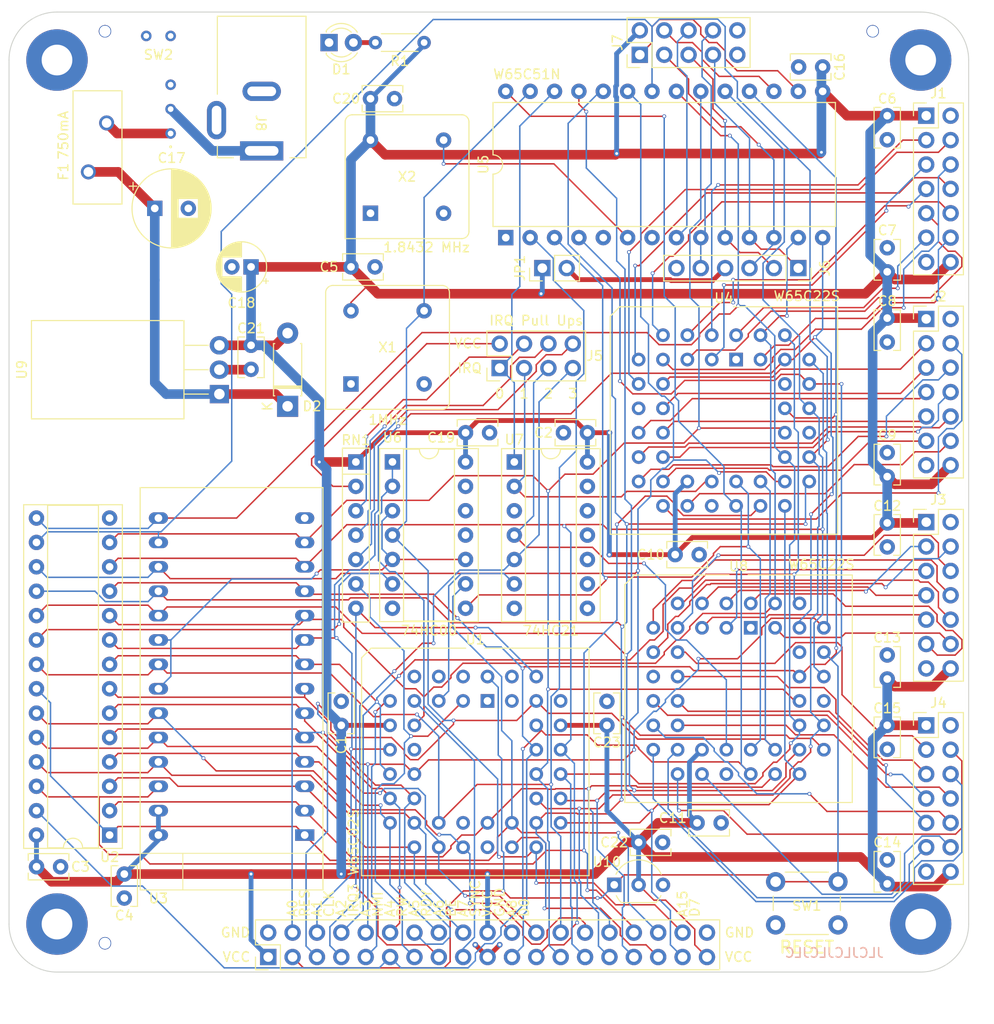
<source format=kicad_pcb>
(kicad_pcb (version 20221018) (generator pcbnew)
  (layers (0 "F.Cu" signal) (1 "In1.Cu" power) (2 "In2.Cu" power) (31 "B.Cu" signal) (34 "B.Paste" user) (35 "F.Paste" user) (36 "B.SilkS" user "B.Silkscreen") (37 "F.SilkS" user "F.Silkscreen") (38 "B.Mask" user) (39 "F.Mask" user) (44 "Edge.Cuts" user))
  (net 0 "")
  (net 5 "VDC")
  (net 6 "GND")
  (net 7 "VCC")
  (net 8 "/DC_SW")
  (net 9 "/PA0")
  (net 10 "/PA1")
  (net 11 "/PA2")
  (net 12 "/PA3")
  (net 13 "/CA1")
  (net 14 "/CA2")
  (net 15 "/PA4")
  (net 16 "/PA5")
  (net 17 "/PA6")
  (net 18 "/PA7")
  (net 19 "/PB0")
  (net 20 "/PB1")
  (net 21 "/PB2")
  (net 22 "/PB3")
  (net 23 "/CB1")
  (net 24 "/CB2")
  (net 25 "/PB4")
  (net 26 "/PB5")
  (net 27 "/PB6")
  (net 28 "/PB7")
  (net 29 "/PC0")
  (net 30 "/PC1")
  (net 31 "/PC2")
  (net 32 "/PC3")
  (net 33 "/CC1")
  (net 34 "/CC2")
  (net 35 "/PC4")
  (net 36 "/PC5")
  (net 37 "/PC6")
  (net 38 "/PC7")
  (net 39 "/PD0")
  (net 40 "/PD1")
  (net 41 "/PD2")
  (net 42 "/PD3")
  (net 43 "/CD1")
  (net 44 "/CD2")
  (net 45 "/PD4")
  (net 46 "/PD5")
  (net 47 "/PD6")
  (net 48 "/PD7")
  (net 49 "/~{DTR}")
  (net 50 "/TXD")
  (net 51 "/RXD")
  (net 52 "/~{CTS}")
  (net 53 "/~{DCD}")
  (net 54 "/~{DSR}")
  (net 55 "/~{RTS}")
  (net 56 "/RI")
  (net 57 "/DC_IN")
  (net 58 "/~{RES}")
  (net 59 "/A0")
  (net 60 "/CLK")
  (net 61 "/A1")
  (net 62 "/~{IRQ3}")
  (net 63 "/A2")
  (net 64 "/~{NMI}")
  (net 65 "/A3")
  (net 66 "/R~{W}")
  (net 67 "/A4")
  (net 68 "/RDY")
  (net 69 "/A5")
  (net 70 "/BE")
  (net 71 "/A6")
  (net 72 "/SYNC")
  (net 73 "/A7")
  (net 74 "/D0")
  (net 75 "/A8")
  (net 76 "/D1")
  (net 77 "/A9")
  (net 78 "/D2")
  (net 79 "/A10")
  (net 80 "/D3")
  (net 81 "/A11")
  (net 82 "/D4")
  (net 83 "/A12")
  (net 84 "/D5")
  (net 85 "/A13")
  (net 86 "/D6")
  (net 87 "/A14")
  (net 88 "/D7")
  (net 89 "/A15")
  (net 90 "/IRQ0r")
  (net 91 "/IRQ1r")
  (net 92 "/IRQ2r")
  (net 93 "/IRQ3r")
  (net 94 "/pwr_led_r")
  (net 99 "/ACIA_XTAL")
  (net 101 "/~{IRQ}")
  (net 106 "/ftdi_vcc")
  (net 109 "/RAM_~{CS}")
  (net 110 "/~{A15}")
  (net 113 "/~{IRQ1}")
  (net 114 "/IO_~{CS}")
  (net 119 "/~{IRQ0}")
  (net 121 "/~{IRQ2}")
  (footprint "Capacitor_THT:C_Rect_L4.0mm_W2.5mm_P2.50mm" (layer "F.Cu") (at 191.516 71.882 -90)
    (fp_text reference "C8")
    (fp_text value "100n")
  )
  (footprint "Package_DIP:DIP-28_W15.24mm" (layer "F.Cu") (at 151.765 63.5 90)
    (fp_text reference "U5")
    (fp_text value "W65C51NxP")
  )
  (footprint "Package_DIP:DIP-14_W7.62mm_Socket" (layer "F.Cu") (at 152.654 86.868)
    (fp_text reference "U7")
    (fp_text value "74HC21")
  )
  (footprint "MountingHole:MountingHole_3.2mm_M3_Pad" (layer "F.Cu") (at 105 45)
    (fp_text reference "H1" hide)
    (fp_text value "M3" hide)
  )
  (footprint "Connector_PinHeader_2.54mm:PinHeader_2x05_P2.54mm_Vertical" (layer "F.Cu") (at 165.735 44.45 90)
    (fp_text reference "J7")
    (fp_text value "HDR_RS232")
  )
  (footprint "Package_LCC:PLCC-44_THT-Socket" (layer "F.Cu") (at 177.292 104.14)
    (fp_text reference "U8")
    (fp_text value "W65C22SxPL")
  )
  (footprint "Capacitor_THT:C_Rect_L4.0mm_W2.5mm_P2.50mm" (layer "F.Cu") (at 184.785 45.72 180)
    (fp_text reference "C16")
    (fp_text value "100n")
  )
  (footprint "LED_THT:LED_D3.0mm" (layer "F.Cu") (at 133.35 43.18)
    (fp_text reference "D1")
    (fp_text value "LED_PWR")
  )
  (footprint "Capacitor_THT:C_Rect_L4.0mm_W2.5mm_P2.50mm" (layer "F.Cu") (at 191.516 67.056 90)
    (fp_text reference "C7")
    (fp_text value "100n")
  )
  (footprint "Package_TO_SOT_THT:TO-220-3_Horizontal_TabDown" (layer "F.Cu") (at 121.92 79.796 90)
    (fp_text reference "U9")
    (fp_text value "L7805CV")
  )
  (footprint "Package_DIP:DIP-28_W7.62mm_Socket" (layer "F.Cu") (at 110.48 125.73 180)
    (fp_text reference "U2")
    (fp_text value "AS7C256B-15PIN")
  )
  (footprint "Connector_PinHeader_2.54mm:PinHeader_2x07_P2.54mm_Vertical" (layer "F.Cu") (at 195.58 71.9667)
    (fp_text reference "J2")
    (fp_text value "HDR_USR_PORT")
  )
  (footprint "Capacitor_THT:C_Rect_L4.0mm_W2.5mm_P2.50mm" (layer "F.Cu") (at 191.516 88.392 90)
    (fp_text reference "C9")
    (fp_text value "100n")
  )
  (footprint "Resistor_THT:R_Array_SIP7" (layer "F.Cu") (at 136.144 86.868 -90)
    (fp_text reference "RN1")
    (fp_text value "3k3")
  )
  (footprint "Capacitor_THT:C_Rect_L4.0mm_W2.5mm_P2.50mm" (layer "F.Cu") (at 134.62 114.3 90)
    (fp_text reference "C1")
    (fp_text value "100n")
  )
  (footprint "Connector_PinHeader_2.54mm:PinHeader_2x07_P2.54mm_Vertical" (layer "F.Cu") (at 195.58 93.1333)
    (fp_text reference "J3")
    (fp_text value "HDR_USR_PORT")
  )
  (footprint "MountingHole:MountingHole_3.2mm_M3_Pad" (layer "F.Cu") (at 195 135)
    (fp_text reference "H3" hide)
    (fp_text value "M3" hide)
  )
  (footprint "Capacitor_THT:C_Rect_L4.0mm_W2.5mm_P2.50mm" (layer "F.Cu") (at 162.306 114.3 90)
    (fp_text reference "C23")
    (fp_text value "100n")
  )
  (footprint "Connector_PinHeader_2.54mm:PinHeader_2x07_P2.54mm_Vertical" (layer "F.Cu") (at 195.58 114.3)
    (fp_text reference "J4")
    (fp_text value "HDR_USR_PORT")
  )
  (footprint "Button_Switch_THT:SW_PUSH_6mm" (layer "F.Cu") (at 179.884 130.592)
    (fp_text reference "SW1")
    (fp_text value "SW_RST")
  )
  (footprint "Connector_PinHeader_2.54mm:PinHeader_2x04_P2.54mm_Vertical" (layer "F.Cu") (at 151.13 77.089 90)
    (fp_text reference "J5")
    (fp_text value "HDR_IRQ")
  )
  (footprint "Package_DIP:DIP-14_W7.62mm_Socket" (layer "F.Cu") (at 139.954 86.863)
    (fp_text reference "U6")
    (fp_text value "74HC00")
  )
  (footprint "Package_TO_SOT_THT:TO-92_Inline_Wide" (layer "F.Cu") (at 163.068 130.916)
    (fp_text reference "U10")
    (fp_text value "DS1813-5+")
  )
  (footprint "Capacitor_THT:C_Rect_L4.0mm_W2.5mm_P2.50mm" (layer "F.Cu") (at 140.168 49.022 180)
    (fp_text reference "C20")
    (fp_text value "100n")
  )
  (footprint "Connector_PinHeader_2.54mm:PinHeader_1x02_P2.54mm_Vertical" (layer "F.Cu") (at 155.575 66.675 90)
    (fp_text reference "JP1")
    (fp_text value "JMP_FTDI_PWR")
  )
  (footprint "Capacitor_THT:C_Rect_L4.0mm_W2.5mm_P2.50mm" (layer "F.Cu") (at 112.014 129.794 -90)
    (fp_text reference "C4")
    (fp_text value "100n")
  )
  (footprint "Capacitor_THT:C_Rect_L4.0mm_W2.5mm_P2.50mm" (layer "F.Cu") (at 191.516 93.218 -90)
    (fp_text reference "C12")
    (fp_text value "100n")
  )
  (footprint "Diode_THT:D_DO-41_SOD81_P7.62mm_Horizontal" (layer "F.Cu") (at 129.032 81.066 90)
    (fp_text reference "D2")
    (fp_text value "1N5819")
  )
  (footprint "Connector_PinHeader_2.54mm:PinHeader_2x19_P2.54mm_Vertical" (layer "F.Cu") (at 127.01 138.435 90)
    (fp_text reference locked "J9" hide)
    (fp_text value "HDR_CPU_BUS")
  )
  (footprint "Capacitor_THT:C_Rect_L4.0mm_W2.5mm_P2.50mm" (layer "F.Cu") (at 102.87 129.032)
    (fp_text reference "C3")
    (fp_text value "100n")
  )
  (footprint "Capacitor_THT:CP_Radial_D8.0mm_P3.50mm" (layer "F.Cu") (at 115.1873 60.452)
    (fp_text reference "C17")
    (fp_text value "10u")
  )
  (footprint "Mouser:Aries 28-526-10" (layer "F.Cu") (at 123.19 109.22 180)
    (fp_text reference "U3")
    (fp_text value "28C256")
  )
  (footprint "Capacitor_THT:C_Rect_L4.0mm_W2.5mm_P2.50mm" (layer "F.Cu") (at 165.608 126.492)
    (fp_text reference "C22")
    (fp_text value "100n")
  )
  (footprint "Resistor_THT:R_Axial_DIN0204_L3.6mm_D1.6mm_P5.08mm_Horizontal" (layer "F.Cu") (at 143.256 43.18 180)
    (fp_text reference "R1")
    (fp_text value "1k")
  )
  (footprint "Package_LCC:PLCC-44_THT-Socket" (layer "F.Cu") (at 175.768 76.2)
    (fp_text reference "U4")
    (fp_text value "W65C22SxPL")
  )
  (footprint "MountingHole:MountingHole_3.2mm_M3_Pad" (layer "F.Cu") (at 195 45)
    (fp_text reference "H2" hide)
    (fp_text value "M3" hide)
  )
  (footprint "Capacitor_THT:C_Rect_L4.0mm_W2.5mm_P2.50mm" (layer "F.Cu") (at 125.222 74.716 -90)
    (fp_text reference "C21")
    (fp_text value "100n")
  )
  (footprint "Capacitor_THT:C_Rect_L4.0mm_W2.5mm_P2.50mm" (layer "F.Cu") (at 191.516 109.474 90)
    (fp_text reference "C13")
    (fp_text value "100n")
  )
  (footprint "Capacitor_THT:C_Rect_L4.0mm_W2.5mm_P2.50mm" (layer "F.Cu") (at 169.418 96.52)
    (fp_text reference "C10")
    (fp_text value "100n")
  )
  (footprint "Capacitor_THT:C_Rect_L4.0mm_W2.5mm_P2.50mm" (layer "F.Cu") (at 160.274 83.82 180)
    (fp_text reference "C2")
    (fp_text value "100n")
  )
  (footprint "Fuse:Fuse_BelFuse_0ZRE0075FF_L11.5mm_W4.8mm" (layer "F.Cu") (at 110.17 51.552 -90)
    (fp_text reference "F1")
    (fp_text value "750mA")
  )
  (footprint "Package_LCC:PLCC-44_THT-Socket" (layer "F.Cu") (at 149.86 111.76)
    (fp_text reference "U1")
    (fp_text value "W65C02SxPL")
  )
  (footprint "Capacitor_THT:C_Rect_L4.0mm_W2.5mm_P2.50mm" (layer "F.Cu") (at 191.516 114.3 -90)
    (fp_text reference "C15")
    (fp_text value "100n")
  )
  (footprint "JLCPCB_SMT:ToolingHole" (layer "F.Cu") (at 190 42)
    (fp_text reference "TH3" hide)
    (fp_text value "ToolingHole" hide)
  )
  (footprint "Capacitor_THT:CP_Radial_D5.0mm_P2.00mm" (layer "F.Cu") (at 125.222 66.548 180)
    (fp_text reference "C18")
    (fp_text value "4u7")
  )
  (footprint "Capacitor_THT:C_Rect_L4.0mm_W2.5mm_P2.50mm" (layer "F.Cu") (at 191.516 50.8 -90)
    (fp_text reference "C6")
    (fp_text value "100n")
  )
  (footprint "Connector_BarrelJack:BarrelJack_Kycon_KLDX-0202-xC_Horizontal" (layer "F.Cu") (at 126.33 54.46 -90)
    (fp_text reference "J8")
    (fp_text value "KLDX-0202-BC")
  )
  (footprint "Capacitor_THT:C_Rect_L4.0mm_W2.5mm_P2.50mm" (layer "F.Cu") (at 147.574 83.82)
    (fp_text reference "C19")
    (fp_text value "100n")
  )
  (footprint "Connector_PinHeader_2.54mm:PinHeader_2x07_P2.54mm_Vertical" (layer "F.Cu") (at 195.58 50.8)
    (fp_text reference "J1")
    (fp_text value "HDR_USR_PORT")
  )
  (footprint "Capacitor_THT:C_Rect_L4.0mm_W2.5mm_P2.50mm" (layer "F.Cu") (at 171.704 124.46)
    (fp_text reference "C11")
    (fp_text value "100n")
  )
  (footprint "JLCPCB_SMT:ToolingHole" (layer "F.Cu") (at 110 137)
    (fp_text reference "TH2" hide)
    (fp_text value "ToolingHole" hide)
  )
  (footprint "MountingHole:MountingHole_3.2mm_M3_Pad" (layer "F.Cu") (at 105 135)
    (fp_text reference "H4" hide)
    (fp_text value "M3" hide)
  )
  (footprint "Capacitor_THT:C_Rect_L4.0mm_W2.5mm_P2.50mm" (layer "F.Cu") (at 191.516 130.81 90)
    (fp_text reference "C14")
    (fp_text value "100n")
  )
  (footprint "Mouser:GW12RCV" (layer "F.Cu") (at 116.84 52.65 180)
    (fp_text reference "SW2")
    (fp_text value "SW_SPDT" hide)
  )
  (footprint "Oscillator:Oscillator_DIP-8" (layer "F.Cu") (at 137.668 60.96)
    (fp_text reference "X2")
    (fp_text value "1.8432 MHz")
  )
  (footprint "JLCPCB_SMT:ToolingHole" (layer "F.Cu") (at 110 42)
    (fp_text reference "TH1" hide)
    (fp_text value "ToolingHole" hide)
  )
  (footprint "Capacitor_THT:C_Rect_L4.0mm_W2.5mm_P2.50mm" (layer "F.Cu") (at 135.636 66.548)
    (fp_text reference "C5")
    (fp_text value "100n")
  )
  (footprint "Connector_PinSocket_2.54mm:PinSocket_1x06_P2.54mm_Vertical" (layer "F.Cu") (at 182.245 66.675 -90)
    (fp_text reference "J6")
    (fp_text value "HDR_FTDI")
  )
  (footprint "Oscillator:Oscillator_DIP-8" (layer "F.Cu") (at 135.636 78.74)
    (fp_text reference "X1")
    (fp_text value "1MHz")
  )
  (footprint "JLCPCB_SMT:OrderNumber" (layer "B.Cu") (at 186 138 180)
    (fp_text reference "SYM1" hide)
    (fp_text value "OrderNumber" hide)
  )
  (gr_line (start 200 45) (end 200 135) (stroke (width 0.1)) (layer "Edge.Cuts"))
  (gr_arc (start 195 40) (mid 198.535534 41.464466) (end 200 45) (stroke (width 0.1)) (layer "Edge.Cuts"))
  (gr_line (start 105 40) (end 195 40) (stroke (width 0.1)) (layer "Edge.Cuts"))
  (gr_line (start 100 135) (end 100 45) (stroke (width 0.1)) (layer "Edge.Cuts"))
  (gr_arc (start 105 140) (mid 101.464466 138.535534) (end 100 135) (stroke (width 0.1)) (layer "Edge.Cuts"))
  (gr_arc (start 200 135) (mid 198.535534 138.535534) (end 195 140) (stroke (width 0.1)) (layer "Edge.Cuts"))
  (gr_arc (start 100 45) (mid 101.464466 41.464466) (end 105 40) (stroke (width 0.1)) (layer "Edge.Cuts"))
  (gr_line (start 195 140) (end 105 140) (stroke (width 0.1)) (layer "Edge.Cuts"))
  (gr_text "A4" (at 139.7 134.366 90) (layer "F.SilkS") (effects (font (size 1 1)) (justify left)))
  (gr_text "VCC" (at 125.222 138.43) (layer "F.SilkS") (effects (font (size 1 1)) (justify right)))
  (gr_text "A5" (at 142.24 134.366 90) (layer "F.SilkS") (effects (font (size 1 1)) (justify left)))
  (gr_text "RESET" (at 183.134 137.414) (layer "F.SilkS") (effects (font (size 1.25 1.25) (thickness 0.2))))
  (gr_text "IRQ Pull Ups" (at 154.94 72.136) (layer "F.SilkS") (effects (font (size 1 1))))
  (gr_text "RDY" (at 143.51 134.366 90) (layer "F.SilkS") (effects (font (size 1 1)) (justify left)))
  (gr_text "A2" (at 134.62 134.366 90) (layer "F.SilkS") (effects (font (size 1 1)) (justify left)))
  (gr_text "2" (at 156.21 79.756) (layer "F.SilkS") (effects (font (size 1 1))))
  (gr_text "GND" (at 151.13 134.366 90) (layer "F.SilkS") (effects (font (size 1 1)) (justify left)))
  (gr_text "IRQ" (at 149.352 77.089) (layer "F.SilkS") (effects (font (size 1 1)) (justify right)))
  (gr_text "W65C22S" (at 186.69 69.596) (layer "F.SilkS") (effects (font (size 1 1)) (justify right)))
  (gr_text "VCC" (at 149.86 134.366 90) (layer "F.SilkS") (effects (font (size 1 1)) (justify left)))
  (gr_text "0" (at 151.13 79.756) (layer "F.SilkS") (effects (font (size 1 1))))
  (gr_text "BE" (at 146.05 134.366 90) (layer "F.SilkS") (effects (font (size 1 1)) (justify left)))
  (gr_text "D7" (at 171.45 134.366 90) (layer "F.SilkS") (effects (font (size 1 1)) (justify left)))
  (gr_text "GND" (at 174.498 135.89) (layer "F.SilkS") (effects (font (size 1 1)) (justify left)))
  (gr_text "VCC" (at 149.352 74.519) (layer "F.SilkS") (effects (font (size 1 1)) (justify right)))
  (gr_text "RW" (at 140.97 134.366 90) (layer "F.SilkS") (effects (font (size 1 1)) (justify left)))
  (gr_text "GND" (at 125.222 135.89) (layer "F.SilkS") (effects (font (size 1 1)) (justify right)))
  (gr_text "A3" (at 137.16 134.366 90) (layer "F.SilkS") (effects (font (size 1 1)) (justify left)))
  (gr_text "NMI" (at 138.43 134.366 90) (layer "F.SilkS") (effects (font (size 1 1)) (justify left)))
  (gr_text "CLK" (at 133.35 134.366 90) (layer "F.SilkS") (effects (font (size 1 1)) (justify left)))
  (gr_text "W65C51N" (at 150.368 46.482) (layer "F.SilkS") (effects (font (size 1 1)) (justify left)))
  (gr_text "1" (at 153.67 79.756) (layer "F.SilkS") (effects (font (size 1 1))))
  (gr_text "W65C02S" (at 135.89 126.492 90) (layer "F.SilkS") (effects (font (size 1 1))))
  (gr_text "A0" (at 129.54 134.366 90) (layer "F.SilkS") (effects (font (size 1 1)) (justify left)))
  (gr_text "A15" (at 170.18 134.366 90) (layer "F.SilkS") (effects (font (size 1 1)) (justify left)))
  (gr_text "A1" (at 132.08 134.366 90) (layer "F.SilkS") (effects (font (size 1 1)) (justify left)))
  (gr_text "VCC" (at 174.498 138.43) (layer "F.SilkS") (effects (font (size 1 1)) (justify left)))
  (gr_text "IRQ3" (at 135.89 134.366 90) (layer "F.SilkS") (effects (font (size 1 1)) (justify left)))
  (gr_text "SYNC" (at 148.59 134.366 90) (layer "F.SilkS") (effects (font (size 1 1)) (justify left)))
  (gr_text "RES" (at 130.81 134.366 90) (layer "F.SilkS") (effects (font (size 1 1)) (justify left)))
  (gr_text "A7" (at 147.32 134.366 90) (layer "F.SilkS") (effects (font (size 1 1)) (justify left)))
  (gr_text "A8" (at 152.4 134.366 90) (layer "F.SilkS") (effects (font (size 1 1)) (justify left)))
  (gr_text "A6" (at 144.78 134.366 90) (layer "F.SilkS") (effects (font (size 1 1)) (justify left)))
  (gr_text "D0" (at 153.67 134.366 90) (layer "F.SilkS") (effects (font (size 1 1)) (justify left)))
  (gr_text "W65C22S" (at 188.214 97.536) (layer "F.SilkS") (effects (font (size 1 1)) (justify right)))
  (gr_text "3" (at 158.75 79.756) (layer "F.SilkS") (effects (font (size 1 1))))
  (segment (start 127.762 79.796) (end 129.032 81.066) (width 1) (layer "F.Cu") (net 5))
  (segment (start 121.92 79.796) (end 127.762 79.796) (width 1) (layer "F.Cu") (net 5))
  (segment (start 115.1873 60.452) (end 115.187 60.452) (width 0.152) (layer "F.Cu") (net 5))
  (segment (start 111.387 56.652) (end 115.187 60.452) (width 1) (layer "F.Cu") (net 5))
  (segment (start 108.27 56.652) (end 111.387 56.652) (width 1) (layer "F.Cu") (net 5))
  (segment (start 115.187 67.9289) (end 115.1873 67.9286) (width 0.152) (layer "B.Cu") (net 5))
  (segment (start 115.187 67.9289) (end 115.187 78.6113) (width 1) (layer "B.Cu") (net 5))
  (segment (start 115.1873 67.9286) (end 115.1873 60.452) (width 0.152) (layer "B.Cu") (net 5))
  (segment (start 115.187 60.452) (end 115.187 67.9289) (width 1) (layer "B.Cu") (net 5))
  (segment (start 116.372 79.796) (end 121.92 79.796) (width 1) (layer "B.Cu") (net 5))
  (segment (start 115.187 78.6113) (end 116.372 79.796) (width 1) (layer "B.Cu") (net 5))
  (segment (start 121.92 77.256) (end 125.182 77.256) (width 1) (layer "F.Cu") (net 6))
  (segment (start 151.13 137.175) (end 149.87 138.435) (width 0.5) (layer "F.Cu") (net 6))
  (segment (start 151.13 137.16) (end 151.13 137.175) (width 0.5) (layer "F.Cu") (net 6))
  (segment (start 148.59 137.16) (end 148.595 137.16) (width 0.5) (layer "F.Cu") (net 6))
  (segment (start 148.595 137.16) (end 149.87 138.435) (width 0.5) (layer "F.Cu") (net 6))
  (segment (start 125.182 77.256) (end 125.222 77.216) (width 1) (layer "F.Cu") (net 6))
  (via (at 151.13 137.16) (size 0.6) (drill 0.3) (layers "F.Cu" "B.Cu") (net 6))
  (via (at 148.59 137.16) (size 0.6) (drill 0.3) (layers "F.Cu" "B.Cu") (net 6))
  (segment (start 191.516 93.218) (end 195.495 93.218) (width 1) (layer "F.Cu") (net 7))
  (segment (start 163.322 54.74) (end 184.528 54.74) (width 1) (layer "F.Cu") (net 7))
  (segment (start 132.334 86.868) (end 136.144 86.868) (width 1) (layer "F.Cu") (net 7))
  (segment (start 191.516 71.882) (end 195.495 71.882) (width 1) (layer "F.Cu") (net 7))
  (segment (start 192.316 89.192) (end 196.135 89.192) (width 1) (layer "F.Cu") (net 7))
  (segment (start 192.316 110.274) (end 196.219 110.274) (width 1) (layer "F.Cu") (net 7))
  (segment (start 187.325 50.8) (end 184.785 48.26) (width 1) (layer "F.Cu") (net 7))
  (segment (start 196.135 89.192) (end 198.12 87.2067) (width 1) (layer "F.Cu") (net 7))
  (segment (start 149.86 129.794) (end 161.036 129.794) (width 1) (layer "F.Cu") (net 7))
  (segment (start 163.198 54.864) (end 163.322 54.74) (width 1) (layer "F.Cu") (net 7))
  (segment (start 137.4831 68.395) (end 138.43 69.342) (width 1) (layer "F.Cu") (net 7))
  (segment (start 134.62 129.794) (end 149.86 129.794) (width 1) (layer "F.Cu") (net 7))
  (segment (start 197.3254 109.1679) (end 198.12 108.3733) (width 0.152) (layer "F.Cu") (net 7))
  (segment (start 165.608 126.492) (end 167.64 124.46) (width 1) (layer "F.Cu") (net 7))
  (segment (start 121.92 74.716) (end 125.222 74.716) (width 1) (layer "F.Cu") (net 7))
  (segment (start 195.495 93.218) (end 195.58 93.1333) (width 1) (layer "F.Cu") (net 7))
  (segment (start 196.56 131.1) (end 198.12 129.54) (width 1) (layer "F.Cu") (net 7))
  (segment (start 184.528 54.74) (end 184.658 54.61) (width 1) (layer "F.Cu") (net 7))
  (segment (start 191.806 131.1) (end 196.56 131.1) (width 1) (layer "F.Cu") (net 7))
  (segment (start 111.214 130.594) (end 104.432 130.594) (width 1) (layer "F.Cu") (net 7))
  (segment (start 169.418 96.52) (end 162.56 96.52) (width 0.5) (layer "F.Cu") (net 7))
  (segment (start 191.516 50.8) (end 187.325 50.8) (width 1) (layer "F.Cu") (net 7))
  (segment (start 137.668 53.34) (end 139.192 54.864) (width 1) (layer "F.Cu") (net 7))
  (segment (start 161.036 129.794) (end 164.338 126.492) (width 1) (layer "F.Cu") (net 7))
  (segment (start 162.306 114.3) (end 157.48 114.3) (width 0.5) (layer "F.Cu") (net 7))
  (segment (start 191.516 88.392) (end 192.316 89.192) (width 1) (layer "F.Cu") (net 7))
  (segment (start 197.3251 109.1679) (end 198.12 108.373) (width 1) (layer "F.Cu") (net 7))
  (segment (start 192.316 67.856) (end 196.304 67.856) (width 1) (layer "F.Cu") (net 7))
  (segment (start 191.516 130.81) (end 191.806 131.1) (width 1) (layer "F.Cu") (net 7))
  (segment (start 155.448 69.342) (end 189.23 69.342) (width 1) (layer "F.Cu") (net 7))
  (segment (start 147.574 83.82) (end 148.844 82.55) (width 0.5) (layer "F.Cu") (net 7))
  (segment (start 169.418 96.52) (end 171.196 94.742) (width 0.5) (layer "F.Cu") (net 7))
  (segment (start 135.636 66.548) (end 137.4831 68.395) (width 1) (layer "F.Cu") (net 7))
  (segment (start 165.608 126.492) (end 167.132 128.016) (width 1) (layer "F.Cu") (net 7))
  (segment (start 167.64 124.46) (end 171.704 124.46) (width 1) (layer "F.Cu") (net 7))
  (segment (start 139.192 54.864) (end 163.198 54.864) (width 1) (layer "F.Cu") (net 7))
  (segment (start 191.516 114.3) (end 195.58 114.3) (width 1) (layer "F.Cu") (net 7))
  (segment (start 191.516 109.474) (end 192.316 110.274) (width 1) (layer "F.Cu") (net 7))
  (segment (start 134.62 129.794) (end 125.222 129.794) (width 1) (layer "F.Cu") (net 7))
  (segment (start 167.2054 132.5134) (end 165.608 130.916) (width 0.152) (layer "F.Cu") (net 7))
  (segment (start 171.46 137.165) (end 171.46 135.5479) (width 0.152) (layer "F.Cu") (net 7))
  (segment (start 196.304 67.856) (end 198.12 66.04) (width 1) (layer "F.Cu") (net 7))
  (segment (start 164.338 126.492) (end 165.608 126.492) (width 1) (layer "F.Cu") (net 7))
  (segment (start 134.62 114.3) (end 139.7 114.3) (width 0.5) (layer "F.Cu") (net 7))
  (segment (start 104.432 130.594) (end 102.87 129.032) (width 1) (layer "F.Cu") (net 7))
  (segment (start 135.636 70.2421) (end 135.636 71.12) (width 0.152) (layer "F.Cu") (net 7))
  (segment (start 127.762 74.716) (end 129.032 73.446) (width 1) (layer "F.Cu") (net 7))
  (segment (start 196.219 110.274) (end 197.3251 109.1679) (width 1) (layer "F.Cu") (net 7))
  (segment (start 189.23 69.342) (end 191.516 67.056) (width 1) (layer "F.Cu") (net 7))
  (segment (start 138.43 69.342) (end 155.448 69.342) (width 1) (layer "F.Cu") (net 7))
  (segment (start 171.46 135.5479) (end 168.4255 132.5134) (width 0.152) (layer "F.Cu") (net 7))
  (segment (start 189.992 94.742) (end 191.516 93.218) (width 0.5) (layer "F.Cu") (net 7))
  (segment (start 195.58 50.8) (end 191.516 50.8) (width 1) (layer "F.Cu") (net 7))
  (segment (start 112.014 129.794) (end 111.214 130.594) (width 1) (layer "F.Cu") (net 7))
  (segment (start 191.516 67.056) (end 192.316 67.856) (width 1) (layer "F.Cu") (net 7))
  (segment (start 137.4831 68.395) (end 135.636 70.2421) (width 0.152) (layer "F.Cu") (net 7))
  (segment (start 125.222 74.716) (end 127.762 74.716) (width 1) (layer "F.Cu") (net 7))
  (segment (start 136.144 86.868) (end 139.192 83.82) (width 0.5) (layer "F.Cu") (net 7))
  (segment (start 125.222 129.794) (end 112.014 129.794) (width 1) (layer "F.Cu") (net 7))
  (segment (start 172.73 138.435) (end 171.46 137.165) (width 0.152) (layer "F.Cu") (net 7))
  (segment (start 125.222 66.548) (end 135.636 66.548) (width 1) (layer "F.Cu") (net 7))
  (segment (start 162.56 83.82) (end 160.274 83.82) (width 0.5) (layer "F.Cu") (net 7))
  (segment (start 171.196 94.742) (end 189.992 94.742) (width 0.5) (layer "F.Cu") (net 7))
  (segment (start 139.192 83.82) (end 147.574 83.82) (width 0.5) (layer "F.Cu") (net 7))
  (segment (start 148.844 82.55) (end 159.004 82.55) (width 0.5) (layer "F.Cu") (net 7))
  (segment (start 167.132 128.016) (end 188.722 128.016) (width 1) (layer "F.Cu") (net 7))
  (segment (start 197.3251 109.1679) (end 197.3254 109.1679) (width 0.152) (layer "F.Cu") (net 7))
  (segment (start 159.004 82.55) (end 160.274 83.82) (width 0.5) (layer "F.Cu") (net 7))
  (segment (start 195.495 71.882) (end 195.58 71.9667) (width 1) (layer "F.Cu") (net 7))
  (segment (start 168.4255 132.5134) (end 167.2054 132.5134) (width 0.152) (layer "F.Cu") (net 7))
  (segment (start 188.722 128.016) (end 191.516 130.81) (width 1) (layer "F.Cu") (net 7))
  (via (at 125.222 129.794) (size 0.6) (drill 0.3) (layers "F.Cu" "B.Cu") (net 7))
  (via (at 132.334 86.868) (size 0.6) (drill 0.3) (layers "F.Cu" "B.Cu") (net 7))
  (via (at 149.86 129.794) (size 0.6) (drill 0.3) (layers "F.Cu" "B.Cu") (net 7))
  (via (at 162.56 83.82) (size 0.6) (drill 0.3) (layers "F.Cu" "B.Cu") (net 7))
  (via (at 163.322 54.74) (size 0.6) (drill 0.3) (layers "F.Cu" "B.Cu") (net 7))
  (via (at 184.658 54.61) (size 0.6) (drill 0.3) (layers "F.Cu" "B.Cu") (net 7))
  (via (at 162.56 96.52) (size 0.6) (drill 0.3) (layers "F.Cu" "B.Cu") (net 7))
  (via (at 134.62 129.794) (size 0.6) (drill 0.3) (layers "F.Cu" "B.Cu") (net 7))
  (via (at 155.448 69.342) (size 0.6) (drill 0.3) (layers "F.Cu" "B.Cu") (net 7))
  (segment (start 189.992 129.286) (end 191.516 130.81) (width 1) (layer "B.Cu") (net 7))
  (segment (start 163.215 47.742233) (end 163.215 48.777767) (width 0.5) (layer "B.Cu") (net 7))
  (segment (start 102.86 129.022) (end 102.87 129.032) (width 0.5) (layer "B.Cu") (net 7))
  (segment (start 115.57 126.238) (end 112.014 129.794) (width 0.5) (layer "B.Cu") (net 7))
  (segment (start 137.668 49.022) (end 143.256 43.434) (width 0.5) (layer "B.Cu") (net 7))
  (segment (start 191.516 67.056) (end 191.516 71.882) (width 1) (layer "B.Cu") (net 7))
  (segment (start 102.86 125.73) (end 102.86 129.022) (width 0.5) (layer "B.Cu") (net 7))
  (segment (start 162.56 96.52) (end 162.56 83.82) (width 0.5) (layer "B.Cu") (net 7))
  (segment (start 127.01 138.435) (end 125.222 136.647) (width 0.5) (layer "B.Cu") (net 7))
  (segment (start 169.418 90.17) (end 170.688 88.9) (width 0.5) (layer "B.Cu") (net 7))
  (segment (start 171.704 124.46) (end 170.904 123.66) (width 0.5) (layer "B.Cu") (net 7))
  (segment (start 125.222 74.716) (end 126.532 74.716) (width 1) (layer "B.Cu") (net 7))
  (segment (start 169.418 96.52) (end 169.418 90.17) (width 0.5) (layer "B.Cu") (net 7))
  (segment (start 147.574 83.82) (end 147.574 86.863) (width 0.5) (layer "B.Cu") (net 7))
  (segment (start 170.904 123.66) (end 170.904 118.148) (width 0.5) (layer "B.Cu") (net 7))
  (segment (start 191.516 88.392) (end 191.516 93.218) (width 1) (layer "B.Cu") (net 7))
  (segment (start 125.222 136.647) (end 125.222 129.794) (width 0.5) (layer "B.Cu") (net 7))
  (segment (start 191.516 71.882) (end 189.992 73.406) (width 1) (layer "B.Cu") (net 7))
  (segment (start 163.315 54.733) (end 163.322 54.74) (width 0.5) (layer "B.Cu") (net 7))
  (segment (start 165.735 41.91) (end 163.315 44.33) (width 0.5) (layer "B.Cu") (net 7))
  (segment (start 184.658 45.847) (end 184.785 45.72) (width 1) (layer "B.Cu") (net 7))
  (segment (start 163.315 48.877767) (end 163.315 54.733) (width 0.5) (layer "B.Cu") (net 7))
  (segment (start 135.636 66.548) (end 135.636 55.372) (width 1) (layer "B.Cu") (net 7))
  (segment (start 132.334 80.518) (end 132.334 86.868) (width 1) (layer "B.Cu") (net 7))
  (segment (start 132.334 86.868) (end 133.096 87.63) (width 1) (layer "B.Cu") (net 7))
  (segment (start 143.256 43.434) (end 143.256 43.18) (width 0.5) (layer "B.Cu") (net 7))
  (segment (start 163.315 44.33) (end 163.315 47.642233) (width 0.5) (layer "B.Cu") (net 7))
  (segment (start 133.096 112.776) (end 134.62 114.3) (width 1) (layer "B.Cu") (net 7))
  (segment (start 133.096 87.63) (end 133.096 112.776) (width 1) (layer "B.Cu") (net 7))
  (segment (start 125.222 66.548) (end 125.222 74.716) (width 1) (layer "B.Cu") (net 7))
  (segment (start 189.992 86.868) (end 191.516 88.392) (width 1) (layer "B.Cu") (net 7))
  (segment (start 115.57 123.19) (end 115.57 125.73) (width 0.5) (layer "B.Cu") (net 7))
  (segment (start 160.274 83.82) (end 160.274 86.868) (width 0.5) (layer "B.Cu") (net 7))
  (segment (start 191.516 50.8) (end 189.738 52.578) (width 1) (layer "B.Cu") (net 7))
  (segment (start 189.992 115.824) (end 189.992 129.286) (width 1) (layer "B.Cu") (net 7))
  (segment (start 184.658 54.61) (end 184.658 45.847) (width 1) (layer "B.Cu") (net 7))
  (segment (start 155.575 66.675) (end 155.575 69.215) (width 0.5) (layer "B.Cu") (net 7))
  (segment (start 162.306 123.19) (end 165.608 126.492) (width 0.5) (layer "B.Cu") (net 7))
  (segment (start 170.904 118.148) (end 172.212 116.84) (width 0.5) (layer "B.Cu") (net 7))
  (segment (start 162.306 114.3) (end 162.306 123.19) (width 0.5) (layer "B.Cu") (net 7))
  (segment (start 191.516 114.3) (end 189.992 115.824) (width 1) (layer "B.Cu") (net 7))
  (segment (start 149.87 129.804) (end 149.86 129.794) (width 0.5) (layer "B.Cu") (net 7))
  (segment (start 163.315 47.642233) (end 163.215 47.742233) (width 0.5) (layer "B.Cu") (net 7))
  (segment (start 191.516 109.474) (end 191.516 114.3) (width 1) (layer "B.Cu") (net 7))
  (segment (start 155.575 69.215) (end 155.448 69.342) (width 0.5) (layer "B.Cu") (net 7))
  (segment (start 135.636 55.372) (end 137.668 53.34) (width 1) (layer "B.Cu") (net 7))
  (segment (start 163.215 48.777767) (end 163.315 48.877767) (width 0.5) (layer "B.Cu") (net 7))
  (segment (start 126.532 74.716) (end 132.334 80.518) (width 1) (layer "B.Cu") (net 7))
  (segment (start 134.62 114.3) (end 134.62 129.794) (width 1) (layer "B.Cu") (net 7))
  (segment (start 165.608 130.916) (end 165.608 126.492) (width 0.5) (layer "B.Cu") (net 7))
  (segment (start 149.87 135.895) (end 149.87 129.804) (width 0.5) (layer "B.Cu") (net 7))
  (segment (start 189.992 73.406) (end 189.992 86.868) (width 1) (layer "B.Cu") (net 7))
  (segment (start 137.668 53.34) (end 137.668 49.022) (width 1) (layer "B.Cu") (net 7))
  (segment (start 115.57 125.73) (end 115.57 126.238) (width 0.5) (layer "B.Cu") (net 7))
  (segment (start 189.738 65.278) (end 191.516 67.056) (width 1) (layer "B.Cu") (net 7))
  (segment (start 189.738 52.578) (end 189.738 65.278) (width 1) (layer "B.Cu") (net 7))
  (segment (start 111.268 52.65) (end 110.17 51.552) (width 1) (layer "F.Cu") (net 8))
  (segment (start 116.84 52.65) (end 111.268 52.65) (width 1) (layer "F.Cu") (net 8))
  (segment (start 188.4722 58.0083) (end 173.8991 58.0083) (width 0.152) (layer "F.Cu") (net 9))
  (segment (start 195.58 53.34) (end 193.1405 53.34) (width 0.152) (layer "F.Cu") (net 9))
  (segment (start 193.1405 53.34) (end 188.4722 58.0083) (width 0.152) (layer "F.Cu") (net 9))
  (via (at 173.8991 58.0083) (size 0.4) (drill 0.25) (layers "F.Cu" "B.Cu") (net 9))
  (segment (start 173.228 73.66) (end 173.228 58.6794) (width 0.152) (layer "B.Cu") (net 9))
  (segment (start 173.228 58.6794) (end 173.8991 58.0083) (width 0.152) (layer "B.Cu") (net 9))
  (segment (start 183.6939 68.4324) (end 191.4286 60.6977) (width 0.152) (layer "F.Cu") (net 10))
  (segment (start 174.4981 68.4324) (end 183.6939 68.4324) (width 0.152) (layer "F.Cu") (net 10))
  (via (at 191.4286 60.6977) (size 0.4) (drill 0.25) (layers "F.Cu" "B.Cu") (net 10))
  (via (at 174.4981 68.4324) (size 0.4) (drill 0.25) (layers "F.Cu" "B.Cu") (net 10))
  (segment (start 191.4286 60.0314) (end 191.4286 60.6977) (width 0.152) (layer "B.Cu") (net 10))
  (segment (start 173.228 76.2) (end 174.4981 74.9299) (width 0.152) (layer "B.Cu") (net 10))
  (segment (start 174.4981 74.9299) (end 174.4981 68.4324) (width 0.152) (layer "B.Cu") (net 10))
  (segment (start 195.58 55.88) (end 191.4286 60.0314) (width 0.152) (layer "B.Cu") (net 10))
  (segment (start 193.642 60.1842) (end 193.7289 60.2711) (width 0.152) (layer "F.Cu") (net 11))
  (segment (start 183.5422 67.8947) (end 191.2527 60.1842) (width 0.152) (layer "F.Cu") (net 11))
  (segment (start 191.2527 60.1842) (end 193.642 60.1842) (width 0.152) (layer "F.Cu") (net 11))
  (segment (start 170.688 73.66) (end 174.0904 70.2576) (width 0.152) (layer "F.Cu") (net 11))
  (segment (start 175.4624 67.8947) (end 183.5422 67.8947) (width 0.152) (layer "F.Cu") (net 11))
  (segment (start 174.0904 70.2576) (end 175.4624 70.2576) (width 0.152) (layer "F.Cu") (net 11))
  (via (at 193.7289 60.2711) (size 0.4) (drill 0.25) (layers "F.Cu" "B.Cu") (net 11))
  (via (at 175.4624 67.8947) (size 0.4) (drill 0.25) (layers "F.Cu" "B.Cu") (net 11))
  (via (at 175.4624 70.2576) (size 0.4) (drill 0.25) (layers "F.Cu" "B.Cu") (net 11))
  (segment (start 195.58 58.42) (end 193.7289 60.2711) (width 0.152) (layer "B.Cu") (net 11))
  (segment (start 175.4624 67.8947) (end 175.4624 70.2576) (width 0.152) (layer "B.Cu") (net 11))
  (segment (start 196.85 63.9064) (end 197.8557 64.9121) (width 0.152) (layer "F.Cu") (net 12))
  (segment (start 179.3953 71.1614) (end 177.038 73.5187) (width 0.152) (layer "F.Cu") (net 12))
  (segment (start 195.58 60.96) (end 196.85 62.23) (width 0.152) (layer "F.Cu") (net 12))
  (segment (start 199.2883 66.5101) (end 196.0404 69.758) (width 0.152) (layer "F.Cu") (net 12))
  (segment (start 197.8557 64.9121) (end 198.5973 64.9121) (width 0.152) (layer "F.Cu") (net 12))
  (segment (start 175.652 75.2109) (end 171.6771 75.2109) (width 0.152) (layer "F.Cu") (net 12))
  (segment (start 190.585 69.758) (end 189.1816 71.1614) (width 0.152) (layer "F.Cu") (net 12))
  (segment (start 196.85 62.23) (end 196.85 63.9064) (width 0.152) (layer "F.Cu") (net 12))
  (segment (start 198.5973 64.9121) (end 199.2883 65.6031) (width 0.152) (layer "F.Cu") (net 12))
  (segment (start 177.038 73.5187) (end 177.038 73.8249) (width 0.152) (layer "F.Cu") (net 12))
  (segment (start 196.0404 69.758) (end 190.585 69.758) (width 0.152) (layer "F.Cu") (net 12))
  (segment (start 177.038 73.8249) (end 175.652 75.2109) (width 0.152) (layer "F.Cu") (net 12))
  (segment (start 199.2883 65.6031) (end 199.2883 66.5101) (width 0.152) (layer "F.Cu") (net 12))
  (segment (start 171.6771 75.2109) (end 170.688 76.2) (width 0.152) (layer "F.Cu") (net 12))
  (segment (start 189.1816 71.1614) (end 179.3953 71.1614) (width 0.152) (layer "F.Cu") (net 12))
  (segment (start 178.6419 70.7861) (end 175.768 73.66) (width 0.152) (layer "F.Cu") (net 13))
  (segment (start 189.0564 70.7861) (end 178.6419 70.7861) (width 0.152) (layer "F.Cu") (net 13))
  (segment (start 191.0709 68.7716) (end 189.0564 70.7861) (width 0.152) (layer "F.Cu") (net 13))
  (segment (start 192.6099 68.7716) (end 191.0709 68.7716) (width 0.152) (layer "F.Cu") (net 13))
  (via (at 192.6099 68.7716) (size 0.4) (drill 0.25) (layers "F.Cu" "B.Cu") (net 13))
  (segment (start 195.58 63.5) (end 192.6099 66.4701) (width 0.152) (layer "B.Cu") (net 13))
  (segment (start 192.6099 66.4701) (end 192.6099 68.7716) (width 0.152) (layer "B.Cu") (net 13))
  (segment (start 196.4187 70.2813) (end 196.85 69.85) (width 0.152) (layer "F.Cu") (net 14))
  (segment (start 184.0347 71.9141) (end 181.2481 74.7007) (width 0.152) (layer "F.Cu") (net 14))
  (segment (start 179.8073 74.7007) (end 178.308 76.2) (width 0.152) (layer "F.Cu") (net 14))
  (segment (start 181.2481 74.7007) (end 179.8073 74.7007) (width 0.152) (layer "F.Cu") (net 14))
  (segment (start 196.0629 70.2813) (end 196.4187 70.2813) (width 0.152) (layer "F.Cu") (net 14))
  (segment (start 196.0629 70.2813) (end 191.0604 70.2813) (width 0.152) (layer "F.Cu") (net 14))
  (segment (start 191.0604 70.2813) (end 189.4276 71.9141) (width 0.152) (layer "F.Cu") (net 14))
  (segment (start 189.4276 71.9141) (end 184.0347 71.9141) (width 0.152) (layer "F.Cu") (net 14))
  (via (at 196.85 69.85) (size 0.6) (drill 0.3) (layers "F.Cu" "B.Cu") (net 14))
  (segment (start 196.85 69.85) (end 196.85 64.77) (width 0.152) (layer "B.Cu") (net 14))
  (segment (start 196.85 64.77) (end 198.12 63.5) (width 0.152) (layer "B.Cu") (net 14))
  (segment (start 170.815 63.8102) (end 170.815 63.2334) (width 0.152) (layer "F.Cu") (net 15))
  (segment (start 196.9349 59.7749) (end 198.12 60.96) (width 0.152) (layer "F.Cu") (net 15))
  (segment (start 167.0669 67.2101) (end 168.8427 65.4343) (width 0.152) (layer "F.Cu") (net 15))
  (segment (start 169.1909 65.4343) (end 170.815 63.8102) (width 0.152) (layer "F.Cu") (net 15))
  (segment (start 174.2735 59.7749) (end 196.9349 59.7749) (width 0.152) (layer "F.Cu") (net 15))
  (segment (start 170.815 63.2334) (end 174.2735 59.7749) (width 0.152) (layer "F.Cu") (net 15))
  (segment (start 168.8427 65.4343) (end 169.1909 65.4343) (width 0.152) (layer "F.Cu") (net 15))
  (via (at 167.0669 67.2101) (size 0.4) (drill 0.25) (layers "F.Cu" "B.Cu") (net 15))
  (segment (start 168.148 73.66) (end 167.0669 72.5789) (width 0.152) (layer "B.Cu") (net 15))
  (segment (start 167.0669 72.5789) (end 167.0669 67.2101) (width 0.152) (layer "B.Cu") (net 15))
  (segment (start 165.654 66.42) (end 165.2472 66.42) (width 0.152) (layer "F.Cu") (net 16))
  (segment (start 192.7617 58.8419) (end 172.67 58.8419) (width 0.152) (layer "F.Cu") (net 16))
  (segment (start 172.67 58.8419) (end 168.275 63.2369) (width 0.152) (layer "F.Cu") (net 16))
  (segment (start 198.12 58.42) (end 196.9574 57.2574) (width 0.152) (layer "F.Cu") (net 16))
  (segment (start 194.3462 57.2574) (end 192.7617 58.8419) (width 0.152) (layer "F.Cu") (net 16))
  (segment (start 168.275 63.2369) (end 168.275 63.799) (width 0.152) (layer "F.Cu") (net 16))
  (segment (start 168.275 63.799) (end 165.654 66.42) (width 0.152) (layer "F.Cu") (net 16))
  (segment (start 196.9574 57.2574) (end 194.3462 57.2574) (width 0.152) (layer "F.Cu") (net 16))
  (via (at 165.2472 66.42) (size 0.4) (drill 0.25) (layers "F.Cu" "B.Cu") (net 16))
  (segment (start 165.2472 75.8392) (end 165.608 76.2) (width 0.152) (layer "B.Cu") (net 16))
  (segment (start 165.2472 66.42) (end 165.2472 75.8392) (width 0.152) (layer "B.Cu") (net 16))
  (segment (start 169.1779 77.2299) (end 178.7557 77.2299) (width 0.152) (layer "F.Cu") (net 17))
  (segment (start 168.148 76.2) (end 169.1779 77.2299) (width 0.152) (layer "F.Cu") (net 17))
  (segment (start 184.0405 73.0381) (end 188.8209 73.0381) (width 0.152) (layer "F.Cu") (net 17))
  (segment (start 180.4219 75.1459) (end 181.9327 75.1459) (width 0.152) (layer "F.Cu") (net 17))
  (segment (start 188.8209 73.0381) (end 191.0586 70.8004) (width 0.152) (layer "F.Cu") (net 17))
  (segment (start 178.7557 77.2299) (end 179.5781 76.4075) (width 0.152) (layer "F.Cu") (net 17))
  (segment (start 181.9327 75.1459) (end 184.0405 73.0381) (width 0.152) (layer "F.Cu") (net 17))
  (segment (start 179.5781 76.4075) (end 179.5781 75.9897) (width 0.152) (layer "F.Cu") (net 17))
  (segment (start 179.5781 75.9897) (end 180.4219 75.1459) (width 0.152) (layer "F.Cu") (net 17))
  (segment (start 191.0586 70.8004) (end 193.228 70.8004) (width 0.152) (layer "F.Cu") (net 17))
  (via (at 193.228 70.8004) (size 0.4) (drill 0.25) (layers "F.Cu" "B.Cu") (net 17))
  (segment (start 195.1071 64.9121) (end 193.228 66.7912) (width 0.152) (layer "B.Cu") (net 17))
  (segment (start 196.85 63.9064) (end 195.8443 64.9121) (width 0.152) (layer "B.Cu") (net 17))
  (segment (start 198.12 55.88) (end 196.85 57.15) (width 0.152) (layer "B.Cu") (net 17))
  (segment (start 196.85 57.15) (end 196.85 63.9064) (width 0.152) (layer "B.Cu") (net 17))
  (segment (start 193.228 66.7912) (end 193.228 70.8004) (width 0.152) (layer "B.Cu") (net 17))
  (segment (start 195.8443 64.9121) (end 195.1071 64.9121) (width 0.152) (layer "B.Cu") (net 17))
  (segment (start 188.6312 58.4877) (end 170.4763 58.4877) (width 0.152) (layer "F.Cu") (net 18))
  (segment (start 192.5089 54.61) (end 188.6312 58.4877) (width 0.152) (layer "F.Cu") (net 18))
  (segment (start 165.8597 63.1043) (end 165.8597 63.7465) (width 0.152) (layer "F.Cu") (net 18))
  (segment (start 165.8597 63.7465) (end 164.5991 65.0071) (width 0.152) (layer "F.Cu") (net 18))
  (segment (start 170.4763 58.4877) (end 165.8597 63.1043) (width 0.152) (layer "F.Cu") (net 18))
  (segment (start 196.85 54.61) (end 192.5089 54.61) (width 0.152) (layer "F.Cu") (net 18))
  (segment (start 198.12 53.34) (end 196.85 54.61) (width 0.152) (layer "F.Cu") (net 18))
  (via (at 164.5991 65.0071) (size 0.4) (drill 0.25) (layers "F.Cu" "B.Cu") (net 18))
  (segment (start 165.608 78.74) (end 164.5991 77.7311) (width 0.152) (layer "B.Cu") (net 18))
  (segment (start 164.5991 77.7311) (end 164.5991 65.0071) (width 0.152) (layer "B.Cu") (net 18))
  (segment (start 192.8877 77.199) (end 180.4048 77.199) (width 0.152) (layer "F.Cu") (net 19))
  (segment (start 180.4048 77.199) (end 179.5816 78.0222) (width 0.152) (layer "F.Cu") (net 19))
  (segment (start 179.5816 78.0222) (end 168.8658 78.0222) (width 0.152) (layer "F.Cu") (net 19))
  (segment (start 195.58 74.5067) (end 192.8877 77.199) (width 0.152) (layer "F.Cu") (net 19))
  (segment (start 168.8658 78.0222) (end 168.148 78.74) (width 0.152) (layer "F.Cu") (net 19))
  (segment (start 192.8976 79.7291) (end 169.6989 79.7291) (width 0.152) (layer "F.Cu") (net 20))
  (segment (start 169.6989 79.7291) (end 168.148 81.28) (width 0.152) (layer "F.Cu") (net 20))
  (segment (start 195.58 77.0467) (end 192.8976 79.7291) (width 0.152) (layer "F.Cu") (net 20))
  (segment (start 171.1952 80.2723) (end 168.9175 82.55) (width 0.152) (layer "F.Cu") (net 21))
  (segment (start 194.8944 80.2723) (end 171.1952 80.2723) (width 0.152) (layer "F.Cu") (net 21))
  (segment (start 195.58 79.5867) (end 194.8944 80.2723) (width 0.152) (layer "F.Cu") (net 21))
  (segment (start 166.878 82.55) (end 165.608 83.82) (width 0.152) (layer "F.Cu") (net 21))
  (segment (start 168.9175 82.55) (end 166.878 82.55) (width 0.152) (layer "F.Cu") (net 21))
  (segment (start 195.0653 82.6414) (end 169.3266 82.6414) (width 0.152) (layer "F.Cu") (net 22))
  (segment (start 169.3266 82.6414) (end 168.148 83.82) (width 0.152) (layer "F.Cu") (net 22))
  (segment (start 195.58 82.1267) (end 195.0653 82.6414) (width 0.152) (layer "F.Cu") (net 22))
  (segment (start 195.5482 84.6985) (end 195.58 84.6667) (width 0.152) (layer "F.Cu") (net 23))
  (segment (start 179.2337 87.7259) (end 186.6795 87.7259) (width 0.152) (layer "F.Cu") (net 23))
  (segment (start 169.5203 87.5277) (end 179.0355 87.5277) (width 0.152) (layer "F.Cu") (net 23))
  (segment (start 189.7069 84.6985) (end 195.5482 84.6985) (width 0.152) (layer "F.Cu") (net 23))
  (segment (start 168.148 88.9) (end 169.5203 87.5277) (width 0.152) (layer "F.Cu") (net 23))
  (segment (start 179.0355 87.5277) (end 179.2337 87.7259) (width 0.152) (layer "F.Cu") (net 23))
  (segment (start 186.6795 87.7259) (end 189.7069 84.6985) (width 0.152) (layer "F.Cu") (net 23))
  (segment (start 196.9747 85.812) (end 194.4185 85.812) (width 0.152) (layer "F.Cu") (net 24))
  (segment (start 185.0449 90.17) (end 171.958 90.17) (width 0.152) (layer "F.Cu") (net 24))
  (segment (start 171.958 90.17) (end 170.688 91.44) (width 0.152) (layer "F.Cu") (net 24))
  (segment (start 193.0885 87.142) (end 188.0729 87.142) (width 0.152) (layer "F.Cu") (net 24))
  (segment (start 188.0729 87.142) (end 185.0449 90.17) (width 0.152) (layer "F.Cu") (net 24))
  (segment (start 198.12 84.6667) (end 196.9747 85.812) (width 0.152) (layer "F.Cu") (net 24))
  (segment (start 194.4185 85.812) (end 193.0885 87.142) (width 0.152) (layer "F.Cu") (net 24))
  (segment (start 198.12 82.1267) (end 196.9486 83.2981) (width 0.152) (layer "F.Cu") (net 25))
  (segment (start 195.0682 83.2981) (end 194.9921 83.222) (width 0.152) (layer "F.Cu") (net 25))
  (segment (start 194.9921 83.222) (end 185.3848 83.222) (width 0.152) (layer "F.Cu") (net 25))
  (segment (start 170.4385 85.3119) (end 166.6561 85.3119) (width 0.152) (layer "F.Cu") (net 25))
  (segment (start 166.6561 85.3119) (end 165.608 86.36) (width 0.152) (layer "F.Cu") (net 25))
  (segment (start 185.3848 83.222) (end 183.6976 84.9092) (width 0.152) (layer "F.Cu") (net 25))
  (segment (start 196.9486 83.2981) (end 195.0682 83.2981) (width 0.152) (layer "F.Cu") (net 25))
  (segment (start 183.6976 84.9092) (end 170.8412 84.9092) (width 0.152) (layer "F.Cu") (net 25))
  (segment (start 170.8412 84.9092) (end 170.4385 85.3119) (width 0.152) (layer "F.Cu") (net 25))
  (segment (start 183.7809 85.3632) (end 185.4323 83.7118) (width 0.152) (layer "F.Cu") (net 26))
  (segment (start 168.148 86.36) (end 169.9103 86.36) (width 0.152) (layer "F.Cu") (net 26))
  (segment (start 185.4323 83.7118) (end 194.7196 83.7118) (width 0.152) (layer "F.Cu") (net 26))
  (segment (start 169.9103 86.36) (end 170.9071 85.3632) (width 0.152) (layer "F.Cu") (net 26))
  (segment (start 170.9071 85.3632) (end 183.7809 85.3632) (width 0.152) (layer "F.Cu") (net 26))
  (via (at 194.7196 83.7118) (size 0.4) (drill 0.25) (layers "F.Cu" "B.Cu") (net 26))
  (segment (start 196.1093 83.2546) (end 195.1768 83.2546) (width 0.152) (layer "B.Cu") (net 26))
  (segment (start 196.85 80.8567) (end 196.85 82.5139) (width 0.152) (layer "B.Cu") (net 26))
  (segment (start 198.12 79.5867) (end 196.85 80.8567) (width 0.152) (layer "B.Cu") (net 26))
  (segment (start 195.1768 83.2546) (end 194.7196 83.7118) (width 0.152) (layer "B.Cu") (net 26))
  (segment (start 196.85 82.5139) (end 196.1093 83.2546) (width 0.152) (layer "B.Cu") (net 26))
  (segment (start 166.878 87.63) (end 165.608 88.9) (width 0.152) (layer "F.Cu") (net 27))
  (segment (start 169.2297 87.1738) (end 168.7735 87.63) (width 0.152) (layer "F.Cu") (net 27))
  (segment (start 185.3522 87.3501) (end 179.6074 87.3501) (width 0.152) (layer "F.Cu") (net 27))
  (segment (start 188.4972 84.2051) (end 185.3522 87.3501) (width 0.152) (layer "F.Cu") (net 27))
  (segment (start 168.7735 87.63) (end 166.878 87.63) (width 0.152) (layer "F.Cu") (net 27))
  (segment (start 179.4311 87.1738) (end 169.2297 87.1738) (width 0.152) (layer "F.Cu") (net 27))
  (segment (start 191.4308 84.2051) (end 188.4972 84.2051) (width 0.152) (layer "F.Cu") (net 27))
  (segment (start 179.6074 87.3501) (end 179.4311 87.1738) (width 0.152) (layer "F.Cu") (net 27))
  (via (at 191.4308 84.2051) (size 0.4) (drill 0.25) (layers "F.Cu" "B.Cu") (net 27))
  (segment (start 196.85 78.3167) (end 195.2207 78.3167) (width 0.152) (layer "B.Cu") (net 27))
  (segment (start 191.4308 82.1066) (end 191.4308 84.2051) (width 0.152) (layer "B.Cu") (net 27))
  (segment (start 195.2207 78.3167) (end 191.4308 82.1066) (width 0.152) (layer "B.Cu") (net 27))
  (segment (start 198.12 77.0467) (end 196.85 78.3167) (width 0.152) (layer "B.Cu") (net 27))
  (segment (start 168.148 91.44) (end 169.52 92.812) (width 0.152) (layer "F.Cu") (net 28))
  (segment (start 186.8484 90.0958) (end 196.85 90.0958) (width 0.152) (layer "F.Cu") (net 28))
  (segment (start 184.1322 92.812) (end 186.8484 90.0958) (width 0.152) (layer "F.Cu") (net 28))
  (segment (start 169.52 92.812) (end 184.1322 92.812) (width 0.152) (layer "F.Cu") (net 28))
  (via (at 196.85 90.0958) (size 0.4) (drill 0.25) (layers "F.Cu" "B.Cu") (net 28))
  (segment (start 198.4454 83.3967) (end 197.7195 83.3967) (width 0.152) (layer "B.Cu") (net 28))
  (segment (start 199.2866 82.5555) (end 198.4454 83.3967) (width 0.152) (layer "B.Cu") (net 28))
  (segment (start 198.12 74.5067) (end 199.2866 75.6733) (width 0.152) (layer "B.Cu") (net 28))
  (segment (start 197.7195 83.3967) (end 196.85 84.2662) (width 0.152) (layer "B.Cu") (net 28))
  (segment (start 196.85 84.2662) (end 196.85 90.0958) (width 0.152) (layer "B.Cu") (net 28))
  (segment (start 199.2866 75.6733) (end 199.2866 82.5555) (width 0.152) (layer "B.Cu") (net 28))
  (segment (start 189.162 100.2503) (end 189.2839 100.3722) (width 0.152) (layer "F.Cu") (net 29))
  (segment (start 174.752 101.6) (end 176.1017 100.2503) (width 0.152) (layer "F.Cu") (net 29))
  (segment (start 176.1017 100.2503) (end 189.162 100.2503) (width 0.152) (layer "F.Cu") (net 29))
  (via (at 189.2839 100.3722) (size 0.4) (drill 0.25) (layers "F.Cu" "B.Cu") (net 29))
  (segment (start 195.58 95.6733) (end 193.9828 95.6733) (width 0.152) (layer "B.Cu") (net 29))
  (segment (start 193.9828 95.6733) (end 189.2839 100.3722) (width 0.152) (layer "B.Cu") (net 29))
  (segment (start 195.4533 98.0866) (end 175.824 98.0866) (width 0.152) (layer "F.Cu") (net 30))
  (segment (start 195.58 98.2133) (end 195.4533 98.0866) (width 0.152) (layer "F.Cu") (net 30))
  (via (at 175.824 98.0866) (size 0.4) (drill 0.25) (layers "F.Cu" "B.Cu") (net 30))
  (segment (start 174.752 104.14) (end 175.824 103.068) (width 0.152) (layer "B.Cu") (net 30))
  (segment (start 175.824 103.068) (end 175.824 98.0866) (width 0.152) (layer "B.Cu") (net 30))
  (segment (start 172.212 101.6) (end 173.9178 99.8942) (width 0.152) (layer "F.Cu") (net 31))
  (segment (start 190.3414 100.7533) (end 195.58 100.7533) (width 0.152) (layer "F.Cu") (net 31))
  (segment (start 189.4823 99.8942) (end 190.3414 100.7533) (width 0.152) (layer "F.Cu") (net 31))
  (segment (start 173.9178 99.8942) (end 189.4823 99.8942) (width 0.152) (layer "F.Cu") (net 31))
  (segment (start 173.2976 103.0544) (end 172.212 104.14) (width 0.152) (layer "F.Cu") (net 32))
  (segment (start 195.58 103.2933) (end 195.0708 102.7841) (width 0.152) (layer "F.Cu") (net 32))
  (segment (start 179.2039 102.7841) (end 178.9336 103.0544) (width 0.152) (layer "F.Cu") (net 32))
  (segment (start 178.9336 103.0544) (end 173.2976 103.0544) (width 0.152) (layer "F.Cu") (net 32))
  (segment (start 195.0708 102.7841) (end 179.2039 102.7841) (width 0.152) (layer "F.Cu") (net 32))
  (segment (start 185.8785 100.6083) (end 178.2837 100.6083) (width 0.152) (layer "F.Cu") (net 33))
  (segment (start 198.344 104.4212) (end 197.6387 104.4212) (width 0.152) (layer "F.Cu") (net 33))
  (segment (start 196.7079 103.4904) (end 196.7079 102.7627) (width 0.152) (layer "F.Cu") (net 33))
  (segment (start 196.7332 106.9865) (end 198.5981 106.9865) (width 0.152) (layer "F.Cu") (net 33))
  (segment (start 198.5981 106.9865) (end 199.2993 106.2853) (width 0.152) (layer "F.Cu") (net 33))
  (segment (start 187.1688 101.8986) (end 185.8785 100.6083) (width 0.152) (layer "F.Cu") (net 33))
  (segment (start 195.8438 101.8986) (end 187.1688 101.8986) (width 0.152) (layer "F.Cu") (net 33))
  (segment (start 196.7079 102.7627) (end 195.8438 101.8986) (width 0.152) (layer "F.Cu") (net 33))
  (segment (start 199.2993 105.3765) (end 198.344 104.4212) (width 0.152) (layer "F.Cu") (net 33))
  (segment (start 197.6387 104.4212) (end 196.7079 103.4904) (width 0.152) (layer "F.Cu") (net 33))
  (segment (start 178.2837 100.6083) (end 177.292 101.6) (width 0.152) (layer "F.Cu") (net 33))
  (segment (start 199.2993 106.2853) (end 199.2993 105.3765) (width 0.152) (layer "F.Cu") (net 33))
  (segment (start 195.58 105.8333) (end 196.7332 106.9865) (width 0.152) (layer "F.Cu") (net 33))
  (segment (start 196.9837 104.697) (end 187.1499 104.697) (width 0.152) (layer "F.Cu") (net 34))
  (segment (start 180.8346 105.1426) (end 179.832 104.14) (width 0.152) (layer "F.Cu") (net 34))
  (segment (start 198.12 105.8333) (end 196.9837 104.697) (width 0.152) (layer "F.Cu") (net 34))
  (segment (start 186.7043 105.1426) (end 180.8346 105.1426) (width 0.152) (layer "F.Cu") (net 34))
  (segment (start 187.1499 104.697) (end 186.7043 105.1426) (width 0.152) (layer "F.Cu") (net 34))
  (segment (start 196.85 102.0233) (end 198.12 103.2933) (width 0.152) (layer "F.Cu") (net 35))
  (segment (start 169.672 101.6) (end 170.1683 101.6) (width 0.152) (layer "F.Cu") (net 35))
  (segment (start 194.9608 99.3793) (end 195.8053 99.3793) (width 0.152) (layer "F.Cu") (net 35))
  (segment (start 170.1683 101.6) (end 172.5849 99.1834) (width 0.152) (layer "F.Cu") (net 35))
  (segment (start 194.7649 99.1834) (end 194.9608 99.3793) (width 0.152) (layer "F.Cu") (net 35))
  (segment (start 195.8053 99.3793) (end 196.85 100.424) (width 0.152) (layer "F.Cu") (net 35))
  (segment (start 172.5849 99.1834) (end 194.7649 99.1834) (width 0.152) (layer "F.Cu") (net 35))
  (segment (start 196.85 100.424) (end 196.85 102.0233) (width 0.152) (layer "F.Cu") (net 35))
  (segment (start 170.1286 99.2136) (end 171.3837 99.2136) (width 0.152) (layer "F.Cu") (net 36))
  (segment (start 196.7079 97.6763) (end 196.7079 99.3412) (width 0.152) (layer "F.Cu") (net 36))
  (segment (start 196.1089 97.0773) (end 196.7079 97.6763) (width 0.152) (layer "F.Cu") (net 36))
  (segment (start 171.3837 99.2136) (end 173.52 97.0773) (width 0.152) (layer "F.Cu") (net 36))
  (segment (start 167.132 102.2102) (end 170.1286 99.2136) (width 0.152) (layer "F.Cu") (net 36))
  (segment (start 167.132 104.14) (end 167.132 102.2102) (width 0.152) (layer "F.Cu") (net 36))
  (segment (start 173.52 97.0773) (end 196.1089 97.0773) (width 0.152) (layer "F.Cu") (net 36))
  (segment (start 196.7079 99.3412) (end 198.12 100.7533) (width 0.152) (layer "F.Cu") (net 36))
  (segment (start 191.2001 94.5015) (end 189.1172 96.5844) (width 0.152) (layer "F.Cu") (net 37))
  (segment (start 196.85 96.9433) (end 196.85 95.3167) (width 0.152) (layer "F.Cu") (net 37))
  (segment (start 196.85 95.3167) (end 196.0348 94.5015) (width 0.152) (layer "F.Cu") (net 37))
  (segment (start 198.12 98.2133) (end 196.85 96.9433) (width 0.152) (layer "F.Cu") (net 37))
  (segment (start 196.0348 94.5015) (end 191.2001 94.5015) (width 0.152) (layer "F.Cu") (net 37))
  (segment (start 189.1172 96.5844) (end 173.9314 96.5844) (width 0.152) (layer "F.Cu") (net 37))
  (via (at 173.9314 96.5844) (size 0.4) (drill 0.25) (layers "F.Cu" "B.Cu") (net 37))
  (segment (start 171.2229 99.2929) (end 171.2229 102.5891) (width 0.152) (layer "B.Cu") (net 37))
  (segment (start 173.9314 96.5844) (end 171.2229 99.2929) (width 0.152) (layer "B.Cu") (net 37))
  (segment (start 171.2229 102.5891) (end 169.672 104.14) (width 0.152) (layer "B.Cu") (net 37))
  (segment (start 168.6455 103.7635) (end 169.4521 102.9569) (width 0.152) (layer "F.Cu") (net 38))
  (segment (start 170.9421 101.3999) (end 172.7072 99.6348) (width 0.152) (layer "F.Cu") (net 38))
  (segment (start 168.6455 105.1665) (end 168.6455 103.7635) (width 0.152) (layer "F.Cu") (net 38))
  (segment (start 167.132 106.68) (end 168.6455 105.1665) (width 0.152) (layer "F.Cu") (net 38))
  (segment (start 173.1516 99.5388) (end 190.9656 99.5388) (width 0.152) (layer "F.Cu") (net 38))
  (segment (start 169.4521 102.9569) (end 169.7371 102.9569) (width 0.152) (layer "F.Cu") (net 38))
  (segment (start 169.7371 102.9569) (end 170.9421 101.7519) (width 0.152) (layer "F.Cu") (net 38))
  (segment (start 170.9421 101.7519) (end 170.9421 101.3999) (width 0.152) (layer "F.Cu") (net 38))
  (segment (start 190.9656 99.5388) (end 191.3471 99.9203) (width 0.152) (layer "F.Cu") (net 38))
  (segment (start 172.7072 99.6348) (end 173.0556 99.6348) (width 0.152) (layer "F.Cu") (net 38))
  (segment (start 173.0556 99.6348) (end 173.1516 99.5388) (width 0.152) (layer "F.Cu") (net 38))
  (via (at 191.3471 99.9203) (size 0.4) (drill 0.25) (layers "F.Cu" "B.Cu") (net 38))
  (segment (start 196.85 96.9433) (end 194.3241 96.9433) (width 0.152) (layer "B.Cu") (net 38))
  (segment (start 194.3241 96.9433) (end 191.3471 99.9203) (width 0.152) (layer "B.Cu") (net 38))
  (segment (start 198.12 95.6733) (end 196.85 96.9433) (width 0.152) (layer "B.Cu") (net 38))
  (segment (start 186.8039 111.1145) (end 186.8039 106.156) (width 0.152) (layer "F.Cu") (net 39))
  (segment (start 195.58 116.84) (end 194.1262 115.3862) (width 0.152) (layer "F.Cu") (net 39))
  (segment (start 170.4785 106.68) (end 169.672 106.68) (width 0.152) (layer "F.Cu") (net 39))
  (segment (start 194.1262 115.3862) (end 191.0756 115.3862) (width 0.152) (layer "F.Cu") (net 39))
  (segment (start 181.9678 105.6855) (end 179.8095 107.8438) (width 0.152) (layer "F.Cu") (net 39))
  (segment (start 179.8095 107.8438) (end 171.6423 107.8438) (width 0.152) (layer "F.Cu") (net 39))
  (segment (start 186.3334 105.6855) (end 181.9678 105.6855) (width 0.152) (layer "F.Cu") (net 39))
  (segment (start 191.0756 115.3862) (end 186.8039 111.1145) (width 0.152) (layer "F.Cu") (net 39))
  (segment (start 186.8039 106.156) (end 186.3334 105.6855) (width 0.152) (layer "F.Cu") (net 39))
  (segment (start 171.6423 107.8438) (end 170.4785 106.68) (width 0.152) (layer "F.Cu") (net 39))
  (segment (start 186.1691 111.6141) (end 184.9221 110.3671) (width 0.152) (layer "F.Cu") (net 40))
  (segment (start 194.123 117.923) (end 191.082 117.923) (width 0.152) (layer "F.Cu") (net 40))
  (segment (start 180.081 109.22) (end 169.672 109.22) (width 0.152) (layer "F.Cu") (net 40))
  (segment (start 191.082 117.923) (end 186.1691 113.0101) (width 0.152) (layer "F.Cu") (net 40))
  (segment (start 184.9221 110.3671) (end 181.2281 110.3671) (width 0.152) (layer "F.Cu") (net 40))
  (segment (start 181.2281 110.3671) (end 180.081 109.22) (width 0.152) (layer "F.Cu") (net 40))
  (segment (start 186.1691 113.0101) (end 186.1691 111.6141) (width 0.152) (layer "F.Cu") (net 40))
  (segment (start 195.58 119.38) (end 194.123 117.923) (width 0.152) (layer "F.Cu") (net 40))
  (segment (start 191.863 119.4175) (end 191.4283 119.4175) (width 0.152) (layer "F.Cu") (net 41))
  (segment (start 185.2618 113.251) (end 168.623 113.251) (width 0.152) (layer "F.Cu") (net 41))
  (segment (start 168.623 113.251) (end 167.132 111.76) (width 0.152) (layer "F.Cu") (net 41))
  (segment (start 191.4283 119.4175) (end 185.2618 113.251) (width 0.152) (layer "F.Cu") (net 41))
  (via (at 191.863 119.4175) (size 0.4) (drill 0.25) (layers "F.Cu" "B.Cu") (net 41))
  (segment (start 193.0775 119.4175) (end 191.863 119.4175) (width 0.152) (layer "B.Cu") (net 41))
  (segment (start 195.58 121.92) (end 193.0775 119.4175) (width 0.152) (layer "B.Cu") (net 41))
  (segment (start 170.7476 112.8356) (end 185.4593 112.8356) (width 0.152) (layer "F.Cu") (net 42))
  (segment (start 185.4593 112.8356) (end 191.0695 118.4458) (width 0.152) (layer "F.Cu") (net 42))
  (segment (start 169.672 111.76) (end 170.7476 112.8356) (width 0.152) (layer "F.Cu") (net 42))
  (segment (start 191.3851 118.4458) (end 191.3851 118.4459) (width 0.152) (layer "F.Cu") (net 42))
  (segment (start 191.0695 118.4458) (end 191.3851 118.4458) (width 0.152) (layer "F.Cu") (net 42))
  (via (at 191.3851 118.4459) (size 0.4) (drill 0.25) (layers "F.Cu" "B.Cu") (net 42))
  (segment (start 195.58 124.46) (end 191.3851 120.2651) (width 0.152) (layer "B.Cu") (net 42))
  (segment (start 191.3851 120.2651) (end 191.3851 118.4459) (width 0.152) (layer "B.Cu") (net 42))
  (segment (start 192.1107 132.2557) (end 177.9497 132.2557) (width 0.152) (layer "B.Cu") (net 43))
  (segment (start 193.8063 130.5601) (end 192.1107 132.2557) (width 0.152) (layer "B.Cu") (net 43))
  (segment (start 177.9497 132.2557) (end 168.6829 122.9889) (width 0.152) (layer "B.Cu") (net 43))
  (segment (start 193.8063 128.7737) (end 193.8063 130.5601) (width 0.152) (layer "B.Cu") (net 43))
  (segment (start 168.6829 122.9889) (end 168.6829 117.8291) (width 0.152) (layer "B.Cu") (net 43))
  (segment (start 168.6829 117.8291) (end 169.672 116.84) (width 0.152) (layer "B.Cu") (net 43))
  (segment (start 195.58 127) (end 193.8063 128.7737) (width 0.152) (layer "B.Cu") (net 43))
  (segment (start 198.12 127) (end 196.96 125.84) (width 0.152) (layer "B.Cu") (net 44))
  (segment (start 184.7266 131.8946) (end 172.212 119.38) (width 0.152) (layer "B.Cu") (net 44))
  (segment (start 191.9635 131.8946) (end 184.7266 131.8946) (width 0.152) (layer "B.Cu") (net 44))
  (segment (start 193.3248 127.6562) (end 193.3248 130.5333) (width 0.152) (layer "B.Cu") (net 44))
  (segment (start 193.3248 130.5333) (end 191.9635 131.8946) (width 0.152) (layer "B.Cu") (net 44))
  (segment (start 196.96 125.84) (end 195.141 125.84) (width 0.152) (layer "B.Cu") (net 44))
  (segment (start 195.141 125.84) (end 193.3248 127.6562) (width 0.152) (layer "B.Cu") (net 44))
  (segment (start 185.2376 123.268) (end 183.404 121.4344) (width 0.152) (layer "F.Cu") (net 45))
  (segment (start 198.12 124.46) (end 196.928 123.268) (width 0.152) (layer "F.Cu") (net 45))
  (segment (start 196.928 123.268) (end 185.2376 123.268) (width 0.152) (layer "F.Cu") (net 45))
  (via (at 183.404 121.4344) (size 0.4) (drill 0.25) (layers "F.Cu" "B.Cu") (net 45))
  (segment (start 176.0221 119.2394) (end 174.8927 118.11) (width 0.152) (layer "B.Cu") (net 45))
  (segment (start 174.8927 118.11) (end 174.6001 118.11) (width 0.152) (layer "B.Cu") (net 45))
  (segment (start 172.345 115.57) (end 168.402 115.57) (width 0.152) (layer "B.Cu") (net 45))
  (segment (start 168.402 115.57) (end 167.132 114.3) (width 0.152) (layer "B.Cu") (net 45))
  (segment (start 183.404 121.4344) (end 177.9312 121.4344) (width 0.152) (layer "B.Cu") (net 45))
  (segment (start 173.4821 116.7071) (end 172.345 115.57) (width 0.152) (layer "B.Cu") (net 45))
  (segment (start 177.9312 121.4344) (end 176.0221 119.5253) (width 0.152) (layer "B.Cu") (net 45))
  (segment (start 176.0221 119.5253) (end 176.0221 119.2394) (width 0.152) (layer "B.Cu") (net 45))
  (segment (start 174.6001 118.11) (end 173.4821 116.992) (width 0.152) (layer "B.Cu") (net 45))
  (segment (start 173.4821 116.992) (end 173.4821 116.7071) (width 0.152) (layer "B.Cu") (net 45))
  (segment (start 196.9415 120.7415) (end 191.4084 120.7415) (width 0.152) (layer "F.Cu") (net 46))
  (segment (start 185.956 115.2891) (end 181.9624 115.2891) (width 0.152) (layer "F.Cu") (net 46))
  (segment (start 191.4084 120.7415) (end 185.956 115.2891) (width 0.152) (layer "F.Cu") (net 46))
  (segment (start 181.9624 115.2891) (end 180.9733 114.3) (width 0.152) (layer "F.Cu") (net 46))
  (segment (start 198.12 121.92) (end 196.9415 120.7415) (width 0.152) (layer "F.Cu") (net 46))
  (segment (start 180.9733 114.3) (end 169.672 114.3) (width 0.152) (layer "F.Cu") (net 46))
  (segment (start 194.3362 130.5475) (end 192.2245 132.6592) (width 0.152) (layer "B.Cu") (net 47))
  (segment (start 177.8413 132.6592) (end 167.132 121.9499) (width 0.152) (layer "B.Cu") (net 47))
  (segment (start 194.3362 129.1735) (end 194.3362 130.5475) (width 0.152) (layer "B.Cu") (net 47))
  (segment (start 199.289 120.549) (end 199.289 127.5245) (width 0.152) (layer "B.Cu") (net 47))
  (segment (start 199.289 127.5245) (end 198.4014 128.4121) (width 0.152) (layer "B.Cu") (net 47))
  (segment (start 167.132 121.9499) (end 167.132 116.84) (width 0.152) (layer "B.Cu") (net 47))
  (segment (start 198.12 119.38) (end 199.289 120.549) (width 0.152) (layer "B.Cu") (net 47))
  (segment (start 195.0976 128.4121) (end 194.3362 129.1735) (width 0.152) (layer "B.Cu") (net 47))
  (segment (start 192.2245 132.6592) (end 177.8413 132.6592) (width 0.152) (layer "B.Cu") (net 47))
  (segment (start 198.4014 128.4121) (end 195.0976 128.4121) (width 0.152) (layer "B.Cu") (net 47))
  (segment (start 198.6367 125.6368) (end 176.9052 125.6368) (width 0.152) (layer "F.Cu") (net 48))
  (segment (start 199.289 118.009) (end 199.289 124.9845) (width 0.152) (layer "F.Cu") (net 48))
  (segment (start 174.4418 123.1734) (end 169.8212 123.1734) (width 0.152) (layer "F.Cu") (net 48))
  (segment (start 198.12 116.84) (end 199.289 118.009) (width 0.152) (layer "F.Cu") (net 48))
  (segment (start 199.289 124.9845) (end 198.6367 125.6368) (width 0.152) (layer "F.Cu") (net 48))
  (segment (start 176.9052 125.6368) (end 174.4418 123.1734) (width 0.152) (layer "F.Cu") (net 48))
  (via (at 169.8212 123.1734) (size 0.4) (drill 0.25) (layers "F.Cu" "B.Cu") (net 48))
  (segment (start 169.8212 123.1734) (end 169.672 123.0242) (width 0.152) (layer "B.Cu") (net 48))
  (segment (start 169.672 123.0242) (end 169.672 119.38) (width 0.152) (layer "B.Cu") (net 48))
  (segment (start 182.245 66.675) (end 180.2698 64.6998) (width 0.152) (layer "F.Cu") (net 49))
  (segment (start 178.3648 64.6998) (end 177.165 63.5) (width 0.152) (layer "F.Cu") (net 49))
  (segment (start 180.2698 64.6998) (end 178.3648 64.6998) (width 0.152) (layer "F.Cu") (net 49))
  (segment (start 173.355 44.45) (end 173.5372 44.6322) (width 0.152) (layer "B.Cu") (net 49))
  (segment (start 173.5372 44.6322) (end 173.5372 49.5128) (width 0.152) (layer "B.Cu") (net 49))
  (segment (start 177.165 53.1406) (end 177.165 63.5) (width 0.152) (layer "B.Cu") (net 49))
  (segment (start 173.5372 49.5128) (end 177.165 53.1406) (width 0.152) (layer "B.Cu") (net 49))
  (segment (start 179.705 66.675) (end 178.0822 65.0522) (width 0.152) (layer "F.Cu") (net 50))
  (segment (start 176.1772 65.0522) (end 174.625 63.5) (width 0.152) (layer "F.Cu") (net 50))
  (segment (start 170.815 44.45) (end 173.355 46.99) (width 0.152) (layer "F.Cu") (net 50))
  (segment (start 178.0822 65.0522) (end 176.1772 65.0522) (width 0.152) (layer "F.Cu") (net 50))
  (segment (start 173.355 46.99) (end 173.355 50.0708) (width 0.152) (layer "F.Cu") (net 50))
  (segment (start 173.355 50.0708) (end 174.625 51.3408) (width 0.152) (layer "F.Cu") (net 50))
  (via (at 174.625 51.3408) (size 0.4) (drill 0.25) (layers "F.Cu" "B.Cu") (net 50))
  (segment (start 174.625 63.5) (end 174.625 51.3408) (width 0.152) (layer "B.Cu") (net 50))
  (segment (start 170.815 46.99) (end 170.815 48.5193) (width 0.152) (layer "F.Cu") (net 51))
  (segment (start 176.2605 51.9507) (end 178.1272 53.8174) (width 0.152) (layer "F.Cu") (net 51))
  (segment (start 174.2464 51.9507) (end 176.2605 51.9507) (width 0.152) (layer "F.Cu") (net 51))
  (segment (start 170.815 48.5193) (end 174.2464 51.9507) (width 0.152) (layer "F.Cu") (net 51))
  (segment (start 168.275 44.45) (end 170.815 46.99) (width 0.152) (layer "F.Cu") (net 51))
  (via (at 178.1272 53.8174) (size 0.4) (drill 0.25) (layers "F.Cu" "B.Cu") (net 51))
  (segment (start 179.705 64.135) (end 179.705 63.5) (width 0.152) (layer "B.Cu") (net 51))
  (segment (start 179.705 55.3952) (end 178.1272 53.8174) (width 0.152) (layer "B.Cu") (net 51))
  (segment (start 179.705 63.5) (end 179.705 55.3952) (width 0.152) (layer "B.Cu") (net 51))
  (segment (start 177.165 66.675) (end 179.705 64.135) (width 0.152) (layer "B.Cu") (net 51))
  (segment (start 173.1717 57.8804) (end 172.5319 58.5202) (width 0.152) (layer "B.Cu") (net 52))
  (segment (start 172.085 66.675) (end 172.085 63.5) (width 0.152) (layer "B.Cu") (net 52))
  (segment (start 173.355 41.91) (end 172.221 43.044) (width 0.152) (layer "B.Cu") (net 52))
  (segment (start 172.5319 58.5202) (end 172.5319 63.0531) (width 0.152) (layer "B.Cu") (net 52))
  (segment (start 172.221 46.737) (end 173.1717 47.6877) (width 0.152) (layer "B.Cu") (net 52))
  (segment (start 172.5319 63.0531) (end 172.085 63.5) (width 0.152) (layer "B.Cu") (net 52))
  (segment (start 172.221 43.044) (end 172.221 46.737) (width 0.152) (layer "B.Cu") (net 52))
  (segment (start 173.1717 47.6877) (end 173.1717 57.8804) (width 0.152) (layer "B.Cu") (net 52))
  (segment (start 175.8779 46.116) (end 180.101 46.116) (width 0.152) (layer "F.Cu") (net 53))
  (segment (start 174.625 44.8631) (end 175.8779 46.116) (width 0.152) (layer "F.Cu") (net 53))
  (segment (start 167.005 41.5325) (end 167.7573 40.7802) (width 0.152) (layer "F.Cu") (net 53))
  (segment (start 171.2809 40.7802) (end 172.085 41.5843) (width 0.152) (layer "F.Cu") (net 53))
  (segment (start 167.7573 40.7802) (end 171.2809 40.7802) (width 0.152) (layer "F.Cu") (net 53))
  (segment (start 172.085 41.5843) (end 172.085 42.3164) (width 0.152) (layer "F.Cu") (net 53))
  (segment (start 172.9486 43.18) (end 173.7614 43.18) (width 0.152) (layer "F.Cu") (net 53))
  (segment (start 180.101 46.116) (end 182.245 48.26) (width 0.152) (layer "F.Cu") (net 53))
  (segment (start 173.7614 43.18) (end 174.625 44.0436) (width 0.152) (layer "F.Cu") (net 53))
  (segment (start 172.085 42.3164) (end 172.9486 43.18) (width 0.152) (layer "F.Cu") (net 53))
  (segment (start 174.625 44.0436) (end 174.625 44.8631) (width 0.152) (layer "F.Cu") (net 53))
  (segment (start 167.005 43.18) (end 167.005 41.5325) (width 0.152) (layer "F.Cu") (net 53))
  (segment (start 165.735 44.45) (end 167.005 43.18) (width 0.152) (layer "F.Cu") (net 53))
  (segment (start 172.2271 44.1857) (end 172.2271 44.9273) (width 0.152) (layer "F.Cu") (net 54))
  (segment (start 174.0011 46.7013) (end 178.1463 46.7013) (width 0.152) (layer "F.Cu") (net 54))
  (segment (start 171.2214 43.18) (end 172.2271 44.1857) (width 0.152) (layer "F.Cu") (net 54))
  (segment (start 169.545 43.18) (end 171.2214 43.18) (width 0.152) (layer "F.Cu") (net 54))
  (segment (start 168.275 41.91) (end 169.545 43.18) (width 0.152) (layer "F.Cu") (net 54))
  (segment (start 178.1463 46.7013) (end 179.705 48.26) (width 0.152) (layer "F.Cu") (net 54))
  (segment (start 172.2271 44.9273) (end 174.0011 46.7013) (width 0.152) (layer "F.Cu") (net 54))
  (segment (start 170.6357 46.6579) (end 170.6357 62.4093) (width 0.152) (layer "B.Cu") (net 55))
  (segment (start 169.6575 45.6797) (end 170.6357 46.6579) (width 0.152) (layer "B.Cu") (net 55))
  (segment (start 169.6575 43.0675) (end 169.6575 45.6797) (width 0.152) (layer "B.Cu") (net 55))
  (segment (start 170.815 41.91) (end 169.6575 43.0675) (width 0.152) (layer "B.Cu") (net 55))
  (segment (start 170.6357 62.4093) (end 169.545 63.5) (width 0.152) (layer "B.Cu") (net 55))
  (segment (start 121.19 54.46) (end 116.84 50.11) (width 1) (layer "B.Cu") (net 57))
  (segment (start 126.33 54.46) (end 121.19 54.46) (width 1) (layer "B.Cu") (net 57))
  (segment (start 170.4074 78.3761) (end 169.0117 79.7718) (width 0.152) (layer "F.Cu") (net 58))
  (segment (start 145.5961 133.3109) (end 147.3592 131.5478) (width 0.152) (layer "F.Cu") (net 58))
  (segment (start 145.3277 139.5629) (end 145.9671 138.9235) (width 0.152) (layer "F.Cu") (net 58))
  (segment (start 179.1703 129.8783) (end 179.884 130.592) (width 0.152) (layer "F.Cu") (net 58))
  (segment (start 180.4469 77.7424) (end 179.8132 78.3761) (width 0.152) (layer "F.Cu") (net 58))
  (segment (start 145.9671 134.1699) (end 145.5961 133.7989) (width 0.152) (layer "F.Cu") (net 58))
  (segment (start 186.384 130.592) (end 179.884 130.592) (width 0.152) (layer "F.Cu") (net 58))
  (segment (start 145.9671 138.9235) (end 145.9671 134.1699) (width 0.152) (layer "F.Cu") (net 58))
  (segment (start 164.9944 79.7718) (end 163.6666 78.444) (width 0.152) (layer "F.Cu") (net 58))
  (segment (start 145.5961 133.7989) (end 145.5961 133.3109) (width 0.152) (layer "F.Cu") (net 58))
  (segment (start 151.4994 131.5478) (end 152.2342 132.2826) (width 0.152) (layer "F.Cu") (net 58))
  (segment (start 130.6779 139.5629) (end 145.3277 139.5629) (width 0.152) (layer "F.Cu") (net 58))
  (segment (start 169.0117 79.7718) (end 164.9944 79.7718) (width 0.152) (layer "F.Cu") (net 58))
  (segment (start 186.745 78.74) (end 186.7457 78.7407) (width 0.152) (layer "F.Cu") (net 58))
  (segment (start 163.068 130.916) (end 164.1057 129.8783) (width 0.152) (layer "F.Cu") (net 58))
  (segment (start 182.3904 77.7424) (end 180.4469 77.7424) (width 0.152) (layer "F.Cu") (net 58))
  (segment (start 183.388 78.74) (end 182.3904 77.7424) (width 0.152) (layer "F.Cu") (net 58))
  (segment (start 147.3592 131.5478) (end 151.4994 131.5478) (width 0.152) (layer "F.Cu") (net 58))
  (segment (start 183.388 78.74) (end 186.745 78.74) (width 0.152) (layer "F.Cu") (net 58))
  (segment (start 152.2342 132.2826) (end 161.3242 132.2826) (width 0.152) (layer "F.Cu") (net 58))
  (segment (start 164.1057 129.8783) (end 179.1703 129.8783) (width 0.152) (layer "F.Cu") (net 58))
  (segment (start 179.8132 78.3761) (end 170.4074 78.3761) (width 0.152) (layer "F.Cu") (net 58))
  (segment (start 129.55 138.435) (end 130.6779 139.5629) (width 0.152) (layer "F.Cu") (net 58))
  (via (at 186.7457 78.7407) (size 0.4) (drill 0.25) (layers "F.Cu" "B.Cu") (net 58))
  (via (at 163.6666 78.444) (size 0.4) (drill 0.25) (layers "F.Cu" "B.Cu") (net 58))
  (via (at 161.3242 132.2826) (size 0.4) (drill 0.25) (layers "F.Cu" "B.Cu") (net 58))
  (via (at 151.4994 131.5478) (size 0.4) (drill 0.25) (layers "F.Cu" "B.Cu") (net 58))
  (segment (start 150.9804 117.4017) (end 151.3411 117.7624) (width 0.152) (layer "B.Cu") (net 58))
  (segment (start 186.384 108.152) (end 185.694 107.462) (width 0.152) (layer "B.Cu") (net 58))
  (segment (start 159.385 63.5) (end 163.6666 67.7816) (width 0.152) (layer "B.Cu") (net 58))
  (segment (start 186.7457 106.4103) (end 186.7457 78.7407) (width 0.152) (layer "B.Cu") (net 58))
  (segment (start 185.694 107.462) (end 184.912 106.68) (width 0.152) (layer "B.Cu") (net 58))
  (segment (start 151.3411 127.3398) (end 151.5499 127.5486) (width 0.152) (layer "B.Cu") (net 58))
  (segment (start 185.694 107.462) (end 186.7457 106.4103) (width 0.152) (layer "B.Cu") (net 58))
  (segment (start 151.3411 117.7624) (end 151.3411 127.3398) (width 0.152) (layer "B.Cu") (net 58))
  (segment (start 149.86 109.22) (end 150.9804 110.3404) (width 0.152) (layer "B.Cu") (net 58))
  (segment (start 186.384 130.592) (end 186.384 108.152) (width 0.152) (layer "B.Cu") (net 58))
  (segment (start 161.7014 132.2826) (end 163.068 130.916) (width 0.152) (layer "B.Cu") (net 58))
  (segment (start 151.5499 127.5486) (end 151.5499 131.4973) (width 0.152) (layer "B.Cu") (net 58))
  (segment (start 150.9804 110.3404) (end 150.9804 117.4017) (width 0.152) (layer "B.Cu") (net 58))
  (segment (start 151.5499 131.4973) (end 151.4994 131.5478) (width 0.152) (layer "B.Cu") (net 58))
  (segment (start 163.6666 67.7816) (end 163.6666 78.444) (width 0.152) (layer "B.Cu") (net 58))
  (segment (start 161.3242 132.2826) (end 161.7014 132.2826) (width 0.152) (layer "B.Cu") (net 58))
  (segment (start 178.308 73.66) (end 180.3221 71.6459) (width 0.152) (layer "F.Cu") (net 59))
  (segment (start 147.2948 107.8342) (end 167.3766 107.8342) (width 0.152) (layer "F.Cu") (net 59))
  (segment (start 134.8815 104.0872) (end 134.8815 103.549) (width 0.152) (layer "F.Cu") (net 59))
  (segment (start 168.2773 106.6712) (end 169.5385 105.41) (width 0.152) (layer "F.Cu") (net 59))
  (segment (start 167.3766 107.8342) (end 168.2773 106.9335) (width 0.152) (layer "F.Cu") (net 59))
  (segment (start 141.2843 110.49) (end 134.8815 104.0872) (width 0.152) (layer "F.Cu") (net 59))
  (segment (start 180.3221 71.6459) (end 181.0586 71.6459) (width 0.152) (layer "F.Cu") (net 59))
  (segment (start 143.2363 111.3344) (end 142.3919 110.49) (width 0.152) (layer "F.Cu") (net 59))
  (segment (start 142.3919 110.49) (end 141.2843 110.49) (width 0.152) (layer "F.Cu") (net 59))
  (segment (start 145.0906 110.3177) (end 146.0501 109.3582) (width 0.152) (layer "F.Cu") (net 59))
  (segment (start 170.9421 104.2918) (end 170.9421 104.0069) (width 0.152) (layer "F.Cu") (net 59))
  (segment (start 143.2363 111.3344) (end 144.253 110.3177) (width 0.152) (layer "F.Cu") (net 59))
  (segment (start 168.2773 106.9335) (end 168.2773 106.6712) (width 0.152) (layer "F.Cu") (net 59))
  (segment (start 169.8239 105.41) (end 170.9421 104.2918) (width 0.152) (layer "F.Cu") (net 59))
  (segment (start 130.2744 103.8047) (end 111.4147 103.8047) (width 0.152) (layer "F.Cu") (net 59))
  (segment (start 169.5385 105.41) (end 169.8239 105.41) (width 0.152) (layer "F.Cu") (net 59))
  (segment (start 130.81 103.2691) (end 130.2744 103.8047) (width 0.152) (layer "F.Cu") (net 59))
  (segment (start 134.8815 103.549) (end 134.6016 103.2691) (width 0.152) (layer "F.Cu") (net 59))
  (segment (start 146.0501 109.3582) (end 146.0501 109.0789) (width 0.152) (layer "F.Cu") (net 59))
  (segment (start 170.9421 104.0069) (end 172.3042 102.6448) (width 0.152) (layer "F.Cu") (net 59))
  (segment (start 178.7872 102.6448) (end 179.832 101.6) (width 0.152) (layer "F.Cu") (net 59))
  (segment (start 111.4147 103.8047) (end 110.48 102.87) (width 0.152) (layer "F.Cu") (net 59))
  (segment (start 172.3042 102.6448) (end 178.7872 102.6448) (width 0.152) (layer "F.Cu") (net 59))
  (segment (start 134.6016 103.2691) (end 130.81 103.2691) (width 0.152) (layer "F.Cu") (net 59))
  (segment (start 143.2363 111.3344) (end 143.2363 113.3037) (width 0.152) (layer "F.Cu") (net 59))
  (segment (start 144.253 110.3177) (end 145.0906 110.3177) (width 0.152) (layer "F.Cu") (net 59))
  (segment (start 130.81 102.87) (end 130.81 103.2691) (width 0.152) (layer "F.Cu") (net 59))
  (segment (start 146.0501 109.0789) (end 147.2948 107.8342) (width 0.152) (layer "F.Cu") (net 59))
  (segment (start 143.2363 113.3037) (end 142.24 114.3) (width 0.152) (layer "F.Cu") (net 59))
  (via (at 181.0586 71.6459) (size 0.4) (drill 0.25) (layers "F.Cu" "B.Cu") (net 59))
  (segment (start 178.308 73.66) (end 179.3762 74.7282) (width 0.152) (layer "B.Cu") (net 59))
  (segment (start 129.55 135.895) (end 129.4995 135.8445) (width 0.152) (layer "B.Cu") (net 59))
  (segment (start 182.245 63.5) (end 181.0586 64.6864) (width 0.152) (layer "B.Cu") (net 59))
  (segment (start 129.4995 135.8445) (end 129.4995 104.1805) (width 0.152) (layer "B.Cu") (net 59))
  (segment (start 179.3762 74.7282) (end 179.3762 87.6045) (width 0.152) (layer "B.Cu") (net 59))
  (segment (start 179.3762 87.6045) (end 179.832 88.0603) (width 0.152) (layer "B.Cu") (net 59))
  (segment (start 129.4995 104.1805) (end 130.81 102.87) (width 0.152) (layer "B.Cu") (net 59))
  (segment (start 179.832 88.0603) (end 179.832 101.6) (width 0.152) (layer "B.Cu") (net 59))
  (segment (start 181.0586 64.6864) (end 181.0586 71.6459) (width 0.152) (layer "B.Cu") (net 59))
  (segment (start 154.94 111.76) (end 156.23 113.05) (width 0.152) (layer "F.Cu") (net 60))
  (segment (start 133.5421 113.414) (end 133.5421 114.8046) (width 0.152) (layer "F.Cu") (net 60))
  (segment (start 133.5421 114.8046) (end 134.3075 115.57) (width 0.152) (layer "F.Cu") (net 60))
  (segment (start 132.1796 112.0515) (end 133.5421 113.414) (width 0.152) (layer "F.Cu") (net 60))
  (segment (start 162.8084 113.05) (end 165.4919 115.7335) (width 0.152) (layer "F.Cu") (net 60))
  (segment (start 156.23 113.05) (end 162.8084 113.05) (width 0.152) (layer "F.Cu") (net 60))
  (segment (start 152.9059 113.7941) (end 154.94 111.76) (width 0.152) (layer "F.Cu") (net 60))
  (segment (start 165.4919 115.7335) (end 178.7255 115.7335) (width 0.152) (layer "F.Cu") (net 60))
  (segment (start 134.3075 115.57) (end 139.8519 115.57) (width 0.152) (layer "F.Cu") (net 60))
  (segment (start 141.1859 117.2512) (end 141.8129 117.8782) (width 0.152) (layer "F.Cu") (net 60))
  (segment (start 141.1859 116.904) (end 141.1859 117.2512) (width 0.152) (layer "F.Cu") (net 60))
  (segment (start 178.7255 115.7335) (end 179.832 116.84) (width 0.152) (layer "F.Cu") (net 60))
  (segment (start 141.8129 117.8782) (end 142.6303 117.8782) (width 0.152) (layer "F.Cu") (net 60))
  (segment (start 146.3211 114.1874) (end 146.3211 113.7941) (width 0.152) (layer "F.Cu") (net 60))
  (segment (start 139.8519 115.57) (end 141.1859 116.904) (width 0.152) (layer "F.Cu") (net 60))
  (segment (start 146.3211 113.7941) (end 152.9059 113.7941) (width 0.152) (layer "F.Cu") (net 60))
  (segment (start 142.6303 117.8782) (end 146.3211 114.1874) (width 0.152) (layer "F.Cu") (net 60))
  (via (at 132.1796 112.0515) (size 0.4) (drill 0.25) (layers "F.Cu" "B.Cu") (net 60))
  (via (at 146.3211 113.7941) (size 0.4) (drill 0.25) (layers "F.Cu" "B.Cu") (net 60))
  (segment (start 141.4176 72.9584) (end 143.256 71.12) (width 0.152) (layer "B.Cu") (net 60))
  (segment (start 130.955 137.3) (end 130.955 127.578) (width 0.152) (layer "B.Cu") (net 60))
  (segment (start 179.3072 100.6008) (end 179.3072 89.8992) (width 0.152) (layer "B.Cu") (net 60))
  (segment (start 143.256 71.12) (end 143.256 59.309) (width 0.152) (layer "B.Cu") (net 60))
  (segment (start 133.185 114.1379) (end 132.1796 113.1325) (width 0.152) (layer "B.Cu") (net 60))
  (segment (start 143.6727 112.1151) (end 143.6727 98.2017) (width 0.152) (layer "B.Cu") (net 60))
  (segment (start 141.4176 93.0194) (end 141.4176 72.9584) (width 0.152) (layer "B.Cu") (net 60))
  (segment (start 139.954 94.483) (end 141.4176 93.0194) (width 0.152) (layer "B.Cu") (net 60))
  (segment (start 143.6727 98.2017) (end 139.954 94.483) (width 0.152) (layer "B.Cu") (net 60))
  (segment (start 146.3211 113.7941) (end 145.3517 113.7941) (width 0.152) (layer "B.Cu") (net 60))
  (segment (start 143.256 59.309) (end 154.305 48.26) (width 0.152) (layer "B.Cu") (net 60))
  (segment (start 130.955 127.578) (end 133.185 125.348) (width 0.152) (layer "B.Cu") (net 60))
  (segment (start 132.09 138.435) (end 130.955 137.3) (width 0.152) (layer "B.Cu") (net 60))
  (segment (start 178.8151 101.0929) (end 179.3072 100.6008) (width 0.152) (layer "B.Cu") (net 60))
  (segment (start 133.185 125.348) (end 133.185 114.1379) (width 0.152) (layer "B.Cu") (net 60))
  (segment (start 145.3517 113.7941) (end 143.6727 112.1151) (width 0.152) (layer "B.Cu") (net 60))
  (segment (start 132.1796 113.1325) (end 132.1796 112.0515) (width 0.152) (layer "B.Cu") (net 60))
  (segment (start 178.8151 115.8231) (end 178.8151 101.0929) (width 0.152) (layer "B.Cu") (net 60))
  (segment (start 179.3072 89.8992) (end 178.308 88.9) (width 0.152) (layer "B.Cu") (net 60))
  (segment (start 179.832 116.84) (end 178.8151 115.8231) (width 0.152) (layer "B.Cu") (net 60))
  (segment (start 181.6557 76.2) (end 183.9887 73.867) (width 0.152) (layer "F.Cu") (net 61))
  (segment (start 158.5479 81.8501) (end 162.7719 77.6261) (width 0.152) (layer "F.Cu") (net 61))
  (segment (start 131.0192 105.2008) (end 130.81 105.41) (width 0.152) (layer "F.Cu") (net 61))
  (segment (start 134.1266 105.2008) (end 131.0192 105.2008) (width 0.152) (layer "F.Cu") (net 61))
  (segment (start 180.848 76.2) (end 181.6557 76.2) (width 0.152) (layer "F.Cu") (net 61))
  (segment (start 141.8628 81.8501) (end 158.5479 81.8501) (width 0.152) (layer "F.Cu") (net 61))
  (segment (start 179.4219 77.6261) (end 180.848 76.2) (width 0.152) (layer "F.Cu") (net 61))
  (segment (start 139.7 116.84) (end 139.637 116.777) (width 0.152) (layer "F.Cu") (net 61))
  (segment (start 130.81 105.41) (end 129.9321 106.2879) (width 0.152) (layer "F.Cu") (net 61))
  (segment (start 139.637 116.777) (end 135.6416 116.777) (width 0.152) (layer "F.Cu") (net 61))
  (segment (start 129.9321 106.2879) (end 111.3579 106.2879) (width 0.152) (layer "F.Cu") (net 61))
  (segment (start 185.6729 90.2178) (end 185.7264 90.2178) (width 0.152) (layer "F.Cu") (net 61))
  (segment (start 111.3579 106.2879) (end 110.48 105.41) (width 0.152) (layer "F.Cu") (net 61))
  (segment (start 183.5692 92.3215) (end 185.6729 90.2178) (width 0.152) (layer "F.Cu") (net 61))
  (segment (start 140.5617 83.1512) (end 141.8628 81.8501) (width 0.152) (layer "F.Cu") (net 61))
  (segment (start 162.7719 77.6261) (end 179.4219 77.6261) (width 0.152) (layer "F.Cu") (net 61))
  (via (at 134.1266 105.2008) (size 0.4) (drill 0.25) (layers "F.Cu" "B.Cu") (net 61))
  (via (at 140.5617 83.1512) (size 0.4) (drill 0.25) (layers "F.Cu" "B.Cu") (net 61))
  (via (at 135.6416 116.777) (size 0.4) (drill 0.25) (layers "F.Cu" "B.Cu") (net 61))
  (via (at 185.7264 90.2178) (size 0.4) (drill 0.25) (layers "F.Cu" "B.Cu") (net 61))
  (via (at 183.9887 73.867) (size 0.4) (drill 0.25) (layers "F.Cu" "B.Cu") (net 61))
  (via (at 183.5692 92.3215) (size 0.4) (drill 0.25) (layers "F.Cu" "B.Cu") (net 61))
  (segment (start 138.1252 96.5806) (end 136.5762 98.1296) (width 0.152) (layer "B.Cu") (net 61))
  (segment (start 185.8536 84.3215) (end 185.8536 90.0906) (width 0.152) (layer "B.Cu") (net 61))
  (segment (start 184.785 63.5) (end 184.785 73.0707) (width 0.152) (layer "B.Cu") (net 61))
  (segment (start 136.5762 98.1296) (end 135.4755 98.1296) (width 0.152) (layer "B.Cu") (net 61))
  (segment (start 185.8536 90.0906) (end 185.7264 90.2178) (width 0.152) (layer "B.Cu") (net 61))
  (segment (start 185.6714 84.1393) (end 185.8536 84.3215) (width 0.152) (layer "B.Cu") (net 61))
  (segment (start 133.9257 104.9999) (end 134.1266 105.2008) (width 0.152) (layer "B.Cu") (net 61))
  (segment (start 134.1266 105.2008) (end 135.7303 106.8045) (width 0.152) (layer "B.Cu") (net 61))
  (segment (start 135.6416 129.8725) (end 132.09 133.4241) (width 0.152) (layer "B.Cu") (net 61))
  (segment (start 184.785 73.0707) (end 183.9887 73.867) (width 0.152) (layer "B.Cu") (net 61))
  (segment (start 135.6416 116.777) (end 135.6416 129.8725) (width 0.152) (layer "B.Cu") (net 61))
  (segment (start 182.372 103.439) (end 182.372 104.14) (width 0.152) (layer "B.Cu") (net 61))
  (segment (start 138.479 85.2339) (end 138.479 91.9187) (width 0.152) (layer "B.Cu") (net 61))
  (segment (start 132.09 133.4241) (end 132.09 135.895) (width 0.152) (layer "B.Cu") (net 61))
  (segment (start 140.5617 83.1512) (end 138.479 85.2339) (width 0.152) (layer "B.Cu") (net 61))
  (segment (start 135.7303 116.6883) (end 135.6416 116.777) (width 0.152) (layer "B.Cu") (net 61))
  (segment (start 185.6714 75.5497) (end 185.6714 84.1393) (width 0.152) (layer "B.Cu") (net 61))
  (segment (start 135.4755 98.1296) (end 133.9257 99.6794) (width 0.152) (layer "B.Cu") (net 61))
  (segment (start 138.1252 92.2725) (end 138.1252 96.5806) (width 0.152) (layer "B.Cu") (net 61))
  (segment (start 135.7303 106.8045) (end 135.7303 116.6883) (width 0.152) (layer "B.Cu") (net 61))
  (segment (start 183.9887 73.867) (end 185.6714 75.5497) (width 0.152) (layer "B.Cu") (net 61))
  (segment (start 183.5692 92.3215) (end 183.5692 102.2418) (width 0.152) (layer "B.Cu") (net 61))
  (segment (start 133.9257 99.6794) (end 133.9257 104.9999) (width 0.152) (layer "B.Cu") (net 61))
  (segment (start 183.5692 102.2418) (end 182.372 103.439) (width 0.152) (layer "B.Cu") (net 61))
  (segment (start 138.479 91.9187) (end 138.1252 92.2725) (width 0.152) (layer "B.Cu") (net 61))
  (segment (start 144.2358 105.7493) (end 143.0681 105.7493) (width 0.152) (layer "F.Cu") (net 62))
  (segment (start 143.0681 105.7493) (end 140.1561 108.6613) (width 0.152) (layer "F.Cu") (net 62))
  (via (at 140.1561 108.6613) (size 0.4) (drill 0.25) (layers "F.Cu" "B.Cu") (net 62))
  (via (at 144.2358 105.7493) (size 0.4) (drill 0.25) (layers "F.Cu" "B.Cu") (net 62))
  (segment (start 155.234 80.605) (end 158.75 77.089) (width 0.152) (layer "B.Cu") (net 62))
  (segment (start 144.2358 100.8609) (end 146.968 98.1287) (width 0.152) (layer "B.Cu") (net 62))
  (segment (start 151.5533 98.1287) (end 152.654 97.028) (width 0.152) (layer "B.Cu") (net 62))
  (segment (start 146.968 98.1287) (end 151.5533 98.1287) (width 0.152) (layer "B.Cu") (net 62))
  (segment (start 136.5539 132.1752) (end 136.5539 112.2635) (width 0.152) (layer "B.Cu") (net 62))
  (segment (start 133.4394 137.2444) (end 133.4394 135.2897) (width 0.152) (layer "B.Cu") (net 62))
  (segment (start 133.4394 135.2897) (end 136.5539 132.1752) (width 0.152) (layer "B.Cu") (net 62))
  (segment (start 144.2358 105.7493) (end 144.2358 100.8609) (width 0.152) (layer "B.Cu") (net 62))
  (segment (start 136.5539 112.2635) (end 140.1561 108.6613) (width 0.152) (layer "B.Cu") (net 62))
  (segment (start 152.654 97.028) (end 155.234 94.448) (width 0.152) (layer "B.Cu") (net 62))
  (segment (start 134.63 138.435) (end 133.4394 137.2444) (width 0.152) (layer "B.Cu") (net 62))
  (segment (start 155.234 94.448) (end 155.234 80.605) (width 0.152) (layer "B.Cu") (net 62))
  (segment (start 138.3314 111.8467) (end 134.4347 107.95) (width 0.152) (layer "F.Cu") (net 63))
  (segment (start 111.373 107.057) (end 129.917 107.057) (width 0.152) (layer "F.Cu") (net 63))
  (segment (start 168.1581 104.5205) (end 168.1581 101.7107) (width 0.152) (layer "F.Cu") (net 63))
  (segment (start 166.7797 105.41) (end 167.2686 105.41) (width 0.152) (layer "F.Cu") (net 63))
  (segment (start 129.917 107.057) (end 130.81 107.95) (width 0.152) (layer "F.Cu") (net 63))
  (segment (start 168.1581 101.7107) (end 169.8656 100.0032) (width 0.152) (layer "F.Cu") (net 63))
  (segment (start 172.618 98.5731) (end 181.8277 98.5731) (width 0.152) (layer "F.Cu") (net 63))
  (segment (start 134.4347 107.95) (end 130.81 107.95) (width 0.152) (layer "F.Cu") (net 63))
  (segment (start 164.7094 107.4803) (end 166.7797 105.41) (width 0.152) (layer "F.Cu") (net 63))
  (segment (start 171.1879 100.0032) (end 172.618 98.5731) (width 0.152) (layer "F.Cu") (net 63))
  (segment (start 169.8656 100.0032) (end 171.1879 100.0032) (width 0.152) (layer "F.Cu") (net 63))
  (segment (start 181.8277 98.5731) (end 181.8277 98.573) (width 0.152) (layer "F.Cu") (net 63))
  (segment (start 142.3012 107.4803) (end 164.7094 107.4803) (width 0.152) (layer "F.Cu") (net 63))
  (segment (start 167.2686 105.41) (end 168.1581 104.5205) (width 0.152) (layer "F.Cu") (net 63))
  (segment (start 110.48 107.95) (end 111.373 107.057) (width 0.152) (layer "F.Cu") (net 63))
  (segment (start 140.6379 109.1436) (end 142.3012 107.4803) (width 0.152) (layer "F.Cu") (net 63))
  (via (at 138.3314 111.8467) (size 0.4) (drill 0.25) (layers "F.Cu" "B.Cu") (net 63))
  (via (at 140.6379 109.1436) (size 0.4) (drill 0.25) (layers "F.Cu" "B.Cu") (net 63))
  (via (at 181.8277 98.573) (size 0.4) (drill 0.25) (layers "F.Cu" "B.Cu") (net 63))
  (segment (start 181.8278 101.0558) (end 181.8278 98.573) (width 0.152) (layer "B.Cu") (net 63))
  (segment (start 140.6379 109.1436) (end 138.3314 111.4501) (width 0.152) (layer "B.Cu") (net 63))
  (segment (start 182.372 101.6) (end 181.8278 101.0558) (width 0.152) (layer "B.Cu") (net 63))
  (segment (start 182.2463 98.1544) (end 182.2463 83.772) (width 0.152) (layer "B.Cu") (net 63))
  (segment (start 138.6972 112.2125) (end 138.3314 111.8467) (width 0.152) (layer "B.Cu") (net 63))
  (segment (start 134.63 135.895) (end 136.9083 133.6167) (width 0.152) (layer "B.Cu") (net 63))
  (segment (start 139.7 119.38) (end 138.6972 118.3772) (width 0.152) (layer "B.Cu") (net 63))
  (segment (start 181.8371 74.6491) (end 180.848 73.66) (width 0.152) (layer "B.Cu") (net 63))
  (segment (start 136.9083 113.2698) (end 138.3314 111.8467) (width 0.152) (layer "B.Cu") (net 63))
  (segment (start 138.6972 118.3772) (end 138.6972 112.2125) (width 0.152) (layer "B.Cu") (net 63))
  (segment (start 181.8371 83.3628) (end 181.8371 74.6491) (width 0.152) (layer "B.Cu") (net 63))
  (segment (start 138.3314 111.4501) (end 138.3314 111.8467) (width 0.152) (layer "B.Cu") (net 63))
  (segment (start 181.8277 98.573) (end 182.2463 98.1544) (width 0.152) (layer "B.Cu") (net 63))
  (segment (start 181.8278 98.573) (end 181.8277 98.573) (width 0.152) (layer "B.Cu") (net 63))
  (segment (start 182.2463 83.772) (end 181.8371 83.3628) (width 0.152) (layer "B.Cu") (net 63))
  (segment (start 136.9083 133.6167) (end 136.9083 113.2698) (width 0.152) (layer "B.Cu") (net 63))
  (segment (start 139.3323 111.76) (end 139.7 111.76) (width 0.152) (layer "F.Cu") (net 64))
  (segment (start 138.1746 112.9177) (end 139.3323 111.76) (width 0.152) (layer "F.Cu") (net 64))
  (via (at 138.1746 112.9177) (size 0.4) (drill 0.25) (layers "F.Cu" "B.Cu") (net 64))
  (segment (start 137.17 138.435) (end 138.3034 137.3016) (width 0.152) (layer "B.Cu") (net 64))
  (segment (start 138.3034 137.3016) (end 138.3034 132.6199) (width 0.152) (layer "B.Cu") (net 64))
  (segment (start 138.1746 118.2437) (end 138.1746 112.9177) (width 0.152) (layer "B.Cu") (net 64))
  (segment (start 137.7949 132.1114) (end 137.7949 118.6234) (width 0.152) (layer "B.Cu") (net 64))
  (segment (start 137.7949 118.6234) (end 138.1746 118.2437) (width 0.152) (layer "B.Cu") (net 64))
  (segment (start 138.3034 132.6199) (end 137.7949 132.1114) (width 0.152) (layer "B.Cu") (net 64))
  (segment (start 137.3862 118.3562) (end 141.2162 118.3562) (width 0.152) (layer "F.Cu") (net 65))
  (segment (start 178.4374 104.837) (end 178.4374 104.1359) (width 0.152) (layer "F.Cu") (net 65))
  (segment (start 143.7206 117.8994) (end 164.0797 117.8994) (width 0.152) (layer "F.Cu") (net 65))
  (segment (start 179.4281 103.1452) (end 183.9172 103.1452) (width 0.152) (layer "F.Cu") (net 65))
  (segment (start 130.81 110.49) (end 130.81 111.372) (width 0.152) (layer "F.Cu") (net 65))
  (segment (start 136.5406 118.3562) (end 137.3862 118.3562) (width 0.152) (layer "F.Cu") (net 65))
  (segment (start 133.188 115.0036) (end 136.5406 118.3562) (width 0.152) (layer "F.Cu") (net 65))
  (segment (start 171.8402 107.3659) (end 175.9085 107.3659) (width 0.152) (layer "F.Cu") (net 65))
  (segment (start 183.9172 103.1452) (end 184.912 104.14) (width 0.152) (layer "F.Cu") (net 65))
  (segment (start 111.362 111.372) (end 110.48 110.49) (width 0.152) (layer "F.Cu") (net 65))
  (segment (start 141.2162 118.3562) (end 142.24 119.38) (width 0.152) (layer "F.Cu") (net 65))
  (segment (start 130.81 111.372) (end 133.188 113.75) (width 0.152) (layer "F.Cu") (net 65))
  (segment (start 164.0797 117.8994) (end 165.1353 116.8438) (width 0.152) (layer "F.Cu") (net 65))
  (segment (start 142.24 119.38) (end 143.7206 117.8994) (width 0.152) (layer "F.Cu") (net 65))
  (segment (start 175.9085 107.3659) (end 178.4374 104.837) (width 0.152) (layer "F.Cu") (net 65))
  (segment (start 133.188 113.75) (end 133.188 115.0036) (width 0.152) (layer "F.Cu") (net 65))
  (segment (start 130.81 111.372) (end 111.362 111.372) (width 0.152) (layer "F.Cu") (net 65))
  (segment (start 178.4374 104.1359) (end 179.4281 103.1452) (width 0.152) (layer "F.Cu") (net 65))
  (via (at 137.3862 118.3562) (size 0.4) (drill 0.25) (layers "F.Cu" "B.Cu") (net 65))
  (via (at 165.1353 116.8438) (size 0.4) (drill 0.25) (layers "F.Cu" "B.Cu") (net 65))
  (via (at 171.8402 107.3659) (size 0.4) (drill 0.25) (layers "F.Cu" "B.Cu") (net 65))
  (segment (start 168.402 111.6221) (end 169.5341 110.49) (width 0.152) (layer "B.Cu") (net 65))
  (segment (start 171.8402 108.4653) (end 171.8402 107.3659) (width 0.152) (layer "B.Cu") (net 65))
  (segment (start 185.1944 85.8838) (end 184.8395 85.5289) (width 0.152) (layer "B.Cu") (net 65))
  (segment (start 167.1823 112.8405) (end 167.4598 112.8405) (width 0.152) (layer "B.Cu") (net 65))
  (segment (start 184.8395 85.5289) (end 184.8395 77.6515) (width 0.152) (layer "B.Cu") (net 65))
  (segment (start 167.4598 112.8405) (end 168.402 111.8983) (width 0.152) (layer "B.Cu") (net 65))
  (segment (start 165.1353 116.8438) (end 165.1353 114.8875) (width 0.152) (layer "B.Cu") (net 65))
  (segment (start 185.2678 92.2358) (end 185.1944 92.1624) (width 0.152) (layer "B.Cu") (net 65))
  (segment (start 169.5341 110.49) (end 169.8155 110.49) (width 0.152) (layer "B.Cu") (net 65))
  (segment (start 137.3862 135.6788) (end 137.3862 118.3562) (width 0.152) (layer "B.Cu") (net 65))
  (segment (start 169.8155 110.49) (end 171.8402 108.4653) (width 0.152) (layer "B.Cu") (net 65))
  (segment (start 184.912 104.14) (end 185.2678 103.7842) (width 0.152) (layer "B.Cu") (net 65))
  (segment (start 137.17 135.895) (end 137.3862 135.6788) (width 0.152) (layer "B.Cu") (net 65))
  (segment (start 165.1353 114.8875) (end 167.1823 112.8405) (width 0.152) (layer "B.Cu") (net 65))
  (segment (start 168.402 111.8983) (end 168.402 111.6221) (width 0.152) (layer "B.Cu") (net 65))
  (segment (start 185.2678 103.7842) (end 185.2678 92.2358) (width 0.152) (layer "B.Cu") (net 65))
  (segment (start 184.8395 77.6515) (end 183.388 76.2) (width 0.152) (layer "B.Cu") (net 65))
  (segment (start 185.1944 92.1624) (end 185.1944 85.8838) (width 0.152) (layer "B.Cu") (net 65))
  (segment (start 177.292 119.38) (end 176.022 118.11) (width 0.152) (layer "F.Cu") (net 66))
  (segment (start 155.9365 115.2965) (end 155.4709 114.8308) (width 0.152) (layer "F.Cu") (net 66))
  (segment (start 165.3333 116.3659) (end 161.32 116.3659) (width 0.152) (layer "F.Cu") (net 66))
  (segment (start 155.4709 114.8308) (end 153.5417 116.76) (width 0.152) (layer "F.Cu") (net 66))
  (segment (start 151.765 48.26) (end 154.3636 50.8586) (width 0.152) (layer "F.Cu") (net 66))
  (segment (start 165.6132 116.727) (end 165.6132 116.6458) (width 0.152) (layer "F.Cu") (net 66))
  (segment (start 161.32 116.3659) (end 160.2506 115.2965) (width 0.152) (layer "F.Cu") (net 66))
  (segment (start 165.6132 116.6458) (end 165.3333 116.3659) (width 0.152) (layer "F.Cu") (net 66))
  (segment (start 154.94 114.3) (end 155.4709 114.8308) (width 0.152) (layer "F.Cu") (net 66))
  (segment (start 168.275 50.8586) (end 168.275 50.8587) (width 0.152) (layer "F.Cu") (net 66))
  (segment (start 166.9962 118.11) (end 165.6132 116.727) (width 0.152) (layer "F.Cu") (net 66))
  (segment (start 160.2506 115.2965) (end 155.9365 115.2965) (width 0.152) (layer "F.Cu") (net 66))
  (segment (start 154.3636 50.8586) (end 168.275 50.8586) (width 0.152) (layer "F.Cu") (net 66))
  (segment (start 176.022 118.11) (end 166.9962 118.11) (width 0.152) (layer "F.Cu") (net 66))
  (via (at 168.275 50.8587) (size 0.4) (drill 0.25) (layers "F.Cu" "B.Cu") (net 66))
  (via (at 153.5417 116.76) (size 0.4) (drill 0.25) (layers "F.Cu" "B.Cu") (net 66))
  (segment (start 174.5056 90.1776) (end 174.5056 87.3536) (width 0.152) (layer "B.Cu") (net 66))
  (segment (start 176.3029 118.3909) (end 176.3029 91.9749) (width 0.152) (layer "B.Cu") (net 66))
  (segment (start 153.5417 133.0855) (end 153.5417 116.76) (width 0.152) (layer "B.Cu") (net 66))
  (segment (start 148.6 138.8) (end 148.6 138.0386) (width 0.152) (layer "B.Cu") (net 66))
  (segment (start 139.71 138.435) (end 140.8379 139.5629) (width 0.152) (layer "B.Cu") (net 66))
  (segment (start 148.6 138.0386) (end 149.5983 137.0403) (width 0.152) (layer "B.Cu") (net 66))
  (segment (start 139.71 138.435) (end 138.5821 139.5629) (width 0.152) (layer "B.Cu") (net 66))
  (segment (start 110.714 131.044) (end 102.86 123.19) (width 0.152) (layer "B.Cu") (net 66))
  (segment (start 122.4251 139.5629) (end 113.9062 131.044) (width 0.152) (layer "B.Cu") (net 66))
  (segment (start 150.3761 137.0403) (end 151.2647 136.1517) (width 0.152) (layer "B.Cu") (net 66))
  (segment (start 177.292 119.38) (end 176.3029 118.3909) (width 0.152) (layer "B.Cu") (net 66))
  (segment (start 169.418 70.7306) (end 168.275 69.5876) (width 0.152) (layer "B.Cu") (net 66))
  (segment (start 174.5056 87.3536) (end 169.7719 82.6199) (width 0.152) (layer "B.Cu") (net 66))
  (segment (start 151.2647 135.3625) (end 153.5417 133.0855) (width 0.152) (layer "B.Cu") (net 66))
  (segment (start 140.8379 139.5629) (end 147.8371 139.5629) (width 0.152) (layer "B.Cu") (net 66))
  (segment (start 147.8371 139.5629) (end 148.6 138.8) (width 0.152) (layer "B.Cu") (net 66))
  (segment (start 151.2647 136.1517) (end 151.2647 135.3625) (width 0.152) (layer "B.Cu") (net 66))
  (segment (start 169.7719 80.4982) (end 169.418 80.1443) (width 0.152) (layer "B.Cu") (net 66))
  (segment (start 175.768 91.44) (end 174.5056 90.1776) (width 0.152) (layer "B.Cu") (net 66))
  (segment (start 138.5821 139.5629) (end 122.4251 139.5629) (width 0.152) (layer "B.Cu") (net 66))
  (segment (start 176.3029 91.9749) (end 175.768 91.44) (width 0.152) (layer "B.Cu") (net 66))
  (segment (start 169.418 80.1443) (end 169.418 70.7306) (width 0.152) (layer "B.Cu") (net 66))
  (segment (start 169.7719 82.6199) (end 169.7719 80.4982) (width 0.152) (layer "B.Cu") (net 66))
  (segment (start 113.9062 131.044) (end 110.714 131.044) (width 0.152) (layer "B.Cu") (net 66))
  (segment (start 168.275 69.5876) (end 168.275 50.8587) (width 0.152) (layer "B.Cu") (net 66))
  (segment (start 149.5983 137.0403) (end 150.3761 137.0403) (width 0.152) (layer "B.Cu") (net 66))
  (segment (start 130.81 113.03) (end 129.917 112.137) (width 0.152) (layer "F.Cu") (net 67))
  (segment (start 138.8527 120.8835) (end 139.7 121.7308) (width 0.152) (layer "F.Cu") (net 67))
  (segment (start 129.917 112.137) (end 111.373 112.137) (width 0.152) (layer "F.Cu") (net 67))
  (segment (start 139.7 121.7308) (end 139.7 121.92) (width 0.152) (layer "F.Cu") (net 67))
  (segment (start 140.7038 134.9012) (end 140.7038 131.2011) (width 0.152) (layer "F.Cu") (net 67))
  (segment (start 130.81 113.8446) (end 137.8489 120.8835) (width 0.152) (layer "F.Cu") (net 67))
  (segment (start 137.8489 120.8835) (end 138.8527 120.8835) (width 0.152) (layer "F.Cu") (net 67))
  (segment (start 111.373 112.137) (end 110.48 113.03) (width 0.152) (layer "F.Cu") (net 67))
  (segment (start 130.81 113.03) (end 130.81 113.8446) (width 0.152) (layer "F.Cu") (net 67))
  (segment (start 139.71 135.895) (end 140.7038 134.9012) (width 0.152) (layer "F.Cu") (net 67))
  (via (at 140.7038 131.2011) (size 0.4) (drill 0.25) (layers "F.Cu" "B.Cu") (net 67))
  (segment (start 139.7 121.92) (end 140.7038 122.9238) (width 0.152) (layer "B.Cu") (net 67))
  (segment (start 140.7038 122.9238) (end 140.7038 131.2011) (width 0.152) (layer "B.Cu") (net 67))
  (segment (start 143.6475 115.4325) (end 141.8943 115.4325) (width 0.152) (layer "F.Cu") (net 68))
  (segment (start 147.32 111.76) (end 143.6475 115.4325) (width 0.152) (layer "F.Cu") (net 68))
  (via (at 141.8943 115.4325) (size 0.4) (drill 0.25) (layers "F.Cu" "B.Cu") (net 68))
  (segment (start 136.144 99.568) (end 137.6076 101.0316) (width 0.152) (layer "B.Cu") (net 68))
  (segment (start 142.25 138.435) (end 140.98 137.165) (width 0.152) (layer "B.Cu") (net 68))
  (segment (start 138.1722 130.5196) (end 138.1722 121.1134) (width 0.152) (layer "B.Cu") (net 68))
  (segment (start 140.1104 120.3955) (end 141.2022 119.3037) (width 0.152) (layer "B.Cu") (net 68))
  (segment (start 138.1722 121.1134) (end 138.8901 120.3955) (width 0.152) (layer "B.Cu") (net 68))
  (segment (start 138.8901 120.3955) (end 140.1104 120.3955) (width 0.152) (layer "B.Cu") (net 68))
  (segment (start 140.98 133.3274) (end 138.1722 130.5196) (width 0.152) (layer "B.Cu") (net 68))
  (segment (start 141.1519 106.5443) (end 141.1519 114.6901) (width 0.152) (layer "B.Cu") (net 68))
  (segment (start 141.2022 116.1246) (end 141.8943 115.4325) (width 0.152) (layer "B.Cu") (net 68))
  (segment (start 137.6076 103) (end 141.1519 106.5443) (width 0.152) (layer "B.Cu") (net 68))
  (segment (start 141.2022 119.3037) (end 141.2022 116.1246) (width 0.152) (layer "B.Cu") (net 68))
  (segment (start 140.98 137.165) (end 140.98 133.3274) (width 0.152) (layer "B.Cu") (net 68))
  (segment (start 137.6076 101.0316) (end 137.6076 103) (width 0.152) (layer "B.Cu") (net 68))
  (segment (start 141.1519 114.6901) (end 141.8943 115.4325) (width 0.152) (layer "B.Cu") (net 68))
  (segment (start 129.927 114.687) (end 111.363 114.687) (width 0.152) (layer "F.Cu") (net 69))
  (segment (start 138.1911 120.5296) (end 132.707 115.0455) (width 0.152) (layer "F.Cu") (net 69))
  (segment (start 130.81 115.57) (end 129.927 114.687) (width 0.152) (layer "F.Cu") (net 69))
  (segment (start 111.363 114.687) (end 110.48 115.57) (width 0.152) (layer "F.Cu") (net 69))
  (segment (start 142.24 121.92) (end 140.8496 120.5296) (width 0.152) (layer "F.Cu") (net 69))
  (segment (start 140.8496 120.5296) (end 138.1911 120.5296) (width 0.152) (layer "F.Cu") (net 69))
  (via (at 132.707 115.0455) (size 0.4) (drill 0.25) (layers "F.Cu" "B.Cu") (net 69))
  (segment (start 143.4482 137.0932) (end 145.196 137.0932) (width 0.152) (layer "B.Cu") (net 69))
  (segment (start 131.3345 115.0455) (end 132.707 115.0455) (width 0.152) (layer "B.Cu") (net 69))
  (segment (start 141.2363 130.6855) (end 141.2363 122.9237) (width 0.152) (layer "B.Cu") (net 69))
  (segment (start 141.2363 122.9237) (end 142.24 121.92) (width 0.152) (layer "B.Cu") (net 69))
  (segment (start 145.9593 135.4085) (end 141.2363 130.6855) (width 0.152) (layer "B.Cu") (net 69))
  (segment (start 142.25 135.895) (end 143.4482 137.0932) (width 0.152) (layer "B.Cu") (net 69))
  (segment (start 130.81 115.57) (end 131.3345 115.0455) (width 0.152) (layer "B.Cu") (net 69))
  (segment (start 145.196 137.0932) (end 145.9593 136.3299) (width 0.152) (layer "B.Cu") (net 69))
  (segment (start 145.9593 136.3299) (end 145.9593 135.4085) (width 0.152) (layer "B.Cu") (net 69))
  (segment (start 138.44 136.2231) (end 138.44 133.4212) (width 0.152) (layer "F.Cu") (net 70))
  (segment (start 143.52 137.165) (end 139.3819 137.165) (width 0.152) (layer "F.Cu") (net 70))
  (segment (start 138.44 133.4212) (end 136.0591 131.0403) (width 0.152) (layer "F.Cu") (net 70))
  (segment (start 138.1568 104.1208) (end 148.6159 104.1208) (width 0.152) (layer "F.Cu") (net 70))
  (segment (start 144.79 138.435) (end 143.52 137.165) (width 0.152) (layer "F.Cu") (net 70))
  (segment (start 139.3819 137.165) (end 138.44 136.2231) (width 0.152) (layer "F.Cu") (net 70))
  (segment (start 136.144 102.108) (end 138.1568 104.1208) (width 0.152) (layer "F.Cu") (net 70))
  (via (at 148.6159 104.1208) (size 0.4) (drill 0.25) (layers "F.Cu" "B.Cu") (net 70))
  (via (at 136.0591 131.0403) (size 0.4) (drill 0.25) (layers "F.Cu" "B.Cu") (net 70))
  (segment (start 148.6159 104.1208) (end 149.9584 104.1208) (width 0.152) (layer "B.Cu") (net 70))
  (segment (start 149.9584 104.1208) (end 154.94 109.1024) (width 0.152) (layer "B.Cu") (net 70))
  (segment (start 136.0591 131.0403) (end 136.144 130.9554) (width 0.152) (layer "B.Cu") (net 70))
  (segment (start 136.144 130.9554) (end 136.144 102.108) (width 0.152) (layer "B.Cu") (net 70))
  (segment (start 154.94 109.1024) (end 154.94 109.22) (width 0.152) (layer "B.Cu") (net 70))
  (segment (start 111.363 117.227) (end 110.48 118.11) (width 0.152) (layer "F.Cu") (net 71))
  (segment (start 136.8022 122.625) (end 138.7197 122.625) (width 0.152) (layer "F.Cu") (net 71))
  (segment (start 132.2872 118.11) (end 136.8022 122.625) (width 0.152) (layer "F.Cu") (net 71))
  (segment (start 130.81 118.11) (end 129.927 117.227) (width 0.152) (layer "F.Cu") (net 71))
  (segment (start 130.81 118.11) (end 132.2872 118.11) (width 0.152) (layer "F.Cu") (net 71))
  (segment (start 129.927 117.227) (end 111.363 117.227) (width 0.152) (layer "F.Cu") (net 71))
  (via (at 138.7197 122.625) (size 0.4) (drill 0.25) (layers "F.Cu" "B.Cu") (net 71))
  (segment (start 139.7 124.46) (end 138.7197 123.4797) (width 0.152) (layer "B.Cu") (net 71))
  (segment (start 139.7 130.8776) (end 139.7 124.46) (width 0.152) (layer "B.Cu") (net 71))
  (segment (start 144.79 135.895) (end 144.7174 135.895) (width 0.152) (layer "B.Cu") (net 71))
  (segment (start 144.7174 135.895) (end 139.7 130.8776) (width 0.152) (layer "B.Cu") (net 71))
  (segment (start 138.7197 123.4797) (end 138.7197 122.625) (width 0.152) (layer "B.Cu") (net 71))
  (segment (start 148.5037 136.3728) (end 147.33 137.5465) (width 0.152) (layer "B.Cu") (net 72))
  (segment (start 142.24 111.76) (end 148.5037 118.0237) (width 0.152) (layer "B.Cu") (net 72))
  (segment (start 148.5037 118.0237) (end 148.5037 136.3728) (width 0.152) (layer "B.Cu") (net 72))
  (segment (start 147.33 137.5465) (end 147.33 138.435) (width 0.152) (layer "B.Cu") (net 72))
  (segment (start 116.7316 119.7721) (end 117.6095 120.65) (width 0.152) (layer "F.Cu") (net 73))
  (segment (start 142.24 127) (end 137.16 127) (width 0.152) (layer "F.Cu") (net 73))
  (segment (start 117.6095 120.65) (end 130.81 120.65) (width 0.152) (layer "F.Cu") (net 73))
  (segment (start 137.16 127) (end 130.81 120.65) (width 0.152) (layer "F.Cu") (net 73))
  (segment (start 110.48 120.65) (end 111.3579 119.7721) (width 0.152) (layer "F.Cu") (net 73))
  (segment (start 111.3579 119.7721) (end 116.7316 119.7721) (width 0.152) (layer "F.Cu") (net 73))
  (segment (start 142.24 130.805) (end 142.24 127) (width 0.152) (layer "B.Cu") (net 73))
  (segment (start 147.33 135.895) (end 142.24 130.805) (width 0.152) (layer "B.Cu") (net 73))
  (segment (start 181.8496 82.2816) (end 180.848 81.28) (width 0.152) (layer "F.Cu") (net 74))
  (segment (start 183.642 107.95) (end 185.0432 107.95) (width 0.152) (layer "F.Cu") (net 74))
  (segment (start 111.3579 99.4521) (end 110.48 100.33) (width 0.152) (layer "F.Cu") (net 74))
  (segment (start 182.372 109.22) (end 183.642 107.95) (width 0.152) (layer "F.Cu") (net 74))
  (segment (start 181.7526 108.6006) (end 182.372 109.22) (width 0.152) (layer "F.Cu") (net 74))
  (segment (start 170.9378 108.1948) (end 171.3436 108.6006) (width 0.152) (layer "F.Cu") (net 74))
  (segment (start 153.6996 108.1948) (end 170.9378 108.1948) (width 0.152) (layer "F.Cu") (net 74))
  (segment (start 186.1746 81.9162) (end 185.8092 82.2816) (width 0.152) (layer "F.Cu") (net 74))
  (segment (start 129.9321 99.4521) (end 111.3579 99.4521) (width 0.152) (layer "F.Cu") (net 74))
  (segment (start 144.2513 100.6459) (end 146.7292 103.1238) (width 0.152) (layer "F.Cu") (net 74))
  (segment (start 153.5173 108.3771) (end 153.6996 108.1948) (width 0.152) (layer "F.Cu") (net 74))
  (segment (start 185.8092 82.2816) (end 181.8496 82.2816) (width 0.152) (layer "F.Cu") (net 74))
  (segment (start 185.0432 107.95) (end 186.2075 106.7857) (width 0.152) (layer "F.Cu") (net 74))
  (segment (start 130.81 100.33) (end 129.9321 99.4521) (width 0.152) (layer "F.Cu") (net 74))
  (segment (start 186.2075 106.7857) (end 186.2075 106.253) (width 0.152) (layer "F.Cu") (net 74))
  (segment (start 130.81 100.33) (end 131.1259 100.6459) (width 0.152) (layer "F.Cu") (net 74))
  (segment (start 131.1259 100.6459) (end 144.2513 100.6459) (width 0.152) (layer "F.Cu") (net 74))
  (segment (start 171.3436 108.6006) (end 181.7526 108.6006) (width 0.152) (layer "F.Cu") (net 74))
  (via (at 153.5173 108.3771) (size 0.4) (drill 0.25) (layers "F.Cu" "B.Cu") (net 74))
  (via (at 186.1746 81.9162) (size 0.4) (drill 0.25) (layers "F.Cu" "B.Cu") (net 74))
  (via (at 146.7292 103.1238) (size 0.4) (drill 0.25) (layers "F.Cu" "B.Cu") (net 74))
  (via (at 186.2075 106.253) (size 0.4) (drill 0.25) (layers "F.Cu" "B.Cu") (net 74))
  (segment (start 153.5901 137.2549) (end 153.5901 134.0175) (width 0.152) (layer "B.Cu") (net 74))
  (segment (start 186.2075 81.9491) (end 186.1746 81.9162) (width 0.152) (layer "B.Cu") (net 74))
  (segment (start 152.41 138.435) (end 153.5901 137.2549) (width 0.152) (layer "B.Cu") (net 74))
  (segment (start 153.944 117.836) (end 154.94 116.84) (width 0.152) (layer "B.Cu") (net 74))
  (segment (start 186.2075 106.253) (end 186.2075 81.9491) (width 0.152) (layer "B.Cu") (net 74))
  (segment (start 186.1746 81.9162) (end 186.1746 57.2696) (width 0.152) (layer "B.Cu") (net 74))
  (segment (start 153.5901 134.0175) (end 153.944 133.6636) (width 0.152) (layer "B.Cu") (net 74))
  (segment (start 151.286 106.1458) (end 153.5173 108.3771) (width 0.152) (layer "B.Cu") (net 74))
  (segment (start 149.7512 106.1458) (end 151.286 106.1458) (width 0.152) (layer "B.Cu") (net 74))
  (segment (start 186.1746 57.2696) (end 177.165 48.26) (width 0.152) (layer "B.Cu") (net 74))
  (segment (start 154.94 116.84) (end 153.5173 115.4173) (width 0.152) (layer "B.Cu") (net 74))
  (segment (start 146.7292 103.1238) (end 149.7512 106.1458) (width 0.152) (layer "B.Cu") (net 74))
  (segment (start 153.944 133.6636) (end 153.944 117.836) (width 0.152) (layer "B.Cu") (net 74))
  (segment (start 153.5173 115.4173) (end 153.5173 108.3771) (width 0.152) (layer "B.Cu") (net 74))
  (segment (start 131.4176 119.5044) (end 135.3716 123.4584) (width 0.152) (layer "F.Cu") (net 75))
  (segment (start 115.57 118.11) (end 114.454 119.226) (width 0.152) (layer "F.Cu") (net 75))
  (segment (start 150.0245 133.5095) (end 152.41 135.895) (width 0.152) (layer "F.Cu") (net 75))
  (segment (start 141.2384 123.4584) (end 142.24 124.46) (width 0.152) (layer "F.Cu") (net 75))
  (segment (start 135.3716 123.4584) (end 141.2384 123.4584) (width 0.152) (layer "F.Cu") (net 75))
  (segment (start 115.57 118.11) (end 116.9644 119.5044) (width 0.152) (layer "F.Cu") (net 75))
  (segment (start 146.1209 133.5095) (end 150.0245 133.5095) (width 0.152) (layer "F.Cu") (net 75))
  (segment (start 103.976 119.226) (end 102.86 118.11) (width 0.152) (layer "F.Cu") (net 75))
  (segment (start 116.9644 119.5044) (end 131.4176 119.5044) (width 0.152) (layer "F.Cu") (net 75))
  (segment (start 114.454 119.226) (end 103.976 119.226) (width 0.152) (layer "F.Cu") (net 75))
  (via (at 146.1209 133.5095) (size 0.4) (drill 0.25) (layers "F.Cu" "B.Cu") (net 75))
  (segment (start 143.4287 130.8173) (end 146.1209 133.5095) (width 0.152) (layer "B.Cu") (net 75))
  (segment (start 142.24 124.46) (end 143.4287 125.6487) (width 0.152) (layer "B.Cu") (net 75))
  (segment (start 143.4287 125.6487) (end 143.4287 130.8173) (width 0.152) (layer "B.Cu") (net 75))
  (segment (start 111.3681 96.9019) (end 129.9219 96.9019) (width 0.152) (layer "F.Cu") (net 76))
  (segment (start 156.22 137.165) (end 157.8173 137.165) (width 0.152) (layer "F.Cu") (net 76))
  (segment (start 135.1979 93.4021) (end 130.81 97.79) (width 0.152) (layer "F.Cu") (net 76))
  (segment (start 129.9219 96.9019) (end 130.81 97.79) (width 0.152) (layer "F.Cu") (net 76))
  (segment (start 157.8616 93.55) (end 158.0276 93.384) (width 0.152) (layer "F.Cu") (net 76))
  (segment (start 158.6179 135.4378) (end 159.1987 134.857) (width 0.152) (layer "F.Cu") (net 76))
  (segment (start 157.8173 137.165) (end 158.6179 136.3644) (width 0.152) (layer "F.Cu") (net 76))
  (segment (start 162.3529 93.8784) (end 184.7847 93.8784) (width 0.152) (layer "F.Cu") (net 76))
  (segment (start 157.7137 93.4021) (end 135.1979 93.4021) (width 0.152) (layer "F.Cu") (net 76))
  (segment (start 158.6179 136.3644) (end 158.6179 135.4378) (width 0.152) (layer "F.Cu") (net 76))
  (segment (start 157.8616 93.55) (end 157.7137 93.4021) (width 0.152) (layer "F.Cu") (net 76))
  (segment (start 161.8585 93.384) (end 162.3529 93.8784) (width 0.152) (layer "F.Cu") (net 76))
  (segment (start 158.0276 93.384) (end 161.8585 93.384) (width 0.152) (layer "F.Cu") (net 76))
  (segment (start 154.95 138.435) (end 156.22 137.165) (width 0.152) (layer "F.Cu") (net 76))
  (segment (start 110.48 97.79) (end 111.3681 96.9019) (width 0.152) (layer "F.Cu") (net 76))
  (via (at 159.1987 134.857) (size 0.4) (drill 0.25) (layers "F.Cu" "B.Cu") (net 76))
  (via (at 184.7847 93.8784) (size 0.4) (drill 0.25) (layers "F.Cu" "B.Cu") (net 76))
  (via (at 157.8616 93.55) (size 0.4) (drill 0.25) (layers "F.Cu" "B.Cu") (net 76))
  (segment (start 158.5423 115.7777) (end 157.48 116.84) (width 0.152) (layer "B.Cu") (net 76))
  (segment (start 178.5762 69.9892) (end 182.3757 73.7887) (width 0.152) (layer "B.Cu") (net 76))
  (segment (start 183.8942 108.2022) (end 183.8942 103.6368) (width 0.152) (layer "B.Cu") (net 76))
  (segment (start 184.4203 82.3123) (end 184.4203 86.0485) (width 0.152) (layer "B.Cu") (net 76))
  (segment (start 158.9184 118.2784) (end 157.48 116.84) (width 0.152) (layer "B.Cu") (net 76))
  (segment (start 184.7847 102.7463) (end 184.7847 93.8784) (width 0.152) (layer "B.Cu") (net 76))
  (segment (start 180.7856 63.9561) (end 178.5762 66.1655) (width 0.152) (layer "B.Cu") (net 76))
  (segment (start 184.912 109.22) (end 183.8942 108.2022) (width 0.152) (layer "B.Cu") (net 76))
  (segment (start 184.7847 86.4129) (end 184.7847 93.8784) (width 0.152) (layer "B.Cu") (net 76))
  (segment (start 184.4203 86.0485) (end 184.7847 86.4129) (width 0.152) (layer "B.Cu") (net 76))
  (segment (start 180.7856 54.4206) (end 180.7856 63.9561) (width 0.152) (layer "B.Cu") (net 76))
  (segment (start 182.3757 80.2677) (end 183.388 81.28) (width 0.152) (layer "B.Cu") (net 76))
  (segment (start 159.1987 130.7418) (end 158.9184 130.4615) (width 0.152) (layer "B.Cu") (net 76))
  (segment (start 178.5762 66.1655) (end 178.5762 69.9892) (width 0.152) (layer "B.Cu") (net 76))
  (segment (start 183.8942 103.6368) (end 184.7847 102.7463) (width 0.152) (layer "B.Cu") (net 76))
  (segment (start 182.3757 73.7887) (end 182.3757 80.2677) (width 0.152) (layer "B.Cu") (net 76))
  (segment (start 183.388 81.28) (end 184.4203 82.3123) (width 0.152) (layer "B.Cu") (net 76))
  (segment (start 174.625 48.26) (end 180.7856 54.4206) (width 0.152) (layer "B.Cu") (net 76))
  (segment (start 158.5423 94.2307) (end 158.5423 115.7777) (width 0.152) (layer "B.Cu") (net 76))
  (segment (start 157.8616 93.55) (end 158.5423 94.2307) (width 0.152) (layer "B.Cu") (net 76))
  (segment (start 159.1987 134.857) (end 159.1987 130.7418) (width 0.152) (layer "B.Cu") (net 76))
  (segment (start 158.9184 130.4615) (end 158.9184 118.2784) (width 0.152) (layer "B.Cu") (net 76))
  (segment (start 115.57 115.57) (end 114.4588 116.6812) (width 0.152) (layer "F.Cu") (net 77))
  (segment (start 154.95 135.895) (end 151.1064 132.0514) (width 0.152) (layer "F.Cu") (net 77))
  (segment (start 132.0864 116.5047) (end 116.5047 116.5047) (width 0.152) (layer "F.Cu") (net 77))
  (segment (start 116.5047 116.5047) (end 115.57 115.57) (width 0.152) (layer "F.Cu") (net 77))
  (segment (start 151.1064 132.0514) (end 147.5363 132.0514) (width 0.152) (layer "F.Cu") (net 77))
  (segment (start 114.4588 116.6812) (end 103.9712 116.6812) (width 0.152) (layer "F.Cu") (net 77))
  (segment (start 136.9431 121.3614) (end 132.0864 116.5047) (width 0.152) (layer "F.Cu") (net 77))
  (segment (start 103.9712 116.6812) (end 102.86 115.57) (width 0.152) (layer "F.Cu") (net 77))
  (segment (start 138.6547 121.3614) (end 136.9431 121.3614) (width 0.152) (layer "F.Cu") (net 77))
  (via (at 147.5363 132.0514) (size 0.4) (drill 0.25) (layers "F.Cu" "B.Cu") (net 77))
  (via (at 138.6547 121.3614) (size 0.4) (drill 0.25) (layers "F.Cu" "B.Cu") (net 77))
  (segment (start 144.78 127) (end 144.78 129.2951) (width 0.152) (layer "B.Cu") (net 77))
  (segment (start 144.78 127) (end 144.78 126.3635) (width 0.152) (layer "B.Cu") (net 77))
  (segment (start 144.78 129.2951) (end 147.5363 132.0514) (width 0.152) (layer "B.Cu") (net 77))
  (segment (start 142.6286 120.8799) (end 139.1362 120.8799) (width 0.152) (layer "B.Cu") (net 77))
  (segment (start 144.78 126.3635) (end 143.3854 124.9689) (width 0.152) (layer "B.Cu") (net 77))
  (segment (start 139.1362 120.8799) (end 138.6547 121.3614) (width 0.152) (layer "B.Cu") (net 77))
  (segment (start 143.3854 121.6367) (end 142.6286 120.8799) (width 0.152) (layer "B.Cu") (net 77))
  (segment (start 143.3854 124.9689) (end 143.3854 121.6367) (width 0.152) (layer "B.Cu") (net 77))
  (segment (start 171.8951 83.3399) (end 170.3372 84.8978) (width 0.152) (layer "F.Cu") (net 78))
  (segment (start 181.8715 111.76) (end 182.372 111.76) (width 0.152) (layer "F.Cu") (net 78))
  (segment (start 130.81 95.25) (end 135.1949 90.8651) (width 0.152) (layer "F.Cu") (net 78))
  (segment (start 180.3679 83.3399) (end 171.8951 83.3399) (width 0.152) (layer "F.Cu") (net 78))
  (segment (start 156.1769 110.5432) (end 180.6547 110.5432) (width 0.152) (layer "F.Cu") (net 78))
  (segment (start 170.3372 84.8978) (end 164.0982 84.8978) (width 0.152) (layer "F.Cu") (net 78))
  (segment (start 160.858 88.138) (end 157.9308 88.138) (width 0.152) (layer "F.Cu") (net 78))
  (segment (start 164.0982 84.8978) (end 160.858 88.138) (width 0.152) (layer "F.Cu") (net 78))
  (segment (start 110.48 95.25) (end 111.373 94.357) (width 0.152) (layer "F.Cu") (net 78))
  (segment (start 180.848 83.82) (end 180.3679 83.3399) (width 0.152) (layer "F.Cu") (net 78))
  (segment (start 180.6547 110.5432) (end 181.8715 111.76) (width 0.152) (layer "F.Cu") (net 78))
  (segment (start 135.1949 90.8651) (end 143.7625 90.8651) (width 0.152) (layer "F.Cu") (net 78))
  (segment (start 143.7625 90.8651) (end 146.3279 88.2997) (width 0.152) (layer "F.Cu") (net 78))
  (segment (start 111.373 94.357) (end 129.917 94.357) (width 0.152) (layer "F.Cu") (net 78))
  (segment (start 157.9308 88.138) (end 156.1769 89.8919) (width 0.152) (layer "F.Cu") (net 78))
  (segment (start 154.5847 88.2997) (end 156.1769 89.8919) (width 0.152) (layer "F.Cu") (net 78))
  (segment (start 129.917 94.357) (end 130.81 95.25) (width 0.152) (layer "F.Cu") (net 78))
  (segment (start 146.3279 88.2997) (end 154.5847 88.2997) (width 0.152) (layer "F.Cu") (net 78))
  (via (at 156.1769 110.5432) (size 0.4) (drill 0.25) (layers "F.Cu" "B.Cu") (net 78))
  (via (at 171.8951 83.3399) (size 0.4) (drill 0.25) (layers "F.Cu" "B.Cu") (net 78))
  (via (at 156.1769 89.8919) (size 0.4) (drill 0.25) (layers "F.Cu" "B.Cu") (net 78))
  (segment (start 170.9501 69.7249) (end 171.8951 70.6699) (width 0.152) (layer "B.Cu") (net 78))
  (segment (start 171.8951 70.6699) (end 171.8951 83.3399) (width 0.152) (layer "B.Cu") (net 78))
  (segment (start 156.1323 126.293) (end 156.283 126.4437) (width 0.152) (layer "B.Cu") (net 78))
  (segment (start 154.94 119.7115) (end 156.1323 120.9038) (width 0.152) (layer "B.Cu") (net 78))
  (segment (start 154.94 119.38) (end 154.94 119.7115) (width 0.152) (layer "B.Cu") (net 78))
  (segment (start 156.1769 110.5432) (end 156.1769 89.8919) (width 0.152) (layer "B.Cu") (net 78))
  (segment (start 172.085 48.26) (end 172.085 61.5678) (width 0.152) (layer "B.Cu") (net 78))
  (segment (start 156.283 137.228) (end 157.49 138.435) (width 0.152) (layer "B.Cu") (net 78))
  (segment (start 172.085 61.5678) (end 170.9501 62.7027) (width 0.152) (layer "B.Cu") (net 78))
  (segment (start 156.1769 110.5432) (end 156.1232 110.5969) (width 0.152) (layer "B.Cu") (net 78))
  (segment (start 170.9501 62.7027) (end 170.9501 69.7249) (width 0.152) (layer "B.Cu") (net 78))
  (segment (start 156.283 126.4437) (end 156.283 137.228) (width 0.152) (layer "B.Cu") (net 78))
  (segment (start 156.1232 118.1968) (end 154.94 119.38) (width 0.152) (layer "B.Cu") (net 78))
  (segment (start 156.1323 120.9038) (end 156.1323 126.293) (width 0.152) (layer "B.Cu") (net 78))
  (segment (start 156.1232 110.5969) (end 156.1232 118.1968) (width 0.152) (layer "B.Cu") (net 78))
  (segment (start 144.78 124.46) (end 148.78 120.46) (width 0.152) (layer "F.Cu") (net 79))
  (segment (start 116.4701 108.8501) (end 133.4312 108.8501) (width 0.152) (layer "F.Cu") (net 79))
  (segment (start 138.81 113.173) (end 142.5118 113.173) (width 0.152) (layer "F.Cu") (net 79))
  (segment (start 114.485 109.035) (end 103.945 109.035) (width 0.152) (layer "F.Cu") (net 79))
  (segment (start 133.4312 108.8501) (end 137.9767 113.3956) (width 0.152) (layer "F.Cu") (net 79))
  (segment (start 115.57 107.95) (end 116.4701 108.8501) (width 0.152) (layer "F.Cu") (net 79))
  (segment (start 115.57 107.95) (end 114.485 109.035) (width 0.152) (layer "F.Cu") (net 79))
  (segment (start 103.945 109.035) (end 102.86 107.95) (width 0.152) (layer "F.Cu") (net 79))
  (segment (start 137.9767 113.3956) (end 138.5874 113.3956) (width 0.152) (layer "F.Cu") (net 79))
  (segment (start 138.5874 113.3956) (end 138.81 113.173) (width 0.152) (layer "F.Cu") (net 79))
  (segment (start 148.78 120.46) (end 156.4909 120.46) (width 0.152) (layer "F.Cu") (net 79))
  (via (at 142.5118 113.173) (size 0.4) (drill 0.25) (layers "F.Cu" "B.Cu") (net 79))
  (via (at 156.4909 120.46) (size 0.4) (drill 0.25) (layers "F.Cu" "B.Cu") (net 79))
  (segment (start 144.78 124.46) (end 144.78 115.4412) (width 0.152) (layer "B.Cu") (net 79))
  (segment (start 159.1039 85.7104) (end 159.1039 78.4719) (width 0.152) (layer "B.Cu") (net 79))
  (segment (start 156.4909 111.304) (end 157.3562 110.4387) (width 0.152) (layer "B.Cu") (net 79))
  (segment (start 157.49 125.8687) (end 156.4909 124.8696) (width 0.152) (layer "B.Cu") (net 79))
  (segment (start 157.3562 87.4581) (end 159.1039 85.7104) (width 0.152) (layer "B.Cu") (net 79))
  (segment (start 154.5578 63.5) (end 154.305 63.5) (width 0.152) (layer "B.Cu") (net 79))
  (segment (start 156.7204 65.6626) (end 154.5578 63.5) (width 0.152) (layer "B.Cu") (net 79))
  (segment (start 156.4909 120.46) (end 156.4909 111.304) (width 0.152) (layer "B.Cu") (net 79))
  (segment (start 144.78 115.4412) (end 142.5118 113.173) (width 0.152) (layer "B.Cu") (net 79))
  (segment (start 157.49 135.895) (end 157.49 125.8687) (width 0.152) (layer "B.Cu") (net 79))
  (segment (start 159.8931 71.0977) (end 156.7204 67.925) (width 0.152) (layer "B.Cu") (net 79))
  (segment (start 159.1039 78.4719) (end 159.8931 77.6827) (width 0.152) (layer "B.Cu") (net 79))
  (segment (start 157.3562 110.4387) (end 157.3562 87.4581) (width 0.152) (layer "B.Cu") (net 79))
  (segment (start 159.8931 77.6827) (end 159.8931 71.0977) (width 0.152) (layer "B.Cu") (net 79))
  (segment (start 156.4909 124.8696) (end 156.4909 120.46) (width 0.152) (layer "B.Cu") (net 79))
  (segment (start 156.7204 67.925) (end 156.7204 65.6626) (width 0.152) (layer "B.Cu") (net 79))
  (segment (start 171.958 73.8029) (end 171.958 73.5148) (width 0.152) (layer "F.Cu") (net 80))
  (segment (start 178.5621 119.5739) (end 178.5621 119.241) (width 0.152) (layer "F.Cu") (net 80))
  (segment (start 175.1227 71.4574) (end 175.9931 70.587) (width 0.152) (layer "F.Cu") (net 80))
  (segment (start 181.3654 116.263) (end 181.4684 116.16) (width 0.152) (layer "F.Cu") (net 80))
  (segment (start 115.57 92.71) (end 123.7155 92.71) (width 0.152) (layer "F.Cu") (net 80))
  (segment (start 171.958 73.5148) (end 174.0154 71.4574) (width 0.152) (layer "F.Cu") (net 80))
  (segment (start 180.0024 118.1434) (end 181.3654 116.7804) (width 0.152) (layer "F.Cu") (net 80))
  (segment (start 167.7384 74.6491) (end 171.1118 74.6491) (width 0.152) (layer "F.Cu") (net 80))
  (segment (start 157.48 119.38) (end 164.6317 119.38) (width 0.152) (layer "F.Cu") (net 80))
  (segment (start 143.0321 73.3934) (end 166.4827 73.3934) (width 0.152) (layer "F.Cu") (net 80))
  (segment (start 174.1584 52.8734) (end 169.545 48.26) (width 0.152) (layer "F.Cu") (net 80))
  (segment (start 164.6317 119.38) (end 165.6309 120.3792) (width 0.152) (layer "F.Cu") (net 80))
  (segment (start 166.4827 73.3934) (end 167.7384 74.6491) (width 0.152) (layer "F.Cu") (net 80))
  (segment (start 179.6597 118.1434) (end 180.0024 118.1434) (width 0.152) (layer "F.Cu") (net 80))
  (segment (start 123.7155 92.71) (end 143.0321 73.3934) (width 0.152) (layer "F.Cu") (net 80))
  (segment (start 178.5621 119.241) (end 179.6597 118.1434) (width 0.152) (layer "F.Cu") (net 80))
  (segment (start 165.6309 120.3792) (end 177.7568 120.3792) (width 0.152) (layer "F.Cu") (net 80))
  (segment (start 175.1116 52.8734) (end 174.1584 52.8734) (width 0.152) (layer "F.Cu") (net 80))
  (segment (start 177.7568 120.3792) (end 178.5621 119.5739) (width 0.152) (layer "F.Cu") (net 80))
  (segment (start 171.1118 74.6491) (end 171.958 73.8029) (width 0.152) (layer "F.Cu") (net 80))
  (segment (start 174.0154 71.4574) (end 175.1227 71.4574) (width 0.152) (layer "F.Cu") (net 80))
  (segment (start 181.3654 116.7804) (end 181.3654 116.263) (width 0.152) (layer "F.Cu") (net 80))
  (via (at 175.1116 52.8734) (size 0.4) (drill 0.25) (layers "F.Cu" "B.Cu") (net 80))
  (via (at 175.9931 70.587) (size 0.4) (drill 0.25) (layers "F.Cu" "B.Cu") (net 80))
  (via (at 181.4684 116.16) (size 0.4) (drill 0.25) (layers "F.Cu" "B.Cu") (net 80))
  (segment (start 179.7946 85.3066) (end 179.7946 73.7284) (width 0.152) (layer "B.Cu") (net 80))
  (segment (start 158.5331 120.4331) (end 157.48 119.38) (width 0.152) (layer "B.Cu") (net 80))
  (segment (start 181.3459 113.2739) (end 181.3459 95.5198) (width 0.152) (layer "B.Cu") (net 80))
  (segment (start 175.1116 52.8734) (end 175.9931 53.7549) (width 0.152) (layer "B.Cu") (net 80))
  (segment (start 158.5331 133.1361) (end 158.5331 120.4331) (width 0.152) (layer "B.Cu") (net 80))
  (segment (start 115.57 92.71) (end 114.4921 93.7879) (width 0.152) (layer "B.Cu") (net 80))
  (segment (start 182.372 115.2564) (end 181.4684 116.16) (width 0.152) (layer "B.Cu") (net 80))
  (segment (start 114.4921 93.7879) (end 103.9379 93.7879) (width 0.152) (layer "B.Cu") (net 80))
  (segment (start 179.7946 73.7284) (end 176.6532 70.587) (width 0.152) (layer "B.Cu") (net 80))
  (segment (start 158.6657 133.2687) (end 158.5331 133.1361) (width 0.152) (layer "B.Cu") (net 80))
  (segment (start 103.9379 93.7879) (end 102.86 92.71) (width 0.152) (layer "B.Cu") (net 80))
  (segment (start 160.03 138.435) (end 158.6657 137.0707) (width 0.152) (layer "B.Cu") (net 80))
  (segment (start 182.372 114.3) (end 182.372 115.2564) (width 0.152) (layer "B.Cu") (net 80))
  (segment (start 158.6657 137.0707) (end 158.6657 133.2687) (width 0.152) (layer "B.Cu") (net 80))
  (segment (start 181.3459 95.5198) (end 181.864 95.0017) (width 0.152) (layer "B.Cu") (net 80))
  (segment (start 181.864 95.0017) (end 181.864 87.376) (width 0.152) (layer "B.Cu") (net 80))
  (segment (start 175.9931 53.7549) (end 175.9931 70.587) (width 0.152) (layer "B.Cu") (net 80))
  (segment (start 182.372 114.3) (end 181.3459 113.2739) (width 0.152) (layer "B.Cu") (net 80))
  (segment (start 180.848 86.36) (end 179.7946 85.3066) (width 0.152) (layer "B.Cu") (net 80))
  (segment (start 176.6532 70.587) (end 175.9931 70.587) (width 0.152) (layer "B.Cu") (net 80))
  (segment (start 181.864 87.376) (end 180.848 86.36) (width 0.152) (layer "B.Cu") (net 80))
  (segment (start 155.3565 137.0932) (end 154.4718 137.0932) (width 0.152) (layer "F.Cu") (net 81))
  (segment (start 156.0779 135.6595) (end 156.0779 136.3718) (width 0.152) (layer "F.Cu") (net 81))
  (segment (start 142.3384 123.103) (end 135.7656 123.103) (width 0.152) (layer "F.Cu") (net 81))
  (segment (start 153.5379 135.4177) (end 150.9626 132.8424) (width 0.152) (layer "F.Cu") (net 81))
  (segment (start 144.5593 125.6886) (end 143.5101 124.6394) (width 0.152) (layer "F.Cu") (net 81))
  (segment (start 156.0779 136.3718) (end 155.3565 137.0932) (width 0.152) (layer "F.Cu") (net 81))
  (segment (start 103.9712 114.1412) (end 102.86 113.03) (width 0.152) (layer "F.Cu") (net 81))
  (segment (start 115.57 113.03) (end 114.4588 114.1412) (width 0.152) (layer "F.Cu") (net 81))
  (segment (start 144.8287 125.6886) (end 144.5593 125.6886) (width 0.152) (layer "F.Cu") (net 81))
  (segment (start 121.5877 119.0477) (end 120.2608 117.7208) (width 0.152) (layer "F.Cu") (net 81))
  (segment (start 143.5101 124.2747) (end 142.3384 123.103) (width 0.152) (layer "F.Cu") (net 81))
  (segment (start 159.4446 134.3634) (end 157.374 134.3634) (width 0.152) (layer "F.Cu") (net 81))
  (segment (start 135.7656 123.103) (end 131.7103 119.0477) (width 0.152) (layer "F.Cu") (net 81))
  (segment (start 153.5379 136.1593) (end 153.5379 135.4177) (width 0.152) (layer "F.Cu") (net 81))
  (segment (start 154.4718 137.0932) (end 153.5379 136.1593) (width 0.152) (layer "F.Cu") (net 81))
  (segment (start 131.7103 119.0477) (end 121.5877 119.0477) (width 0.152) (layer "F.Cu") (net 81))
  (segment (start 157.374 134.3634) (end 156.0779 135.6595) (width 0.152) (layer "F.Cu") (net 81))
  (segment (start 160.03 135.895) (end 160.03 134.9488) (width 0.152) (layer "F.Cu") (net 81))
  (segment (start 150.9626 132.8424) (end 148.022 132.8424) (width 0.152) (layer "F.Cu") (net 81))
  (segment (start 160.03 134.9488) (end 159.4446 134.3634) (width 0.152) (layer "F.Cu") (net 81))
  (segment (start 143.5101 124.6394) (end 143.5101 124.2747) (width 0.152) (layer "F.Cu") (net 81))
  (segment (start 114.4588 114.1412) (end 103.9712 114.1412) (width 0.152) (layer "F.Cu") (net 81))
  (via (at 120.2608 117.7208) (size 0.4) (drill 0.25) (layers "F.Cu" "B.Cu") (net 81))
  (via (at 148.022 132.8424) (size 0.4) (drill 0.25) (layers "F.Cu" "B.Cu") (net 81))
  (via (at 144.8287 125.6886) (size 0.4) (drill 0.25) (layers "F.Cu" "B.Cu") (net 81))
  (segment (start 146.0087 125.6887) (end 144.8287 125.6887) (width 0.152) (layer "B.Cu") (net 81))
  (segment (start 120.2608 117.7208) (end 115.57 113.03) (width 0.152) (layer "B.Cu") (net 81))
  (segment (start 147.32 127) (end 146.0087 125.6887) (width 0.152) (layer "B.Cu") (net 81))
  (segment (start 147.32 127) (end 148.022 127.702) (width 0.152) (layer "B.Cu") (net 81))
  (segment (start 144.8287 125.6887) (end 144.8287 125.6886) (width 0.152) (layer "B.Cu") (net 81))
  (segment (start 148.022 127.702) (end 148.022 132.8424) (width 0.152) (layer "B.Cu") (net 81))
  (segment (start 183.388 86.36) (end 183.5088 86.36) (width 0.152) (layer "F.Cu") (net 82))
  (segment (start 183.5336 116.4955) (end 183.5336 117.0988) (width 0.152) (layer "F.Cu") (net 82))
  (segment (start 179.606 121.5545) (end 162.9093 121.5545) (width 0.152) (layer "F.Cu") (net 82))
  (segment (start 161.4887 122.9751) (end 159.4244 122.9751) (width 0.152) (layer "F.Cu") (net 82))
  (segment (start 181.3829 118.9704) (end 181.3829 119.7776) (width 0.152) (layer "F.Cu") (net 82))
  (segment (start 159.4244 122.9751) (end 159.4244 122.9752) (width 0.152) (layer "F.Cu") (net 82))
  (segment (start 182.5224 118.11) (end 182.2433 118.11) (width 0.152) (layer "F.Cu") (net 82))
  (segment (start 182.2433 118.11) (end 181.3829 118.9704) (width 0.152) (layer "F.Cu") (net 82))
  (segment (start 154.94 121.92) (end 155.9952 122.9752) (width 0.152) (layer "F.Cu") (net 82))
  (segment (start 155.9952 122.9752) (end 159.4244 122.9752) (width 0.152) (layer "F.Cu") (net 82))
  (segment (start 183.5088 86.36) (end 185.3228 84.546) (width 0.152) (layer "F.Cu") (net 82))
  (segment (start 162.9093 121.5545) (end 161.4887 122.9751) (width 0.152) (layer "F.Cu") (net 82))
  (segment (start 183.5336 117.0988) (end 182.5224 118.11) (width 0.152) (layer "F.Cu") (net 82))
  (segment (start 181.3829 119.7776) (end 179.606 121.5545) (width 0.152) (layer "F.Cu") (net 82))
  (via (at 185.3228 84.546) (size 0.4) (drill 0.25) (layers "F.Cu" "B.Cu") (net 82))
  (via (at 183.5336 116.4955) (size 0.4) (drill 0.25) (layers "F.Cu" "B.Cu") (net 82))
  (via (at 159.4244 122.9752) (size 0.4) (drill 0.25) (layers "F.Cu" "B.Cu") (net 82))
  (segment (start 167.005 41.5146) (end 166.2662 40.7758) (width 0.152) (layer "B.Cu") (net 82))
  (segment (start 123.207 69.4046) (end 123.207 86.7794) (width 0.152) (layer "B.Cu") (net 82))
  (segment (start 166.2662 40.7758) (end 144.2029 40.7758) (width 0.152) (layer "B.Cu") (net 82))
  (segment (start 184.271 93.7018) (end 184.4048 93.568) (width 0.152) (layer "B.Cu") (net 82))
  (segment (start 184.4048 93.568) (end 184.4048 87.3768) (width 0.152) (layer "B.Cu") (net 82))
  (segment (start 123.207 86.7794) (end 115.8446 94.1418) (width 0.152) (layer "B.Cu") (net 82))
  (segment (start 185.2584 75.8986) (end 185.2584 84.4816) (width 0.152) (layer "B.Cu") (net 82))
  (segment (start 183.5383 112.9263) (end 183.5383 103.309) (width 0.152) (layer "B.Cu") (net 82))
  (segment (start 115.8446 94.1418) (end 115.57 94.1418) (width 0.152) (layer "B.Cu") (net 82))
  (segment (start 144.2029 40.7758) (end 122.116 62.8627) (width 0.152) (layer "B.Cu") (net 82))
  (segment (start 159.4244 130.467) (end 159.5795 130.6221) (width 0.152) (layer "B.Cu") (net 82))
  (segment (start 174.625 45.9581) (end 175.895 47.2281) (width 0.152) (layer "B.Cu") (net 82))
  (segment (start 184.912 114.3) (end 183.5336 115.6784) (width 0.152) (layer "B.Cu") (net 82))
  (segment (start 175.895 48.9483) (end 183.47 56.5233) (width 0.152) (layer "B.Cu") (net 82))
  (segment (start 184.4048 87.3768) (end 183.388 86.36) (width 0.152) (layer "B.Cu") (net 82))
  (segment (start 184.271 102.5763) (end 184.271 93.7018) (width 0.152) (layer "B.Cu") (net 82))
  (segment (start 175.895 47.2281) (end 175.895 48.9483) (width 0.152) (layer "B.Cu") (net 82))
  (segment (start 102.86 95.25) (end 103.9682 94.1418) (width 0.152) (layer "B.Cu") (net 82))
  (segment (start 183.5383 103.309) (end 184.271 102.5763) (width 0.152) (layer "B.Cu") (net 82))
  (segment (start 161.4247 137.2897) (end 162.57 138.435) (width 0.152) (layer "B.Cu") (net 82))
  (segment (start 115.57 94.1418) (end 115.57 95.25) (width 0.152) (layer "B.Cu") (net 82))
  (segment (start 183.47 74.1102) (end 185.2584 75.8986) (width 0.152) (layer "B.Cu") (net 82))
  (segment (start 167.005 41.5146) (end 167.7884 40.7312) (width 0.152) (layer "B.Cu") (net 82))
  (segment (start 174.625 41.5139) (end 174.625 45.9581) (width 0.152) (layer "B.Cu") (net 82))
  (segment (start 159.4244 122.9752) (end 159.4244 130.467) (width 0.152) (layer "B.Cu") (net 82))
  (segment (start 159.5795 130.6221) (end 159.5795 131.9925) (width 0.152) (layer "B.Cu") (net 82))
  (segment (start 184.912 114.3) (end 183.5383 112.9263) (width 0.152) (layer "B.Cu") (net 82))
  (segment (start 173.8423 40.7312) (end 174.625 41.5139) (width 0.152) (layer "B.Cu") (net 82))
  (segment (start 122.116 68.3136) (end 123.207 69.4046) (width 0.152) (layer "B.Cu") (net 82))
  (segment (start 161.4247 133.8377) (end 161.4247 137.2897) (width 0.152) (layer "B.Cu") (net 82))
  (segment (start 167.005 48.26) (end 167.005 41.5146) (width 0.152) (layer "B.Cu") (net 82))
  (segment (start 159.5795 131.9925) (end 161.4247 133.8377) (width 0.152) (layer "B.Cu") (net 82))
  (segment (start 183.5336 115.6784) (end 183.5336 116.4955) (width 0.152) (layer "B.Cu") (net 82))
  (segment (start 167.7884 40.7312) (end 173.8423 40.7312) (width 0.152) (layer "B.Cu") (net 82))
  (segment (start 183.47 56.5233) (end 183.47 74.1102) (width 0.152) (layer "B.Cu") (net 82))
  (segment (start 185.2584 84.4816) (end 185.3228 84.546) (width 0.152) (layer "B.Cu") (net 82))
  (segment (start 103.9682 94.1418) (end 115.57 94.1418) (width 0.152) (layer "B.Cu") (net 82))
  (segment (start 122.116 62.8627) (end 122.116 68.3136) (width 0.152) (layer "B.Cu") (net 82))
  (segment (start 147.1681 125.73) (end 146.0501 126.848) (width 0.152) (layer "F.Cu") (net 83))
  (segment (start 145.1865 127.9965) (end 135.6165 127.9965) (width 0.152) (layer "F.Cu") (net 83))
  (segment (start 153.4169 120.9031) (end 156.1316 120.9031) (width 0.152) (layer "F.Cu") (net 83))
  (segment (start 149.86 124.46) (end 153.4169 120.9031) (width 0.152) (layer "F.Cu") (net 83))
  (segment (start 135.6165 127.9965) (end 130.81 123.19) (width 0.152) (layer "F.Cu") (net 83))
  (segment (start 156.1316 120.9031) (end 156.1852 120.9567) (width 0.152) (layer "F.Cu") (net 83))
  (segment (start 160.7161 120.5968) (end 160.4098 120.9031) (width 0.152) (layer "F.Cu") (net 83))
  (segment (start 146.0501 127.1329) (end 145.1865 127.9965) (width 0.152) (layer "F.Cu") (net 83))
  (segment (start 156.1852 120.9567) (end 156.9025 120.9567) (width 0.152) (layer "F.Cu") (net 83))
  (segment (start 146.0501 126.848) (end 146.0501 127.1329) (width 0.152) (layer "F.Cu") (net 83))
  (segment (start 148.59 125.73) (end 147.1681 125.73) (width 0.152) (layer "F.Cu") (net 83))
  (segment (start 111.3924 122.2776) (end 129.8976 122.2776) (width 0.152) (layer "F.Cu") (net 83))
  (segment (start 149.86 124.46) (end 148.59 125.73) (width 0.152) (layer "F.Cu") (net 83))
  (segment (start 178.4687 120.7433) (end 165.4945 120.7433) (width 0.152) (layer "F.Cu") (net 83))
  (segment (start 156.9025 120.9567) (end 156.9561 120.9031) (width 0.152) (layer "F.Cu") (net 83))
  (segment (start 179.832 119.38) (end 178.4687 120.7433) (width 0.152) (layer "F.Cu") (net 83))
  (segment (start 165.348 120.5968) (end 160.7161 120.5968) (width 0.152) (layer "F.Cu") (net 83))
  (segment (start 156.9561 120.9031) (end 160.4098 120.9031) (width 0.152) (layer "F.Cu") (net 83))
  (segment (start 129.8976 122.2776) (end 130.81 123.19) (width 0.152) (layer "F.Cu") (net 83))
  (segment (start 165.4945 120.7433) (end 165.348 120.5968) (width 0.152) (layer "F.Cu") (net 83))
  (segment (start 110.48 123.19) (end 111.3924 122.2776) (width 0.152) (layer "F.Cu") (net 83))
  (via (at 160.4098 120.9031) (size 0.4) (drill 0.25) (layers "F.Cu" "B.Cu") (net 83))
  (segment (start 160.4098 120.9031) (end 160.4098 122.9331) (width 0.152) (layer "B.Cu") (net 83))
  (segment (start 160.8463 132.7587) (end 162.57 134.4824) (width 0.152) (layer "B.Cu") (net 83))
  (segment (start 160.8463 123.3696) (end 160.8463 132.7587) (width 0.152) (layer "B.Cu") (net 83))
  (segment (start 162.57 134.4824) (end 162.57 135.895) (width 0.152) (layer "B.Cu") (net 83))
  (segment (start 160.4098 122.9331) (end 160.8463 123.3696) (width 0.152) (layer "B.Cu") (net 83))
  (segment (start 173.9927 88.0171) (end 174.1136 87.8962) (width 0.152) (layer "F.Cu") (net 84))
  (segment (start 134.603 98.4742) (end 165.2594 98.4742) (width 0.152) (layer "F.Cu") (net 84))
  (segment (start 165.15 121.0986) (end 165.15 121.0747) (width 0.152) (layer "F.Cu") (net 84))
  (segment (start 165.2594 98.4742) (end 165.5418 98.1918) (width 0.152) (layer "F.Cu") (net 84))
  (segment (start 115.57 97.79) (end 116.8005 99.0205) (width 0.152) (layer "F.Cu") (net 84))
  (segment (start 116.8005 99.0205) (end 134.0567 99.0205) (width 0.152) (layer "F.Cu") (net 84))
  (segment (start 182.372 116.84) (end 180.9626 118.2494) (width 0.152) (layer "F.Cu") (net 84))
  (segment (start 179.5405 121.0986) (end 165.15 121.0986) (width 0.152) (layer "F.Cu") (net 84))
  (segment (start 162.3283 121.0986) (end 161.2837 122.1432) (width 0.152) (layer "F.Cu") (net 84))
  (segment (start 134.0567 99.0205) (end 134.603 98.4742) (width 0.152) (layer "F.Cu") (net 84))
  (segment (start 165.15 121.0986) (end 162.3283 121.0986) (width 0.152) (layer "F.Cu") (net 84))
  (segment (start 180.9626 118.2494) (end 180.9626 119.6765) (width 0.152) (layer "F.Cu") (net 84))
  (segment (start 179.9073 88.9) (end 180.848 88.9) (width 0.152) (layer "F.Cu") (net 84))
  (segment (start 157.48 121.92) (end 157.7032 122.1432) (width 0.152) (layer "F.Cu") (net 84))
  (segment (start 157.7032 122.1432) (end 161.2837 122.1432) (width 0.152) (layer "F.Cu") (net 84))
  (segment (start 174.1136 87.8962) (end 178.9035 87.8962) (width 0.152) (layer "F.Cu") (net 84))
  (segment (start 180.9626 119.6765) (end 179.5405 121.0986) (width 0.152) (layer "F.Cu") (net 84))
  (segment (start 178.9035 87.8962) (end 179.9073 88.9) (width 0.152) (layer "F.Cu") (net 84))
  (via (at 165.15 121.0747) (size 0.4) (drill 0.25) (layers "F.Cu" "B.Cu") (net 84))
  (via (at 165.5418 98.1918) (size 0.4) (drill 0.25) (layers "F.Cu" "B.Cu") (net 84))
  (via (at 161.2837 122.1432) (size 0.4) (drill 0.25) (layers "F.Cu" "B.Cu") (net 84))
  (via (at 173.9927 88.0171) (size 0.4) (drill 0.25) (layers "F.Cu" "B.Cu") (net 84))
  (segment (start 168.0156 80.01) (end 166.6365 78.6309) (width 0.152) (layer "B.Cu") (net 84))
  (segment (start 164.0959 130.0509) (end 161.2837 127.2387) (width 0.152) (layer "B.Cu") (net 84))
  (segment (start 165.8319 49.6269) (end 164.465 48.26) (width 0.152) (layer "B.Cu") (net 84))
  (segment (start 169.2419 86.6692) (end 169.2419 80.9448) (width 0.152) (layer "B.Cu") (net 84))
  (segment (start 161.2837 127.2387) (end 161.2837 122.1432) (width 0.152) (layer "B.Cu") (net 84))
  (segment (start 172.6448 86.6692) (end 169.2419 86.6692) (width 0.152) (layer "B.Cu") (net 84))
  (segment (start 165.5418 112.9804) (end 165.5418 98.1918) (width 0.152) (layer "B.Cu") (net 84))
  (segment (start 168.3071 80.01) (end 168.0156 80.01) (width 0.152) (layer "B.Cu") (net 84))
  (segment (start 165.11 138.435) (end 163.9181 137.2431) (width 0.152) (layer "B.Cu") (net 84))
  (segment (start 166.6365 72.5457) (end 165.8319 71.7411) (width 0.152) (layer "B.Cu") (net 84))
  (segment (start 164.6528 120.5775) (end 164.6528 113.8694) (width 0.152) (layer "B.Cu") (net 84))
  (segment (start 165.15 121.0747) (end 164.6528 120.5775) (width 0.152) (layer "B.Cu") (net 84))
  (segment (start 164.6528 113.8694) (end 165.5418 112.9804) (width 0.152) (layer "B.Cu") (net 84))
  (segment (start 163.9181 137.2431) (end 163.9181 133.3011) (width 0.152) (layer "B.Cu") (net 84))
  (segment (start 165.8319 71.7411) (end 165.8319 49.6269) (width 0.152) (layer "B.Cu") (net 84))
  (segment (start 166.8781 88.748) (end 168.1024 87.5237) (width 0.152) (layer "B.Cu") (net 84))
  (segment (start 164.0959 133.1233) (end 164.0959 130.0509) (width 0.152) (layer "B.Cu") (net 84))
  (segment (start 165.5418 91.7676) (end 166.8781 90.4313) (width 0.152) (layer "B.Cu") (net 84))
  (segment (start 114.477 98.883) (end 103.953 98.883) (width 0.152) (layer "B.Cu") (net 84))
  (segment (start 173.9927 88.0171) (end 172.6448 86.6692) (width 0.152) (layer "B.Cu") (net 84))
  (segment (start 166.8781 90.4313) (end 166.8781 88.748) (width 0.152) (layer "B.Cu") (net 84))
  (segment (start 163.9181 133.3011) (end 164.0959 133.1233) (width 0.152) (layer "B.Cu") (net 84))
  (segment (start 169.2419 80.9448) (end 168.3071 80.01) (width 0.152) (layer "B.Cu") (net 84))
  (segment (start 168.3874 87.5237) (end 169.2419 86.6692) (width 0.152) (layer "B.Cu") (net 84))
  (segment (start 103.953 98.883) (end 102.86 97.79) (width 0.152) (layer "B.Cu") (net 84))
  (segment (start 165.5418 98.1918) (end 165.5418 91.7676) (width 0.152) (layer "B.Cu") (net 84))
  (segment (start 166.6365 78.6309) (end 166.6365 72.5457) (width 0.152) (layer "B.Cu") (net 84))
  (segment (start 168.1024 87.5237) (end 168.3874 87.5237) (width 0.152) (layer "B.Cu") (net 84))
  (segment (start 115.57 97.79) (end 114.477 98.883) (width 0.152) (layer "B.Cu") (net 84))
  (segment (start 114.675 128.7371) (end 113.6999 127.762) (width 0.152) (layer "F.Cu") (net 85))
  (segment (start 102.86 120.65) (end 103.9623 121.7523) (width 0.152) (layer "F.Cu") (net 85))
  (segment (start 114.4677 121.7523) (end 115.57 120.65) (width 0.152) (layer "F.Cu") (net 85))
  (segment (start 152.4 127) (end 153.4032 125.9968) (width 0.152) (layer "F.Cu") (net 85))
  (segment (start 155.938 127.3288) (end 155.938 127.4074) (width 0.152) (layer "F.Cu") (net 85))
  (segment (start 161.1892 131.4717) (end 160.2751 131.4717) (width 0.152) (layer "F.Cu") (net 85))
  (segment (start 155.938 127.4074) (end 154.6083 128.7371) (width 0.152) (layer "F.Cu") (net 85))
  (segment (start 165.11 135.895) (end 165.11 135.3925) (width 0.152) (layer "F.Cu") (net 85))
  (segment (start 155.938 126.5795) (end 155.938 127.3288) (width 0.152) (layer "F.Cu") (net 85))
  (segment (start 170.2828 92.4428) (end 177.3052 92.4428) (width 0.152) (layer "F.Cu") (net 85))
  (segment (start 163.3457 93.3736) (end 166.2934 90.4259) (width 0.152) (layer "F.Cu") (net 85))
  (segment (start 177.3052 92.4428) (end 178.308 91.44) (width 0.152) (layer "F.Cu") (net 85))
  (segment (start 168.5584 90.4259) (end 169.418 91.2855) (width 0.152) (layer "F.Cu") (net 85))
  (segment (start 165.11 135.3925) (end 161.1892 131.4717) (width 0.152) (layer "F.Cu") (net 85))
  (segment (start 113.6999 127.762) (end 110.4338 127.762) (width 0.152) (layer "F.Cu") (net 85))
  (segment (start 109.4021 126.7303) (end 109.4021 121.7523) (width 0.152) (layer "F.Cu") (net 85))
  (segment (start 103.9623 121.7523) (end 109.4021 121.7523) (width 0.152) (layer "F.Cu") (net 85))
  (segment (start 110.4338 127.762) (end 109.4021 126.7303) (width 0.152) (layer "F.Cu") (net 85))
  (segment (start 109.4021 121.7523) (end 114.4677 121.7523) (width 0.152) (layer "F.Cu") (net 85))
  (segment (start 154.6083 128.7371) (end 114.675 128.7371) (width 0.152) (layer "F.Cu") (net 85))
  (segment (start 166.2934 90.4259) (end 168.5584 90.4259) (width 0.152) (layer "F.Cu") (net 85))
  (segment (start 155.3553 125.9968) (end 155.938 126.5795) (width 0.152) (layer "F.Cu") (net 85))
  (segment (start 169.418 91.578) (end 170.2828 92.4428) (width 0.152) (layer "F.Cu") (net 85))
  (segment (start 153.4032 125.9968) (end 155.3553 125.9968) (width 0.152) (layer "F.Cu") (net 85))
  (segment (start 159.9184 127.3288) (end 155.938 127.3288) (width 0.152) (layer "F.Cu") (net 85))
  (segment (start 169.418 91.2855) (end 169.418 91.578) (width 0.152) (layer "F.Cu") (net 85))
  (via (at 160.2751 131.4717) (size 0.4) (drill 0.25) (layers "F.Cu" "B.Cu") (net 85))
  (via (at 163.3457 93.3736) (size 0.4) (drill 0.25) (layers "F.Cu" "B.Cu") (net 85))
  (via (at 159.9184 127.3288) (size 0.4) (drill 0.25) (layers "F.Cu" "B.Cu") (net 85))
  (segment (start 163.3457 103.3357) (end 163.3457 93.3736) (width 0.152) (layer "B.Cu") (net 85))
  (segment (start 159.9184 106.763) (end 163.3457 103.3357) (width 0.152) (layer "B.Cu") (net 85))
  (segment (start 160.2751 127.6855) (end 159.9184 127.3288) (width 0.152) (layer "B.Cu") (net 85))
  (segment (start 160.2751 131.4717) (end 160.2751 127.6855) (width 0.152) (layer "B.Cu") (net 85))
  (segment (start 159.9184 127.3288) (end 159.9184 106.763) (width 0.152) (layer "B.Cu") (net 85))
  (segment (start 163.89 113.4558) (end 165.7638 115.3296) (width 0.152) (layer "F.Cu") (net 86))
  (segment (start 181.0099 115.3296) (end 181.344 115.6637) (width 0.152) (layer "F.Cu") (net 86))
  (segment (start 155.9484 123.4516) (end 159.1627 123.4516) (width 0.152) (layer "F.Cu") (net 86))
  (segment (start 143.4781 101.025) (end 135.5753 101.025) (width 0.152) (layer "F.Cu") (net 86))
  (segment (start 167.65 138.435) (end 166.38 137.165) (width 0.152) (layer "F.Cu") (net 86))
  (segment (start 166.38 137.165) (end 164.7036 137.165) (width 0.152) (layer "F.Cu") (net 86))
  (segment (start 163.4881 103.6038) (end 146.0569 103.6038) (width 0.152) (layer "F.Cu") (net 86))
  (segment (start 163.6979 136.1593) (end 163.6979 135.4177) (width 0.152) (layer "F.Cu") (net 86))
  (segment (start 183.0009 93.331) (end 164.3765 93.331) (width 0.152) (layer "F.Cu") (net 86))
  (segment (start 154.94 124.46) (end 155.9484 123.4516) (width 0.152) (layer "F.Cu") (net 86))
  (segment (start 164.7036 137.165) (end 163.6979 136.1593) (width 0.152) (layer "F.Cu") (net 86))
  (segment (start 146.0569 103.6038) (end 143.4781 101.025) (width 0.152) (layer "F.Cu") (net 86))
  (segment (start 162.3394 123.5238) (end 163.8308 122.0324) (width 0.152) (layer "F.Cu") (net 86))
  (segment (start 155.8 133.3621) (end 155.8 133.362) (width 0.152) (layer "F.Cu") (net 86))
  (segment (start 159.2349 123.5238) (end 162.3394 123.5238) (width 0.152) (layer "F.Cu") (net 86))
  (segment (start 163.6979 135.4177) (end 161.6423 133.3621) (width 0.152) (layer "F.Cu") (net 86))
  (segment (start 165.7638 115.3296) (end 181.0099 115.3296) (width 0.152) (layer "F.Cu") (net 86))
  (segment (start 135.3741 101.2262) (end 116.4662 101.2262) (width 0.152) (layer "F.Cu") (net 86))
  (segment (start 116.4662 101.2262) (end 115.57 100.33) (width 0.152) (layer "F.Cu") (net 86))
  (segment (start 181.344 115.6637) (end 183.7357 115.6637) (width 0.152) (layer "F.Cu") (net 86))
  (segment (start 161.6423 133.3621) (end 155.8 133.3621) (width 0.152) (layer "F.Cu") (net 86))
  (segment (start 183.7357 115.6637) (end 184.912 116.84) (width 0.152) (layer "F.Cu") (net 86))
  (segment (start 159.1627 123.4516) (end 159.2349 123.5238) (width 0.152) (layer "F.Cu") (net 86))
  (segment (start 135.5753 101.025) (end 135.3741 101.2262) (width 0.152) (layer "F.Cu") (net 86))
  (segment (start 164.3765 93.331) (end 164.375 93.3325) (width 0.152) (layer "F.Cu") (net 86))
  (segment (start 163.9057 104.0214) (end 163.4881 103.6038) (width 0.152) (layer "F.Cu") (net 86))
  (via (at 155.8 133.362) (size 0.4) (drill 0.25) (layers "F.Cu" "B.Cu") (net 86))
  (via (at 163.9057 104.0214) (size 0.4) (drill 0.25) (layers "F.Cu" "B.Cu") (net 86))
  (via (at 163.89 113.4558) (size 0.4) (drill 0.25) (layers "F.Cu" "B.Cu") (net 86))
  (via (at 183.0009 93.331) (size 0.4) (drill 0.25) (layers "F.Cu" "B.Cu") (net 86))
  (via (at 163.8308 122.0324) (size 0.4) (drill 0.25) (layers "F.Cu" "B.Cu") (net 86))
  (via (at 164.375 93.3325) (size 0.4) (drill 0.25) (layers "F.Cu" "B.Cu") (net 86))
  (segment (start 110.0335 101.4079) (end 114.4921 101.4079) (width 0.152) (layer "B.Cu") (net 86))
  (segment (start 108.9557 100.33) (end 108.9557 100.3301) (width 0.152) (layer "B.Cu") (net 86))
  (segment (start 154.94 125.6012) (end 155.9291 126.5903) (width 0.152) (layer "B.Cu") (net 86))
  (segment (start 155.9291 133.2329) (end 155.8 133.362) (width 0.152) (layer "B.Cu") (net 86))
  (segment (start 161.925 48.26) (end 161.6003 48.26) (width 0.152) (layer "B.Cu") (net 86))
  (segment (start 158.2663 64.1815) (end 162.8438 68.759) (width 0.152) (layer "B.Cu") (net 86))
  (segment (start 163.1913 80.3082) (end 163.1913 92.1488) (width 0.152) (layer "B.Cu") (net 86))
  (segment (start 108.9557 100.3301) (end 110.0335 101.4079) (width 0.152) (layer "B.Cu") (net 86))
  (segment (start 163.8133 104.1138) (end 163.8133 113.4383) (width 0.152) (layer "B.Cu") (net 86))
  (segment (start 155.9291 126.5903) (end 155.9291 133.2329) (width 0.152) (layer "B.Cu") (net 86))
  (segment (start 114.4921 101.4079) (end 115.57 100.33) (width 0.152) (layer "B.Cu") (net 86))
  (segment (start 162.8438 79.9607) (end 163.1913 80.3082) (width 0.152) (layer "B.Cu") (net 86))
  (segment (start 163.8308 122.0324) (end 163.8308 113.4558) (width 0.152) (layer "B.Cu") (net 86))
  (segment (start 161.6003 48.26) (end 158.2663 51.594) (width 0.152) (layer "B.Cu") (net 86))
  (segment (start 163.8133 113.4383) (end 163.8308 113.4558) (width 0.152) (layer "B.Cu") (net 86))
  (segment (start 163.8308 113.4558) (end 163.89 113.4558) (width 0.152) (layer "B.Cu") (net 86))
  (segment (start 164.375 93.3325) (end 164.375 103.5521) (width 0.152) (layer "B.Cu") (net 86))
  (segment (start 183.0009 93.331) (end 183.0009 89.2871) (width 0.152) (layer "B.Cu") (net 86))
  (segment (start 163.1913 92.1488) (end 164.375 93.3325) (width 0.152) (layer "B.Cu") (net 86))
  (segment (start 158.2663 51.594) (end 158.2663 64.1815) (width 0.152) (layer "B.Cu") (net 86))
  (segment (start 163.9057 104.0214) (end 163.8133 104.1138) (width 0.152) (layer "B.Cu") (net 86))
  (segment (start 154.94 124.46) (end 154.94 125.6012) (width 0.152) (layer "B.Cu") (net 86))
  (segment (start 183.0009 89.2871) (end 183.388 88.9) (width 0.152) (layer "B.Cu") (net 86))
  (segment (start 102.86 100.33) (end 108.9557 100.33) (width 0.152) (layer "B.Cu") (net 86))
  (segment (start 162.8438 68.759) (end 162.8438 79.9607) (width 0.152) (layer "B.Cu") (net 86))
  (segment (start 164.375 103.5521) (end 163.9057 104.0214) (width 0.152) (layer "B.Cu") (net 86))
  (segment (start 160.3526 125.485) (end 160.1226 125.485) (width 0.152) (layer "F.Cu") (net 87))
  (segment (start 150.9066 125.9534) (end 150.9066 127.4375) (width 0.152) (layer "F.Cu") (net 87))
  (segment (start 163.4926 125.5034) (end 160.371 125.5034) (width 0.152) (layer "F.Cu") (net 87))
  (segment (start 133.4457 128.3635) (end 132.9594 127.8772) (width 0.152) (layer "F.Cu") (net 87))
  (segment (start 160.1157 125.4781) (end 160.1111 125.4781) (width 0.152) (layer "F.Cu") (net 87))
  (segment (start 152.4 124.46) (end 150.9066 125.9534) (width 0.152) (layer "F.Cu") (net 87))
  (segment (start 160.1111 125.4781) (end 160.1088 125.4758) (width 0.152) (layer "F.Cu") (net 87))
  (segment (start 150.9066 127.4375) (end 149.9806 128.3635) (width 0.152) (layer "F.Cu") (net 87))
  (segment (start 160.1226 125.485) (end 160.1157 125.4781) (width 0.152) (layer "F.Cu") (net 87))
  (segment (start 160.1088 125.4758) (end 153.4158 125.4758) (width 0.152) (layer "F.Cu") (net 87))
  (segment (start 149.9806 128.3635) (end 133.4457 128.3635) (width 0.152) (layer "F.Cu") (net 87))
  (segment (start 111.3715 124.8385) (end 129.9185 124.8385) (width 0.152) (layer "F.Cu") (net 87))
  (segment (start 132.9594 127.8772) (end 132.9572 127.8772) (width 0.152) (layer "F.Cu") (net 87))
  (segment (start 152.9358 124.9957) (end 152.4 124.46) (width 0.152) (layer "F.Cu") (net 87))
  (segment (start 129.9185 124.8385) (end 130.81 125.73) (width 0.152) (layer "F.Cu") (net 87))
  (segment (start 160.371 125.5034) (end 160.3526 125.485) (width 0.152) (layer "F.Cu") (net 87))
  (segment (start 153.4158 125.4758) (end 152.9358 124.9957) (width 0.152) (layer "F.Cu") (net 87))
  (segment (start 110.48 125.73) (end 111.3715 124.8385) (width 0.152) (layer "F.Cu") (net 87))
  (segment (start 132.9572 127.8772) (end 130.81 125.73) (width 0.152) (layer "F.Cu") (net 87))
  (via (at 163.4926 125.5034) (size 0.4) (drill 0.25) (layers "F.Cu" "B.Cu") (net 87))
  (segment (start 151.3343 109.239) (end 146.2498 104.1545) (width 0.152) (layer "B.Cu") (net 87))
  (segment (start 164.5316 132.7766) (end 164.5316 127.0461) (width 0.152) (layer "B.Cu") (net 87))
  (segment (start 104.3236 119.5736) (end 104.3236 111.9536) (width 0.152) (layer "B.Cu") (net 87))
  (segment (start 146.2498 104.1545) (end 146.2498 100.8872) (width 0.152) (layer "B.Cu") (net 87))
  (segment (start 152.4 124.46) (end 152.4 115.9086) (width 0.152) (layer "B.Cu") (net 87))
  (segment (start 152.4 115.9086) (end 151.3343 114.8429) (width 0.152) (layer "B.Cu") (net 87))
  (segment (start 167.65 135.895) (end 164.5316 132.7766) (width 0.152) (layer "B.Cu") (net 87))
  (segment (start 104.3236 111.9536) (end 102.86 110.49) (width 0.152) (layer "B.Cu") (net 87))
  (segment (start 110.48 125.73) (end 104.3236 119.5736) (width 0.152) (layer "B.Cu") (net 87))
  (segment (start 151.3343 114.8429) (end 151.3343 109.239) (width 0.152) (layer "B.Cu") (net 87))
  (segment (start 164.5316 127.0461) (end 163.4926 126.0071) (width 0.152) (layer "B.Cu") (net 87))
  (segment (start 163.4926 126.0071) (end 163.4926 125.5034) (width 0.152) (layer "B.Cu") (net 87))
  (segment (start 146.2498 100.8872) (end 147.574 99.563) (width 0.152) (layer "B.Cu") (net 87))
  (segment (start 165.7082 124.46) (end 166.9798 123.1884) (width 0.152) (layer "F.Cu") (net 88))
  (segment (start 167.6067 122.5615) (end 179.1905 122.5615) (width 0.152) (layer "F.Cu") (net 88))
  (segment (start 116.4695 101.9705) (end 134.0532 101.9705) (width 0.152) (layer "F.Cu") (net 88))
  (segment (start 115.57 102.87) (end 114.4864 101.7864) (width 0.152) (layer "F.Cu") (net 88))
  (segment (start 103.9436 101.7864) (end 102.86 102.87) (width 0.152) (layer "F.Cu") (net 88))
  (segment (start 166.9798 123.1884) (end 167.6067 122.5615) (width 0.152) (layer "F.Cu") (net 88))
  (segment (start 157.48 124.46) (end 165.7082 124.46) (width 0.152) (layer "F.Cu") (net 88))
  (segment (start 179.1905 122.5615) (end 182.372 119.38) (width 0.152) (layer "F.Cu") (net 88))
  (segment (start 134.0532 101.9705) (end 136.807 104.7243) (width 0.152) (layer "F.Cu") (net 88))
  (segment (start 136.807 104.7243) (end 162.0177 104.7243) (width 0.152) (layer "F.Cu") (net 88))
  (segment (start 160.158 50.3781) (end 159.385 49.6051) (width 0.152) (layer "F.Cu") (net 88))
  (segment (start 115.57 102.87) (end 116.4695 101.9705) (width 0.152) (layer "F.Cu") (net 88))
  (segment (start 159.385 49.6051) (end 159.385 48.26) (width 0.152) (layer "F.Cu") (net 88))
  (segment (start 114.4864 101.7864) (end 103.9436 101.7864) (width 0.152) (layer "F.Cu") (net 88))
  (segment (start 162.0177 104.7243) (end 164.2958 107.0024) (width 0.152) (layer "F.Cu") (net 88))
  (via (at 164.2958 107.0024) (size 0.4) (drill 0.25) (layers "F.Cu" "B.Cu") (net 88))
  (via (at 166.9798 123.1884) (size 0.4) (drill 0.25) (layers "F.Cu" "B.Cu") (net 88))
  (via (at 160.158 50.3781) (size 0.4) (drill 0.25) (layers "F.Cu" "B.Cu") (net 88))
  (segment (start 168.92 137.165) (end 168.92 133.5951) (width 0.152) (layer "B.Cu") (net 88))
  (segment (start 164.1901 90.7395) (end 164.86 91.4094) (width 0.152) (layer "B.Cu") (net 88))
  (segment (start 168.92 133.5951) (end 166.9798 131.6549) (width 0.152) (layer "B.Cu") (net 88))
  (segment (start 164.2958 113.7259) (end 164.3679 113.6538) (width 0.152) (layer "B.Cu") (net 88))
  (segment (start 166.9798 131.6549) (end 166.9798 123.1884) (width 0.152) (layer "B.Cu") (net 88))
  (segment (start 166.5863 123.1884) (end 164.2958 120.8979) (width 0.152) (layer "B.Cu") (net 88))
  (segment (start 160.158 56.2473) (end 163.3197 59.409) (width 0.152) (layer "B.Cu") (net 88))
  (segment (start 163.3197 65.9183) (end 164.1901 66.7887) (width 0.152) (layer "B.Cu") (net 88))
  (segment (start 180.848 117.856) (end 182.372 119.38) (width 0.152) (layer "B.Cu") (net 88))
  (segment (start 164.3679 107.0745) (end 164.2958 107.0024) (width 0.152) (layer "B.Cu") (net 88))
  (segment (start 163.3197 59.409) (end 163.3197 65.9183) (width 0.152) (layer "B.Cu") (net 88))
  (segment (start 180.848 91.44) (end 180.848 117.856) (width 0.152) (layer "B.Cu") (net 88))
  (segment (start 164.86 106.4382) (end 164.2958 107.0024) (width 0.152) (layer "B.Cu") (net 88))
  (segment (start 170.19 138.435) (end 168.92 137.165) (width 0.152) (layer "B.Cu") (net 88))
  (segment (start 166.9798 123.1884) (end 166.5863 123.1884) (width 0.152) (layer "B.Cu") (net 88))
  (segment (start 164.1901 66.7887) (end 164.1901 90.7395) (width 0.152) (layer "B.Cu") (net 88))
  (segment (start 160.158 50.3781) (end 160.158 56.2473) (width 0.152) (layer "B.Cu") (net 88))
  (segment (start 164.2958 120.8979) (end 164.2958 113.7259) (width 0.152) (layer "B.Cu") (net 88))
  (segment (start 164.3679 113.6538) (end 164.3679 107.0745) (width 0.152) (layer "B.Cu") (net 88))
  (segment (start 164.86 91.4094) (end 164.86 106.4382) (width 0.152) (layer "B.Cu") (net 88))
  (segment (start 167.2869 132.9919) (end 163.2099 132.9919) (width 0.152) (layer "F.Cu") (net 89))
  (segment (start 153.9409 127.9991) (end 151.061 127.9991) (width 0.152) (layer "F.Cu") (net 89))
  (segment (start 170.19 135.895) (end 167.2869 132.9919) (width 0.152) (layer "F.Cu") (net 89))
  (segment (start 163.2099 132.9919) (end 160.9305 130.7125) (width 0.152) (layer "F.Cu") (net 89))
  (segment (start 154.94 127) (end 153.9409 127.9991) (width 0.152) (layer "F.Cu") (net 89))
  (segment (start 160.9305 130.7125) (end 154.94 130.7125) (width 0.152) (layer "F.Cu") (net 89))
  (via (at 154.94 130.7125) (size 0.4) (drill 0.25) (layers "F.Cu" "B.Cu") (net 89))
  (via (at 151.061 127.9991) (size 0.4) (drill 0.25) (layers "F.Cu" "B.Cu") (net 89))
  (segment (start 139.954 89.403) (end 138.8329 90.5241) (width 0.152) (layer "B.Cu") (net 89))
  (segment (start 138.8329 90.5241) (end 138.8329 92.1213) (width 0.152) (layer "B.Cu") (net 89))
  (segment (start 138.5071 92.4471) (end 138.5071 97.148) (width 0.152) (layer "B.Cu") (net 89))
  (segment (start 139.6521 98.293) (end 140.2297 98.293) (width 0.152) (layer "B.Cu") (net 89))
  (segment (start 139.954 86.863) (end 139.954 89.403) (width 0.152) (layer "B.Cu") (net 89))
  (segment (start 140.2297 98.293) (end 143.2291 101.2924) (width 0.152) (layer "B.Cu") (net 89))
  (segment (start 138.5071 97.148) (end 139.6521 98.293) (width 0.152) (layer "B.Cu") (net 89))
  (segment (start 143.2291 112.2104) (end 150.9174 119.8987) (width 0.152) (layer "B.Cu") (net 89))
  (segment (start 154.94 127) (end 154.94 130.7125) (width 0.152) (layer "B.Cu") (net 89))
  (segment (start 138.8329 92.1213) (end 138.5071 92.4471) (width 0.152) (layer "B.Cu") (net 89))
  (segment (start 150.9174 127.8555) (end 151.061 127.9991) (width 0.152) (layer "B.Cu") (net 89))
  (segment (start 143.2291 101.2924) (end 143.2291 112.2104) (width 0.152) (layer "B.Cu") (net 89))
  (segment (start 150.9174 119.8987) (end 150.9174 127.8555) (width 0.152) (layer "B.Cu") (net 89))
  (segment (start 131.5346 86.5406) (end 143.5262 74.549) (width 0.152) (layer "F.Cu") (net 90))
  (segment (start 143.5262 74.549) (end 151.13 74.549) (width 0.152) (layer "F.Cu") (net 90))
  (segment (start 131.5346 87.1935) (end 131.5346 86.5406) (width 0.152) (layer "F.Cu") (net 90))
  (segment (start 133.7491 89.408) (end 131.5346 87.1935) (width 0.152) (layer "F.Cu") (net 90))
  (segment (start 136.144 89.408) (end 133.7491 89.408) (width 0.152) (layer "F.Cu") (net 90))
  (segment (start 153.67 74.549) (end 152.2754 75.9436) (width 0.152) (layer "F.Cu") (net 91))
  (segment (start 141.0824 80.3774) (end 137.2282 84.2316) (width 0.152) (layer "F.Cu") (net 91))
  (segment (start 143.5221 80.3774) (end 141.0824 80.3774) (width 0.152) (layer "F.Cu") (net 91))
  (segment (start 152.2754 75.9436) (end 147.9559 75.9436) (width 0.152) (layer "F.Cu") (net 91))
  (segment (start 147.9559 75.9436) (end 143.5221 80.3774) (width 0.152) (layer "F.Cu") (net 91))
  (via (at 137.2282 84.2316) (size 0.4) (drill 0.25) (layers "F.Cu" "B.Cu") (net 91))
  (segment (start 137.2282 84.2316) (end 137.2282 90.8638) (width 0.152) (layer "B.Cu") (net 91))
  (segment (start 137.2282 90.8638) (end 136.144 91.948) (width 0.152) (layer "B.Cu") (net 91))
  (segment (start 149.407 80.9818) (end 141.3129 80.9818) (width 0.152) (layer "F.Cu") (net 92))
  (segment (start 154.7979 75.9611) (end 153.1846 75.9611) (width 0.152) (layer "F.Cu") (net 92))
  (segment (start 141.3129 80.9818) (end 139.1401 83.1546) (width 0.152) (layer "F.Cu") (net 92))
  (segment (start 153.1846 75.9611) (end 152.2754 76.8703) (width 0.152) (layer "F.Cu") (net 92))
  (segment (start 152.2754 76.8703) (end 152.2754 78.1134) (width 0.152) (layer "F.Cu") (net 92))
  (segment (start 156.21 74.549) (end 154.7979 75.9611) (width 0.152) (layer "F.Cu") (net 92))
  (segment (start 152.2754 78.1134) (end 149.407 80.9818) (width 0.152) (layer "F.Cu") (net 92))
  (via (at 139.1401 83.1546) (size 0.4) (drill 0.25) (layers "F.Cu" "B.Cu") (net 92))
  (segment (start 137.4173 93.2147) (end 136.144 94.488) (width 0.152) (layer "B.Cu") (net 92))
  (segment (start 139.1401 83.1546) (end 137.6318 84.6629) (width 0.152) (layer "B.Cu") (net 92))
  (segment (start 137.6318 91.7649) (end 137.4173 91.9794) (width 0.152) (layer "B.Cu") (net 92))
  (segment (start 137.4173 91.9794) (end 137.4173 93.2147) (width 0.152) (layer "B.Cu") (net 92))
  (segment (start 137.6318 84.6629) (end 137.6318 91.7649) (width 0.152) (layer "B.Cu") (net 92))
  (segment (start 155.9829 75.6943) (end 154.94 76.7372) (width 0.152) (layer "F.Cu") (net 93))
  (segment (start 154.94 76.7372) (end 154.94 77.427) (width 0.152) (layer "F.Cu") (net 93))
  (segment (start 157.6047 75.6943) (end 155.9829 75.6943) (width 0.152) (layer "F.Cu") (net 93))
  (segment (start 150.9511 81.4159) (end 141.5789 81.4159) (width 0.152) (layer "F.Cu") (net 93))
  (segment (start 141.5789 81.4159) (end 140.4628 82.532) (width 0.152) (layer "F.Cu") (net 93))
  (segment (start 158.75 74.549) (end 157.6047 75.6943) (width 0.152) (layer "F.Cu") (net 93))
  (segment (start 154.94 77.427) (end 150.9511 81.4159) (width 0.152) (layer "F.Cu") (net 93))
  (via (at 140.4628 82.532) (size 0.4) (drill 0.25) (layers "F.Cu" "B.Cu") (net 93))
  (segment (start 137.7712 95.4008) (end 136.144 97.028) (width 0.152) (layer "B.Cu") (net 93))
  (segment (start 137.7712 92.126) (end 137.7712 95.4008) (width 0.152) (layer "B.Cu") (net 93))
  (segment (start 138.057 84.9378) (end 138.057 91.8402) (width 0.152) (layer "B.Cu") (net 93))
  (segment (start 138.057 91.8402) (end 137.7712 92.126) (width 0.152) (layer "B.Cu") (net 93))
  (segment (start 140.4628 82.532) (end 138.057 84.9378) (width 0.152) (layer "B.Cu") (net 93))
  (segment (start 138.176 43.18) (end 135.89 43.18) (width 0.5) (layer "F.Cu") (net 94))
  (segment (start 156.7762 55.8112) (end 145.288 55.8112) (width 0.152) (layer "F.Cu") (net 99))
  (segment (start 164.465 63.5) (end 156.7762 55.8112) (width 0.152) (layer "F.Cu") (net 99))
  (via (at 145.288 55.8112) (size 0.4) (drill 0.25) (layers "F.Cu" "B.Cu") (net 99))
  (segment (start 145.288 55.8112) (end 145.288 53.34) (width 0.152) (layer "B.Cu") (net 99))
  (segment (start 145.8154 110.7246) (end 145.8154 99.7906) (width 0.152) (layer "B.Cu") (net 101))
  (segment (start 151.5698 98.4838) (end 152.654 99.568) (width 0.152) (layer "B.Cu") (net 101))
  (segment (start 147.1222 98.4838) (end 151.5698 98.4838) (width 0.152) (layer "B.Cu") (net 101))
  (segment (start 145.8154 99.7906) (end 147.1222 98.4838) (width 0.152) (layer "B.Cu") (net 101))
  (segment (start 144.78 111.76) (end 145.8154 110.7246) (width 0.152) (layer "B.Cu") (net 101))
  (segment (start 158.115 66.675) (end 159.315 67.875) (width 0.5) (layer "F.Cu") (net 106))
  (segment (start 173.325 67.975) (end 174.625 66.675) (width 0.5) (layer "F.Cu") (net 106))
  (segment (start 159.315 67.875) (end 168.906522 67.875) (width 0.5) (layer "F.Cu") (net 106))
  (segment (start 168.906522 67.875) (end 169.006522 67.975) (width 0.5) (layer "F.Cu") (net 106))
  (segment (start 169.006522 67.975) (end 173.325 67.975) (width 0.5) (layer "F.Cu") (net 106))
  (segment (start 133.8185 104.3321) (end 134.4036 103.747) (width 0.152) (layer "F.Cu") (net 109))
  (segment (start 103.9379 104.3321) (end 133.8185 104.3321) (width 0.152) (layer "F.Cu") (net 109))
  (segment (start 102.86 105.41) (end 103.9379 104.3321) (width 0.152) (layer "F.Cu") (net 109))
  (via (at 134.4036 103.747) (size 0.4) (drill 0.25) (layers "F.Cu" "B.Cu") (net 109))
  (segment (start 134.4036 103.747) (end 134.4036 99.7441) (width 0.152) (layer "B.Cu") (net 109))
  (segment (start 135.6642 98.4835) (end 138.8745 98.4835) (width 0.152) (layer "B.Cu") (net 109))
  (segment (start 138.8745 98.4835) (end 139.954 99.563) (width 0.152) (layer "B.Cu") (net 109))
  (segment (start 134.4036 99.7441) (end 135.6642 98.4835) (width 0.152) (layer "B.Cu") (net 109))
  (segment (start 132.4481 98.1059) (end 132.055 98.499) (width 0.152) (layer "F.Cu") (net 110))
  (segment (start 147.574 97.023) (end 139.954 97.023) (width 0.152) (layer "F.Cu") (net 110))
  (segment (start 138.8711 98.1059) (end 132.4481 98.1059) (width 0.152) (layer "F.Cu") (net 110))
  (segment (start 139.954 97.023) (end 138.8711 98.1059) (width 0.152) (layer "F.Cu") (net 110))
  (via (at 132.055 98.499) (size 0.4) (drill 0.25) (layers "F.Cu" "B.Cu") (net 110))
  (segment (start 132.055 98.499) (end 131.494 99.06) (width 0.152) (layer "B.Cu") (net 110))
  (segment (start 116.8635 105.41) (end 116.8635 109.1965) (width 0.152) (layer "B.Cu") (net 110))
  (segment (start 123.2135 99.06) (end 116.8635 105.41) (width 0.152) (layer "B.Cu") (net 110))
  (segment (start 116.8635 109.1965) (end 115.57 110.49) (width 0.152) (layer "B.Cu") (net 110))
  (segment (start 138.8686 95.9376) (end 139.954 97.023) (width 0.152) (layer "B.Cu") (net 110))
  (segment (start 138.8686 93.0284) (end 138.8686 95.9376) (width 0.152) (layer "B.Cu") (net 110))
  (segment (start 139.954 91.943) (end 138.8686 93.0284) (width 0.152) (layer "B.Cu") (net 110))
  (segment (start 131.494 99.06) (end 123.2135 99.06) (width 0.152) (layer "B.Cu") (net 110))
  (segment (start 115.57 105.41) (end 116.8635 105.41) (width 0.152) (layer "B.Cu") (net 110))
  (segment (start 171.5526 89.9309) (end 164.3735 89.9309) (width 0.152) (layer "F.Cu") (net 113))
  (segment (start 164.3735 89.9309) (end 163.8113 90.4931) (width 0.152) (layer "F.Cu") (net 113))
  (segment (start 163.8113 90.4931) (end 153.7391 90.4931) (width 0.152) (layer "F.Cu") (net 113))
  (segment (start 172.5835 88.9) (end 171.5526 89.9309) (width 0.152) (layer "F.Cu") (net 113))
  (segment (start 173.228 88.9) (end 172.5835 88.9) (width 0.152) (layer "F.Cu") (net 113))
  (segment (start 153.7391 90.4931) (end 152.654 89.408) (width 0.152) (layer "F.Cu") (net 113))
  (segment (start 153.7319 77.1509) (end 153.7319 88.3301) (width 0.152) (layer "B.Cu") (net 113))
  (segment (start 153.67 77.089) (end 153.7319 77.1509) (width 0.152) (layer "B.Cu") (net 113))
  (segment (start 153.7319 88.3301) (end 152.654 89.408) (width 0.152) (layer "B.Cu") (net 113))
  (segment (start 160.6942 100.7133) (end 148.9637 100.7133) (width 0.152) (layer "F.Cu") (net 114))
  (segment (start 173.4103 96.3958) (end 173.4103 96.5951) (width 0.152) (layer "F.Cu") (net 114))
  (segment (start 148.9637 100.7133) (end 147.574 102.103) (width 0.152) (layer "F.Cu") (net 114))
  (segment (start 174.1169 95.6892) (end 173.4103 96.3958) (width 0.152) (layer "F.Cu") (net 114))
  (segment (start 177.0381 95.6892) (end 174.1169 95.6892) (width 0.152) (layer "F.Cu") (net 114))
  (segment (start 162.1928 99.2147) (end 160.6942 100.7133) (width 0.152) (layer "F.Cu") (net 114))
  (segment (start 171.1457 98.8597) (end 162.2852 98.8597) (width 0.152) (layer "F.Cu") (net 114))
  (segment (start 173.4103 96.5951) (end 171.1457 98.8597) (width 0.152) (layer "F.Cu") (net 114))
  (segment (start 162.1928 98.9521) (end 162.1928 99.2147) (width 0.152) (layer "F.Cu") (net 114))
  (segment (start 162.2852 98.8597) (end 162.1928 98.9521) (width 0.152) (layer "F.Cu") (net 114))
  (via (at 162.1928 98.9521) (size 0.4) (drill 0.25) (layers "F.Cu" "B.Cu") (net 114))
  (via (at 177.0381 95.6892) (size 0.4) (drill 0.25) (layers "F.Cu" "B.Cu") (net 114))
  (segment (start 177.0381 95.6892) (end 178.2927 96.9438) (width 0.152) (layer "B.Cu") (net 114))
  (segment (start 177.0381 90.1701) (end 177.0381 95.6892) (width 0.152) (layer "B.Cu") (net 114))
  (segment (start 156.845 63.5) (end 161.8622 68.5172) (width 0.152) (layer "B.Cu") (net 114))
  (segment (start 161.8622 98.6199) (end 162.1928 98.9505) (width 0.152) (layer "B.Cu") (net 114))
  (segment (start 161.8622 68.5172) (end 161.8622 98.6199) (width 0.152) (layer "B.Cu") (net 114))
  (segment (start 178.2927 115.8393) (end 177.292 116.84) (width 0.152) (layer "B.Cu") (net 114))
  (segment (start 178.2927 96.9438) (end 178.2927 115.8393) (width 0.152) (layer "B.Cu") (net 114))
  (segment (start 175.768 88.9) (end 177.0381 90.1701) (width 0.152) (layer "B.Cu") (net 114))
  (segment (start 162.1928 98.9505) (end 162.1928 98.9521) (width 0.152) (layer "B.Cu") (net 114))
  (segment (start 151.13 77.089) (end 152.4 75.819) (width 0.152) (layer "B.Cu") (net 119))
  (segment (start 152.4 75.819) (end 152.4 69.4145) (width 0.152) (layer "B.Cu") (net 119))
  (segment (start 152.654 86.868) (end 152.654 78.613) (width 0.152) (layer "B.Cu") (net 119))
  (segment (start 152.4 69.4145) (end 153.2271 68.5874) (width 0.152) (layer "B.Cu") (net 119))
  (segment (start 153.2271 68.5874) (end 153.2271 51.8779) (width 0.152) (layer "B.Cu") (net 119))
  (segment (start 152.654 78.613) (end 151.13 77.089) (width 0.152) (layer "B.Cu") (net 119))
  (segment (start 153.2271 51.8779) (end 156.845 48.26) (width 0.152) (layer "B.Cu") (net 119))
  (segment (start 162.4793 97.4331) (end 160.8042 95.758) (width 0.152) (layer "F.Cu") (net 121))
  (segment (start 166.1605 97.4331) (end 162.4793 97.4331) (width 0.152) (layer "F.Cu") (net 121))
  (segment (start 160.8042 95.758) (end 153.924 95.758) (width 0.152) (layer "F.Cu") (net 121))
  (segment (start 153.924 95.758) (end 152.654 94.488) (width 0.152) (layer "F.Cu") (net 121))
  (via (at 166.1605 97.4331) (size 0.4) (drill 0.25) (layers "F.Cu" "B.Cu") (net 121))
  (segment (start 154.6643 78.6347) (end 154.6643 92.4777) (width 0.152) (layer "B.Cu") (net 121))
  (segment (start 168.4021 99.6747) (end 166.1605 97.4331) (width 0.152) (layer "B.Cu") (net 121))
  (segment (start 174.752 116.84) (end 174.752 109.5646) (width 0.152) (layer "B.Cu") (net 121))
  (segment (start 154.6643 92.4777) (end 152.654 94.488) (width 0.152) (layer "B.Cu") (net 121))
  (segment (start 169.5201 105.41) (end 168.4021 104.292) (width 0.152) (layer "B.Cu") (net 121))
  (segment (start 170.5974 105.41) (end 169.5201 105.41) (width 0.152) (layer "B.Cu") (net 121))
  (segment (start 156.21 77.089) (end 154.6643 78.6347) (width 0.152) (layer "B.Cu") (net 121))
  (segment (start 168.4021 104.292) (end 168.4021 99.6747) (width 0.152) (layer "B.Cu") (net 121))
  (segment (start 174.752 109.5646) (end 170.5974 105.41) (width 0.152) (layer "B.Cu") (net 121))
)
</source>
